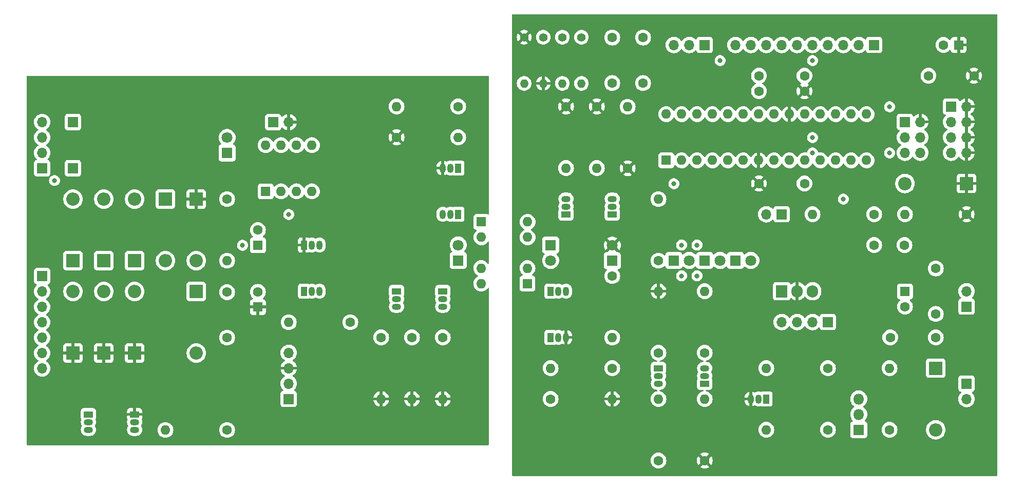
<source format=gbr>
%TF.GenerationSoftware,KiCad,Pcbnew,(7.0.0)*%
%TF.CreationDate,2023-05-24T11:09:11+02:00*%
%TF.ProjectId,Precision-Lapping-Machine,50726563-6973-4696-9f6e-2d4c61707069,rev?*%
%TF.SameCoordinates,Original*%
%TF.FileFunction,Copper,L2,Inr*%
%TF.FilePolarity,Positive*%
%FSLAX46Y46*%
G04 Gerber Fmt 4.6, Leading zero omitted, Abs format (unit mm)*
G04 Created by KiCad (PCBNEW (7.0.0)) date 2023-05-24 11:09:11*
%MOMM*%
%LPD*%
G01*
G04 APERTURE LIST*
%TA.AperFunction,ComponentPad*%
%ADD10C,1.600000*%
%TD*%
%TA.AperFunction,ComponentPad*%
%ADD11O,1.600000X1.600000*%
%TD*%
%TA.AperFunction,ComponentPad*%
%ADD12R,1.600000X1.600000*%
%TD*%
%TA.AperFunction,ComponentPad*%
%ADD13R,1.500000X1.050000*%
%TD*%
%TA.AperFunction,ComponentPad*%
%ADD14O,1.500000X1.050000*%
%TD*%
%TA.AperFunction,ComponentPad*%
%ADD15R,1.700000X1.700000*%
%TD*%
%TA.AperFunction,ComponentPad*%
%ADD16O,1.700000X1.700000*%
%TD*%
%TA.AperFunction,ComponentPad*%
%ADD17R,1.800000X1.800000*%
%TD*%
%TA.AperFunction,ComponentPad*%
%ADD18C,1.800000*%
%TD*%
%TA.AperFunction,ComponentPad*%
%ADD19R,2.200000X2.200000*%
%TD*%
%TA.AperFunction,ComponentPad*%
%ADD20O,2.200000X2.200000*%
%TD*%
%TA.AperFunction,ComponentPad*%
%ADD21C,1.400000*%
%TD*%
%TA.AperFunction,ComponentPad*%
%ADD22O,1.400000X1.400000*%
%TD*%
%TA.AperFunction,ComponentPad*%
%ADD23R,1.050000X1.500000*%
%TD*%
%TA.AperFunction,ComponentPad*%
%ADD24O,1.050000X1.500000*%
%TD*%
%TA.AperFunction,ComponentPad*%
%ADD25O,1.800000X1.800000*%
%TD*%
%TA.AperFunction,ComponentPad*%
%ADD26R,1.905000X2.000000*%
%TD*%
%TA.AperFunction,ComponentPad*%
%ADD27O,1.905000X2.000000*%
%TD*%
%TA.AperFunction,ViaPad*%
%ADD28C,0.800000*%
%TD*%
G04 APERTURE END LIST*
D10*
%TO.N,Net-(D13-K)*%
%TO.C,R18*%
X157480000Y-91480000D03*
D11*
%TO.N,GND*%
X157479999Y-81319999D03*
%TD*%
D10*
%TO.N,/AVR/PWMA*%
%TO.C,R21*%
X185420000Y-109220000D03*
D11*
%TO.N,Net-(Q15-B)*%
X175259999Y-109219999D03*
%TD*%
D10*
%TO.N,Net-(D16-K)*%
%TO.C,R24*%
X149860000Y-94020000D03*
D11*
%TO.N,GND*%
X149859999Y-104179999D03*
%TD*%
D12*
%TO.N,Net-(Q11-C)*%
%TO.C,U2*%
X135879999Y-95254999D03*
D11*
%TO.N,Net-(D12-A)*%
X135879999Y-92714999D03*
%TO.N,/OptoIsolation/Serial_Gnd*%
X128259999Y-92714999D03*
%TO.N,Net-(Q8-B)*%
X128259999Y-95254999D03*
%TD*%
D13*
%TO.N,Net-(Q7-B)*%
%TO.C,Q8*%
X121919999Y-96519999D03*
D14*
%TO.N,Net-(Q8-B)*%
X121919999Y-97789999D03*
%TO.N,/OptoIsolation/Serial_Gnd*%
X121919999Y-99059999D03*
%TD*%
D15*
%TO.N,Net-(J10-Pin_1)*%
%TO.C,J10*%
X193039999Y-55879999D03*
D16*
%TO.N,Net-(J10-Pin_2)*%
X190499999Y-55879999D03*
%TO.N,Net-(J10-Pin_3)*%
X187959999Y-55879999D03*
%TO.N,Net-(J10-Pin_4)*%
X185419999Y-55879999D03*
%TO.N,Net-(J10-Pin_5)*%
X182879999Y-55879999D03*
%TO.N,Net-(J10-Pin_6)*%
X180339999Y-55879999D03*
%TO.N,Net-(J10-Pin_7)*%
X177799999Y-55879999D03*
%TO.N,Net-(J10-Pin_8)*%
X175259999Y-55879999D03*
%TO.N,Net-(J10-Pin_9)*%
X172719999Y-55879999D03*
%TO.N,Net-(J10-Pin_10)*%
X170179999Y-55879999D03*
%TD*%
D15*
%TO.N,/Serial/DTR*%
%TO.C,J4*%
X60959999Y-68599999D03*
%TD*%
D10*
%TO.N,GND*%
%TO.C,C5*%
X201990000Y-60960000D03*
%TO.N,+5V*%
X209490000Y-60960000D03*
%TD*%
%TO.N,/OptoIsolation/VoutL*%
%TO.C,R2*%
X106680000Y-101640000D03*
D11*
%TO.N,Net-(Q1-B)*%
X96519999Y-101639999D03*
%TD*%
D12*
%TO.N,/OptoIsolation/Vcc*%
%TO.C,C3*%
X91439999Y-99124887D03*
D10*
%TO.N,/OptoIsolation/Serial_Gnd*%
X91440000Y-96624888D03*
%TD*%
D17*
%TO.N,Net-(D13-K)*%
%TO.C,D14*%
X165099999Y-91439999D03*
D18*
%TO.N,Net-(D14-A)*%
X167640000Y-91440000D03*
%TD*%
D12*
%TO.N,unconnected-(J1-Pin_1-Pad1)*%
%TO.C,J1*%
X92719999Y-80039999D03*
D11*
%TO.N,Net-(J1-Pin_2)*%
X95259999Y-80039999D03*
%TO.N,/OptoIsolation/Serial_Gnd*%
X97799999Y-80039999D03*
%TO.N,unconnected-(J1-Pin_4-Pad4)*%
X100339999Y-80039999D03*
%TO.N,/OptoIsolation/Serial_Gnd*%
X100339999Y-72419999D03*
%TO.N,unconnected-(J1-Pin_6-Pad6)*%
X97799999Y-72419999D03*
%TO.N,unconnected-(J1-Pin_7-Pad7)*%
X95259999Y-72419999D03*
%TO.N,/Serial/SGND*%
X92719999Y-72419999D03*
%TD*%
D10*
%TO.N,Net-(J11-Pin_1)*%
%TO.C,C14*%
X149860000Y-62170000D03*
%TO.N,GND*%
X149860000Y-54670000D03*
%TD*%
D19*
%TO.N,/OptoIsolation/Vcc*%
%TO.C,D6*%
X81279999Y-81319999D03*
D20*
%TO.N,Net-(D5-K)*%
X81279999Y-91479999D03*
%TD*%
D12*
%TO.N,Net-(Q6-C)*%
%TO.C,U1*%
X128279999Y-85084999D03*
D11*
%TO.N,Net-(D11-A)*%
X128279999Y-87624999D03*
%TO.N,GND*%
X135899999Y-87624999D03*
%TO.N,Net-(Q9-B)*%
X135899999Y-85084999D03*
%TD*%
D15*
%TO.N,Net-(D7-A)*%
%TO.C,J5*%
X93979999Y-68619999D03*
D16*
%TO.N,/OptoIsolation/Vcc*%
X96519999Y-68619999D03*
%TD*%
D15*
%TO.N,+12V*%
%TO.C,J15*%
X208279999Y-111759999D03*
D16*
%TO.N,/Amplifier/Motor-*%
X208279999Y-114299999D03*
%TD*%
D15*
%TO.N,/Serial/CD*%
%TO.C,J2*%
X60959999Y-76219999D03*
%TD*%
D21*
%TO.N,Net-(J11-Pin_1)*%
%TO.C,R25*%
X144780000Y-54610000D03*
D22*
%TO.N,/AVR/IntB*%
X144779999Y-62229999D03*
%TD*%
D19*
%TO.N,/Serial/DTR*%
%TO.C,D2*%
X66039999Y-91479999D03*
D20*
%TO.N,/OptoIsolation/Serial_Gnd*%
X66039999Y-81319999D03*
%TD*%
D15*
%TO.N,GND*%
%TO.C,J12*%
X208279999Y-99059999D03*
D16*
%TO.N,+12V*%
X208279999Y-96519999D03*
%TD*%
D10*
%TO.N,+5V*%
%TO.C,R10*%
X147320000Y-66040000D03*
D11*
%TO.N,/Inverter/VinL*%
X147319999Y-76199999D03*
%TD*%
D15*
%TO.N,Net-(J11-Pin_1)*%
%TO.C,J11*%
X165099999Y-55879999D03*
D16*
%TO.N,GND*%
X162559999Y-55879999D03*
%TO.N,Net-(J11-Pin_3)*%
X160019999Y-55879999D03*
%TD*%
D10*
%TO.N,Net-(D17-A)*%
%TO.C,R20*%
X193040000Y-83820000D03*
D11*
%TO.N,Net-(J8-Pin_1)*%
X182879999Y-83819999D03*
%TD*%
D10*
%TO.N,Net-(D7-K)*%
%TO.C,R1*%
X86360000Y-81320000D03*
D11*
%TO.N,/Serial/SGND*%
X86359999Y-91479999D03*
%TD*%
D17*
%TO.N,/OptoIsolation/Serial_Gnd*%
%TO.C,D11*%
X124459999Y-91439999D03*
D18*
%TO.N,Net-(D11-A)*%
X124460000Y-88900000D03*
%TD*%
D21*
%TO.N,Net-(J11-Pin_3)*%
%TO.C,R26*%
X141630000Y-54610000D03*
D22*
%TO.N,/AVR/IntA*%
X141629999Y-62229999D03*
%TD*%
D15*
%TO.N,Net-(J3-Pin_1)*%
%TO.C,J3*%
X55879999Y-76219999D03*
D16*
%TO.N,/Serial/RXD*%
X55879999Y-73679999D03*
%TO.N,/Serial/TXD*%
X55879999Y-71139999D03*
%TO.N,/OptoIsolation/VinL*%
X55879999Y-68599999D03*
%TD*%
D23*
%TO.N,Net-(Q5-C)*%
%TO.C,Q5*%
X124459999Y-76199999D03*
D24*
%TO.N,Net-(Q5-B)*%
X123189999Y-76199999D03*
%TO.N,/OptoIsolation/Vcc*%
X121919999Y-76199999D03*
%TD*%
D10*
%TO.N,+5V*%
%TO.C,R15*%
X165100000Y-124460000D03*
D11*
%TO.N,/Inverter/VoutL*%
X165099999Y-114299999D03*
%TD*%
D10*
%TO.N,Net-(J6-Pin_2)*%
%TO.C,R3*%
X86360000Y-119420000D03*
D11*
%TO.N,Net-(Q3-B)*%
X76199999Y-119419999D03*
%TD*%
D23*
%TO.N,/OptoIsolation/Serial_Gnd*%
%TO.C,Q2*%
X99059999Y-96519999D03*
D24*
%TO.N,Net-(Q1-B)*%
X100329999Y-96519999D03*
%TO.N,Net-(J3-Pin_1)*%
X101599999Y-96519999D03*
%TD*%
D17*
%TO.N,Net-(D7-K)*%
%TO.C,D7*%
X86359999Y-73699999D03*
D18*
%TO.N,Net-(D7-A)*%
X86360000Y-71160000D03*
%TD*%
D10*
%TO.N,GND*%
%TO.C,C8*%
X174050000Y-60960000D03*
%TO.N,Net-(U3-AREF)*%
X181550000Y-60960000D03*
%TD*%
D19*
%TO.N,/Serial/RTS*%
%TO.C,D3*%
X71119999Y-91479999D03*
D20*
%TO.N,/OptoIsolation/Serial_Gnd*%
X71119999Y-81319999D03*
%TD*%
D15*
%TO.N,GND*%
%TO.C,J16*%
X205739999Y-66039999D03*
D16*
X205739999Y-68579999D03*
X205739999Y-71119999D03*
X205739999Y-73659999D03*
%TO.N,+5V*%
X208279999Y-66039999D03*
X208279999Y-68579999D03*
X208279999Y-71119999D03*
X208279999Y-73659999D03*
%TD*%
D10*
%TO.N,+5V*%
%TO.C,R9*%
X142240000Y-66040000D03*
D11*
%TO.N,Net-(Q9-B)*%
X142239999Y-76199999D03*
%TD*%
D10*
%TO.N,+5V*%
%TO.C,R19*%
X208280000Y-83820000D03*
D11*
%TO.N,Net-(D17-A)*%
X198119999Y-83819999D03*
%TD*%
D13*
%TO.N,/Inverter/VinL*%
%TO.C,Q10*%
X149859999Y-83819999D03*
D14*
%TO.N,Net-(Q10-B)*%
X149859999Y-82549999D03*
%TO.N,GND*%
X149859999Y-81279999D03*
%TD*%
D10*
%TO.N,Net-(Q7-B)*%
%TO.C,R7*%
X116840000Y-104140000D03*
D11*
%TO.N,/OptoIsolation/Vcc*%
X116839999Y-114299999D03*
%TD*%
D13*
%TO.N,/AVR/Rx*%
%TO.C,Q13*%
X157479999Y-109219999D03*
D14*
%TO.N,Net-(Q13-B)*%
X157479999Y-110489999D03*
%TO.N,GND*%
X157479999Y-111759999D03*
%TD*%
D19*
%TO.N,/OptoIsolation/Vcc*%
%TO.C,D8*%
X60959999Y-106719999D03*
D20*
%TO.N,/Serial/TXD*%
X60959999Y-96559999D03*
%TD*%
D10*
%TO.N,Net-(Q11-E)*%
%TO.C,R12*%
X139700000Y-114300000D03*
D11*
%TO.N,+5V*%
X149859999Y-114299999D03*
%TD*%
D10*
%TO.N,GND*%
%TO.C,C13*%
X154940000Y-62170000D03*
%TO.N,Net-(J11-Pin_3)*%
X154940000Y-54670000D03*
%TD*%
D19*
%TO.N,+12V*%
%TO.C,D18*%
X203199999Y-109219999D03*
D20*
%TO.N,/Amplifier/Motor-*%
X203199999Y-119379999D03*
%TD*%
D10*
%TO.N,GND*%
%TO.C,C12*%
X198040000Y-88900000D03*
%TO.N,Net-(D17-A)*%
X193040000Y-88900000D03*
%TD*%
D13*
%TO.N,/OptoIsolation/Serial_Gnd*%
%TO.C,Q4*%
X63499999Y-116839999D03*
D14*
%TO.N,Net-(Q3-B)*%
X63499999Y-118109999D03*
%TO.N,/Serial/CTS*%
X63499999Y-119379999D03*
%TD*%
D17*
%TO.N,GND*%
%TO.C,D12*%
X139699999Y-88899999D03*
D18*
%TO.N,Net-(D12-A)*%
X139700000Y-91440000D03*
%TD*%
D15*
%TO.N,/Serial/RTS*%
%TO.C,J6*%
X96519999Y-114299999D03*
D16*
%TO.N,Net-(J6-Pin_2)*%
X96519999Y-111759999D03*
%TO.N,/OptoIsolation/Vcc*%
X96519999Y-109219999D03*
%TO.N,/OptoIsolation/Serial_Gnd*%
X96519999Y-106679999D03*
%TD*%
D17*
%TO.N,Net-(D13-K)*%
%TO.C,D15*%
X170179999Y-91439999D03*
D18*
%TO.N,Net-(D15-A)*%
X172720000Y-91440000D03*
%TD*%
D21*
%TO.N,+5V*%
%TO.C,R28*%
X135330000Y-54610000D03*
D22*
%TO.N,/AVR/IntB*%
X135329999Y-62229999D03*
%TD*%
D21*
%TO.N,/AVR/IntA*%
%TO.C,R27*%
X138480000Y-54610000D03*
D22*
%TO.N,+5V*%
X138479999Y-62229999D03*
%TD*%
D10*
%TO.N,/Amplifier/Motor-*%
%TO.C,R23*%
X195580000Y-119380000D03*
D11*
%TO.N,Net-(C10-Pad2)*%
X195579999Y-109219999D03*
%TD*%
D12*
%TO.N,Net-(D17-A)*%
%TO.C,U3*%
X158759999Y-74919999D03*
D11*
%TO.N,/AVR/Rx*%
X161299999Y-74919999D03*
%TO.N,/AVR/Tx*%
X163839999Y-74919999D03*
%TO.N,Net-(D13-A)*%
X166379999Y-74919999D03*
%TO.N,Net-(D14-A)*%
X168919999Y-74919999D03*
%TO.N,Net-(D15-A)*%
X171459999Y-74919999D03*
%TO.N,+5V*%
X173999999Y-74919999D03*
%TO.N,GND*%
X176539999Y-74919999D03*
%TO.N,Net-(J10-Pin_4)*%
X179079999Y-74919999D03*
%TO.N,Net-(J10-Pin_5)*%
X181619999Y-74919999D03*
%TO.N,/AVR/PWMB*%
X184159999Y-74919999D03*
%TO.N,/AVR/PWMA*%
X186699999Y-74919999D03*
%TO.N,Net-(J10-Pin_10)*%
X189239999Y-74919999D03*
%TO.N,Net-(J10-Pin_1)*%
X191779999Y-74919999D03*
%TO.N,Net-(J10-Pin_2)*%
X191779999Y-67299999D03*
%TO.N,Net-(J10-Pin_3)*%
X189239999Y-67299999D03*
%TO.N,Net-(J7-MOSI)*%
X186699999Y-67299999D03*
%TO.N,Net-(J7-MISO)*%
X184159999Y-67299999D03*
%TO.N,Net-(J7-SCK)*%
X181619999Y-67299999D03*
%TO.N,+5V*%
X179079999Y-67299999D03*
%TO.N,Net-(U3-AREF)*%
X176539999Y-67299999D03*
%TO.N,GND*%
X173999999Y-67299999D03*
%TO.N,Net-(J10-Pin_6)*%
X171459999Y-67299999D03*
%TO.N,Net-(J10-Pin_7)*%
X168919999Y-67299999D03*
%TO.N,Net-(J10-Pin_8)*%
X166379999Y-67299999D03*
%TO.N,Net-(J10-Pin_9)*%
X163839999Y-67299999D03*
%TO.N,/AVR/IntA*%
X161299999Y-67299999D03*
%TO.N,/AVR/IntB*%
X158759999Y-67299999D03*
%TD*%
D10*
%TO.N,Net-(Q5-C)*%
%TO.C,R4*%
X124460000Y-66040000D03*
D11*
%TO.N,/OptoIsolation/VinL*%
X114299999Y-66039999D03*
%TD*%
D23*
%TO.N,Net-(Q15-C)*%
%TO.C,Q15*%
X175259999Y-114299999D03*
D24*
%TO.N,Net-(Q15-B)*%
X173989999Y-114299999D03*
%TO.N,+5V*%
X172719999Y-114299999D03*
%TD*%
D19*
%TO.N,/OptoIsolation/Vcc*%
%TO.C,D9*%
X66039999Y-106719999D03*
D20*
%TO.N,/Serial/DTR*%
X66039999Y-96559999D03*
%TD*%
D23*
%TO.N,/OptoIsolation/Vcc*%
%TO.C,Q1*%
X99059999Y-88899999D03*
D24*
%TO.N,Net-(Q1-B)*%
X100329999Y-88899999D03*
%TO.N,Net-(J3-Pin_1)*%
X101599999Y-88899999D03*
%TD*%
D10*
%TO.N,Net-(Q16-B)*%
%TO.C,R22*%
X185420000Y-119380000D03*
D11*
%TO.N,Net-(Q15-C)*%
X175259999Y-119379999D03*
%TD*%
D17*
%TO.N,GND*%
%TO.C,Q16*%
X190499999Y-119379999D03*
D25*
%TO.N,/Amplifier/Motor-*%
X190499999Y-116839999D03*
%TO.N,Net-(Q16-B)*%
X190499999Y-114299999D03*
%TD*%
D10*
%TO.N,/OptoIsolation/VoutL*%
%TO.C,R6*%
X111760000Y-104140000D03*
D11*
%TO.N,/OptoIsolation/Vcc*%
X111759999Y-114299999D03*
%TD*%
D10*
%TO.N,+5V*%
%TO.C,R11*%
X152400000Y-76240000D03*
D11*
%TO.N,Net-(Q10-B)*%
X152399999Y-66079999D03*
%TD*%
D13*
%TO.N,/Inverter/VoutL*%
%TO.C,Q14*%
X165099999Y-111759999D03*
D14*
%TO.N,Net-(Q14-B)*%
X165099999Y-110489999D03*
%TO.N,GND*%
X165099999Y-109219999D03*
%TD*%
D10*
%TO.N,/Serial/SGND*%
%TO.C,C2*%
X86360000Y-96680000D03*
%TO.N,/OptoIsolation/Serial_Gnd*%
X86360000Y-104180000D03*
%TD*%
%TO.N,/Inverter/VoutL*%
%TO.C,R13*%
X149860000Y-109220000D03*
D11*
%TO.N,Net-(Q11-B)*%
X139699999Y-109219999D03*
%TD*%
D13*
%TO.N,/OptoIsolation/VoutL*%
%TO.C,Q7*%
X114299999Y-96519999D03*
D14*
%TO.N,Net-(Q7-B)*%
X114299999Y-97789999D03*
%TO.N,/OptoIsolation/Serial_Gnd*%
X114299999Y-99059999D03*
%TD*%
D23*
%TO.N,Net-(Q11-C)*%
%TO.C,Q11*%
X139699999Y-96519999D03*
D24*
%TO.N,Net-(Q11-B)*%
X140969999Y-96519999D03*
%TO.N,Net-(Q11-E)*%
X142239999Y-96519999D03*
%TD*%
D10*
%TO.N,GND*%
%TO.C,C6*%
X174050000Y-63500000D03*
%TO.N,+5V*%
X181550000Y-63500000D03*
%TD*%
D15*
%TO.N,Net-(J7-MISO)*%
%TO.C,J7*%
X198119999Y-68579999D03*
D16*
%TO.N,+5V*%
X200659999Y-68579999D03*
%TO.N,Net-(J7-SCK)*%
X198119999Y-71119999D03*
%TO.N,Net-(J7-MOSI)*%
X200659999Y-71119999D03*
%TO.N,Net-(D17-A)*%
X198119999Y-73659999D03*
%TO.N,GND*%
X200659999Y-73659999D03*
%TD*%
D23*
%TO.N,Net-(Q11-B)*%
%TO.C,Q12*%
X139699999Y-104139999D03*
D24*
%TO.N,Net-(Q11-E)*%
X140969999Y-104139999D03*
%TO.N,+5V*%
X142239999Y-104139999D03*
%TD*%
D10*
%TO.N,/AVR/Rx*%
%TO.C,R16*%
X157480000Y-106680000D03*
D11*
%TO.N,+5V*%
X157479999Y-96519999D03*
%TD*%
D15*
%TO.N,/AVR/PWMA*%
%TO.C,J9*%
X185419999Y-101599999D03*
D16*
%TO.N,/AVR/PWMB*%
X182879999Y-101599999D03*
%TO.N,+12V*%
X180339999Y-101599999D03*
%TO.N,GND*%
X177799999Y-101599999D03*
%TD*%
D13*
%TO.N,Net-(Q10-B)*%
%TO.C,Q9*%
X142239999Y-83819999D03*
D14*
%TO.N,Net-(Q9-B)*%
X142239999Y-82549999D03*
%TO.N,GND*%
X142239999Y-81279999D03*
%TD*%
D10*
%TO.N,+12V*%
%TO.C,C10*%
X203200000Y-104140000D03*
%TO.N,Net-(C10-Pad2)*%
X195700000Y-104140000D03*
%TD*%
D19*
%TO.N,Net-(D5-K)*%
%TO.C,D5*%
X81279999Y-96559999D03*
D20*
%TO.N,/Serial/SGND*%
X81279999Y-106719999D03*
%TD*%
D15*
%TO.N,/Serial/CD*%
%TO.C,J14*%
X55879999Y-94019999D03*
D16*
%TO.N,/Serial/RXD*%
X55879999Y-96559999D03*
%TO.N,/Serial/TXD*%
X55879999Y-99099999D03*
%TO.N,/Serial/DTR*%
X55879999Y-101639999D03*
%TO.N,/Serial/SGND*%
X55879999Y-104179999D03*
%TO.N,/Serial/RTS*%
X55879999Y-106719999D03*
%TO.N,/Serial/CTS*%
X55879999Y-109259999D03*
%TD*%
D12*
%TO.N,Net-(D5-K)*%
%TO.C,C1*%
X91439999Y-88939999D03*
D10*
%TO.N,Net-(J1-Pin_2)*%
X91440000Y-86440000D03*
%TD*%
%TO.N,/OptoIsolation/Vcc*%
%TO.C,R5*%
X114300000Y-71120000D03*
D11*
%TO.N,Net-(Q5-B)*%
X124459999Y-71119999D03*
%TD*%
D12*
%TO.N,+12V*%
%TO.C,C9*%
X198119999Y-96559999D03*
D10*
%TO.N,GND*%
X198120000Y-99060000D03*
%TD*%
%TO.N,Net-(Q8-B)*%
%TO.C,R8*%
X121920000Y-104140000D03*
D11*
%TO.N,/OptoIsolation/Vcc*%
X121919999Y-114299999D03*
%TD*%
D19*
%TO.N,/Serial/SGND*%
%TO.C,D4*%
X76199999Y-81319999D03*
D20*
%TO.N,/OptoIsolation/Serial_Gnd*%
X76199999Y-91479999D03*
%TD*%
D19*
%TO.N,/Serial/TXD*%
%TO.C,D1*%
X60959999Y-91479999D03*
D20*
%TO.N,/OptoIsolation/Serial_Gnd*%
X60959999Y-81319999D03*
%TD*%
D17*
%TO.N,Net-(D16-K)*%
%TO.C,D16*%
X149859999Y-91479999D03*
D18*
%TO.N,+5V*%
X149860000Y-88940000D03*
%TD*%
D17*
%TO.N,Net-(D13-K)*%
%TO.C,D13*%
X160019999Y-91439999D03*
D18*
%TO.N,Net-(D13-A)*%
X162560000Y-91440000D03*
%TD*%
D15*
%TO.N,Net-(J8-Pin_1)*%
%TO.C,J8*%
X177799999Y-83819999D03*
D16*
%TO.N,GND*%
X175259999Y-83819999D03*
%TD*%
D19*
%TO.N,/OptoIsolation/Vcc*%
%TO.C,D10*%
X71119999Y-106719999D03*
D20*
%TO.N,/Serial/RTS*%
X71119999Y-96559999D03*
%TD*%
D12*
%TO.N,+5V*%
%TO.C,C4*%
X206969999Y-55879999D03*
D10*
%TO.N,GND*%
X204470000Y-55880000D03*
%TD*%
D13*
%TO.N,/OptoIsolation/Vcc*%
%TO.C,Q3*%
X71119999Y-116839999D03*
D14*
%TO.N,Net-(Q3-B)*%
X71119999Y-118109999D03*
%TO.N,/Serial/CTS*%
X71119999Y-119379999D03*
%TD*%
D10*
%TO.N,GND*%
%TO.C,C7*%
X181550000Y-78740000D03*
%TO.N,+5V*%
X174050000Y-78740000D03*
%TD*%
D19*
%TO.N,+5V*%
%TO.C,D17*%
X208279999Y-78739999D03*
D20*
%TO.N,Net-(D17-A)*%
X198119999Y-78739999D03*
%TD*%
D10*
%TO.N,/Inverter/VinL*%
%TO.C,R14*%
X157480000Y-124460000D03*
D11*
%TO.N,Net-(Q13-B)*%
X157479999Y-114299999D03*
%TD*%
D10*
%TO.N,Net-(Q14-B)*%
%TO.C,R17*%
X165100000Y-106680000D03*
D11*
%TO.N,/AVR/Tx*%
X165099999Y-96519999D03*
%TD*%
D10*
%TO.N,GND*%
%TO.C,C11*%
X203200000Y-100270000D03*
%TO.N,+12V*%
X203200000Y-92770000D03*
%TD*%
D23*
%TO.N,Net-(Q6-C)*%
%TO.C,Q6*%
X124459999Y-83819999D03*
D24*
%TO.N,Net-(Q5-C)*%
X123189999Y-83819999D03*
%TO.N,Net-(Q5-B)*%
X121919999Y-83819999D03*
%TD*%
D26*
%TO.N,GND*%
%TO.C,U4*%
X177799999Y-96519999D03*
D27*
%TO.N,+5V*%
X180339999Y-96519999D03*
%TO.N,+12V*%
X182879999Y-96519999D03*
%TD*%
D28*
%TO.N,Net-(D17-A)*%
X187960000Y-81320000D03*
X160020000Y-78780000D03*
%TO.N,Net-(D5-K)*%
X88900000Y-88940000D03*
%TO.N,/AVR/Rx*%
X161290000Y-93980000D03*
X161290000Y-88900000D03*
%TO.N,/AVR/Tx*%
X163830000Y-93980000D03*
X163830000Y-88900000D03*
%TO.N,Net-(J3-Pin_1)*%
X57897700Y-78257700D03*
X96520000Y-83860000D03*
%TO.N,Net-(J10-Pin_1)*%
X195580000Y-73700000D03*
X195580000Y-66080000D03*
%TO.N,Net-(J10-Pin_5)*%
X182880000Y-58460000D03*
X182880000Y-71160000D03*
%TO.N,Net-(J10-Pin_10)*%
X182880000Y-73700000D03*
X167640000Y-58460000D03*
%TD*%
%TA.AperFunction,Conductor*%
%TO.N,+5V*%
G36*
X213297500Y-50817113D02*
G01*
X213342887Y-50862500D01*
X213359500Y-50924500D01*
X213359500Y-126875500D01*
X213342887Y-126937500D01*
X213297500Y-126982887D01*
X213235500Y-126999500D01*
X133474000Y-126999500D01*
X133412000Y-126982887D01*
X133366613Y-126937500D01*
X133350000Y-126875500D01*
X133350000Y-124460000D01*
X156174532Y-124460000D01*
X156194365Y-124686692D01*
X156195762Y-124691907D01*
X156195764Y-124691916D01*
X156251858Y-124901263D01*
X156251861Y-124901271D01*
X156253261Y-124906496D01*
X156349432Y-125112734D01*
X156479953Y-125299139D01*
X156640861Y-125460047D01*
X156827266Y-125590568D01*
X157033504Y-125686739D01*
X157253308Y-125745635D01*
X157480000Y-125765468D01*
X157706692Y-125745635D01*
X157926496Y-125686739D01*
X158132734Y-125590568D01*
X158206806Y-125538703D01*
X164378217Y-125538703D01*
X164385650Y-125546814D01*
X164443077Y-125587025D01*
X164452427Y-125592423D01*
X164648768Y-125683979D01*
X164658902Y-125687667D01*
X164868162Y-125743739D01*
X164878793Y-125745613D01*
X165094605Y-125764494D01*
X165105395Y-125764494D01*
X165321206Y-125745613D01*
X165331837Y-125743739D01*
X165541097Y-125687667D01*
X165551231Y-125683979D01*
X165747575Y-125592422D01*
X165756920Y-125587026D01*
X165814348Y-125546814D01*
X165821780Y-125538703D01*
X165815867Y-125529421D01*
X165111542Y-124825095D01*
X165100000Y-124818431D01*
X165088457Y-124825095D01*
X164384128Y-125529424D01*
X164378217Y-125538703D01*
X158206806Y-125538703D01*
X158319139Y-125460047D01*
X158480047Y-125299139D01*
X158610568Y-125112734D01*
X158706739Y-124906496D01*
X158765635Y-124686692D01*
X158784996Y-124465395D01*
X163795506Y-124465395D01*
X163814386Y-124681206D01*
X163816260Y-124691837D01*
X163872332Y-124901097D01*
X163876020Y-124911231D01*
X163967576Y-125107572D01*
X163972974Y-125116922D01*
X164013184Y-125174348D01*
X164021295Y-125181781D01*
X164030574Y-125175870D01*
X164734903Y-124471542D01*
X164741567Y-124460000D01*
X165458431Y-124460000D01*
X165465095Y-124471542D01*
X166169421Y-125175867D01*
X166178703Y-125181780D01*
X166186814Y-125174348D01*
X166227026Y-125116920D01*
X166232422Y-125107575D01*
X166323979Y-124911231D01*
X166327667Y-124901097D01*
X166383739Y-124691837D01*
X166385613Y-124681206D01*
X166404494Y-124465395D01*
X166404494Y-124454605D01*
X166385613Y-124238793D01*
X166383739Y-124228162D01*
X166327667Y-124018902D01*
X166323979Y-124008768D01*
X166232423Y-123812427D01*
X166227025Y-123803077D01*
X166186814Y-123745650D01*
X166178703Y-123738217D01*
X166169424Y-123744128D01*
X165465095Y-124448457D01*
X165458431Y-124460000D01*
X164741567Y-124460000D01*
X164734903Y-124448457D01*
X164030574Y-123744128D01*
X164021296Y-123738217D01*
X164013183Y-123745651D01*
X163972971Y-123803081D01*
X163967577Y-123812425D01*
X163876020Y-124008768D01*
X163872332Y-124018902D01*
X163816260Y-124228162D01*
X163814386Y-124238793D01*
X163795506Y-124454605D01*
X163795506Y-124465395D01*
X158784996Y-124465395D01*
X158785468Y-124460000D01*
X158765635Y-124233308D01*
X158706739Y-124013504D01*
X158610568Y-123807266D01*
X158480047Y-123620861D01*
X158319139Y-123459953D01*
X158206804Y-123381296D01*
X164378217Y-123381296D01*
X164384128Y-123390574D01*
X165088457Y-124094903D01*
X165100000Y-124101567D01*
X165111542Y-124094903D01*
X165815870Y-123390574D01*
X165821781Y-123381295D01*
X165814348Y-123373184D01*
X165756922Y-123332974D01*
X165747572Y-123327576D01*
X165551231Y-123236020D01*
X165541097Y-123232332D01*
X165331837Y-123176260D01*
X165321206Y-123174386D01*
X165105395Y-123155506D01*
X165094605Y-123155506D01*
X164878793Y-123174386D01*
X164868162Y-123176260D01*
X164658902Y-123232332D01*
X164648768Y-123236020D01*
X164452425Y-123327577D01*
X164443081Y-123332971D01*
X164385651Y-123373183D01*
X164378217Y-123381296D01*
X158206804Y-123381296D01*
X158195219Y-123373184D01*
X158137173Y-123332540D01*
X158137171Y-123332539D01*
X158132734Y-123329432D01*
X157926496Y-123233261D01*
X157921271Y-123231861D01*
X157921263Y-123231858D01*
X157711916Y-123175764D01*
X157711907Y-123175762D01*
X157706692Y-123174365D01*
X157701304Y-123173893D01*
X157701301Y-123173893D01*
X157485395Y-123155004D01*
X157480000Y-123154532D01*
X157474605Y-123155004D01*
X157258698Y-123173893D01*
X157258693Y-123173893D01*
X157253308Y-123174365D01*
X157248094Y-123175762D01*
X157248083Y-123175764D01*
X157038736Y-123231858D01*
X157038724Y-123231862D01*
X157033504Y-123233261D01*
X157028599Y-123235547D01*
X157028594Y-123235550D01*
X156832176Y-123327142D01*
X156832172Y-123327144D01*
X156827266Y-123329432D01*
X156822833Y-123332535D01*
X156822826Y-123332540D01*
X156645296Y-123456847D01*
X156645291Y-123456850D01*
X156640861Y-123459953D01*
X156637037Y-123463776D01*
X156637031Y-123463782D01*
X156483782Y-123617031D01*
X156483776Y-123617037D01*
X156479953Y-123620861D01*
X156476850Y-123625291D01*
X156476847Y-123625296D01*
X156352540Y-123802826D01*
X156352535Y-123802833D01*
X156349432Y-123807266D01*
X156347144Y-123812172D01*
X156347142Y-123812176D01*
X156255550Y-124008594D01*
X156255547Y-124008599D01*
X156253261Y-124013504D01*
X156251862Y-124018724D01*
X156251858Y-124018736D01*
X156195764Y-124228083D01*
X156195762Y-124228094D01*
X156194365Y-124233308D01*
X156174532Y-124460000D01*
X133350000Y-124460000D01*
X133350000Y-119380000D01*
X173954532Y-119380000D01*
X173974365Y-119606692D01*
X173975762Y-119611907D01*
X173975764Y-119611916D01*
X174031858Y-119821263D01*
X174031861Y-119821271D01*
X174033261Y-119826496D01*
X174129432Y-120032734D01*
X174259953Y-120219139D01*
X174420861Y-120380047D01*
X174607266Y-120510568D01*
X174813504Y-120606739D01*
X174818734Y-120608140D01*
X174818736Y-120608141D01*
X175028083Y-120664235D01*
X175033308Y-120665635D01*
X175260000Y-120685468D01*
X175486692Y-120665635D01*
X175706496Y-120606739D01*
X175912734Y-120510568D01*
X176099139Y-120380047D01*
X176260047Y-120219139D01*
X176390568Y-120032734D01*
X176486739Y-119826496D01*
X176545635Y-119606692D01*
X176565468Y-119380000D01*
X184114532Y-119380000D01*
X184134365Y-119606692D01*
X184135762Y-119611907D01*
X184135764Y-119611916D01*
X184191858Y-119821263D01*
X184191861Y-119821271D01*
X184193261Y-119826496D01*
X184289432Y-120032734D01*
X184419953Y-120219139D01*
X184580861Y-120380047D01*
X184767266Y-120510568D01*
X184973504Y-120606739D01*
X184978734Y-120608140D01*
X184978736Y-120608141D01*
X185188083Y-120664235D01*
X185193308Y-120665635D01*
X185420000Y-120685468D01*
X185646692Y-120665635D01*
X185866496Y-120606739D01*
X186072734Y-120510568D01*
X186259139Y-120380047D01*
X186420047Y-120219139D01*
X186550568Y-120032734D01*
X186646739Y-119826496D01*
X186705635Y-119606692D01*
X186725468Y-119380000D01*
X186705635Y-119153308D01*
X186646739Y-118933504D01*
X186550568Y-118727266D01*
X186420047Y-118540861D01*
X186259139Y-118379953D01*
X186072734Y-118249432D01*
X185866496Y-118153261D01*
X185861271Y-118151861D01*
X185861263Y-118151858D01*
X185651916Y-118095764D01*
X185651907Y-118095762D01*
X185646692Y-118094365D01*
X185641304Y-118093893D01*
X185641301Y-118093893D01*
X185425395Y-118075004D01*
X185420000Y-118074532D01*
X185414605Y-118075004D01*
X185198698Y-118093893D01*
X185198693Y-118093893D01*
X185193308Y-118094365D01*
X185188094Y-118095762D01*
X185188083Y-118095764D01*
X184978736Y-118151858D01*
X184978724Y-118151862D01*
X184973504Y-118153261D01*
X184968599Y-118155547D01*
X184968594Y-118155550D01*
X184772176Y-118247142D01*
X184772172Y-118247144D01*
X184767266Y-118249432D01*
X184762833Y-118252535D01*
X184762826Y-118252540D01*
X184585296Y-118376847D01*
X184585291Y-118376850D01*
X184580861Y-118379953D01*
X184577037Y-118383776D01*
X184577031Y-118383782D01*
X184423782Y-118537031D01*
X184423776Y-118537037D01*
X184419953Y-118540861D01*
X184416850Y-118545291D01*
X184416847Y-118545296D01*
X184292540Y-118722826D01*
X184292535Y-118722833D01*
X184289432Y-118727266D01*
X184287144Y-118732172D01*
X184287142Y-118732176D01*
X184195550Y-118928594D01*
X184195547Y-118928599D01*
X184193261Y-118933504D01*
X184191862Y-118938724D01*
X184191858Y-118938736D01*
X184135764Y-119148083D01*
X184135762Y-119148094D01*
X184134365Y-119153308D01*
X184114532Y-119380000D01*
X176565468Y-119380000D01*
X176545635Y-119153308D01*
X176486739Y-118933504D01*
X176390568Y-118727266D01*
X176260047Y-118540861D01*
X176099139Y-118379953D01*
X175912734Y-118249432D01*
X175706496Y-118153261D01*
X175701271Y-118151861D01*
X175701263Y-118151858D01*
X175491916Y-118095764D01*
X175491907Y-118095762D01*
X175486692Y-118094365D01*
X175481304Y-118093893D01*
X175481301Y-118093893D01*
X175265395Y-118075004D01*
X175260000Y-118074532D01*
X175254605Y-118075004D01*
X175038698Y-118093893D01*
X175038693Y-118093893D01*
X175033308Y-118094365D01*
X175028094Y-118095762D01*
X175028083Y-118095764D01*
X174818736Y-118151858D01*
X174818724Y-118151862D01*
X174813504Y-118153261D01*
X174808599Y-118155547D01*
X174808594Y-118155550D01*
X174612176Y-118247142D01*
X174612172Y-118247144D01*
X174607266Y-118249432D01*
X174602833Y-118252535D01*
X174602826Y-118252540D01*
X174425296Y-118376847D01*
X174425291Y-118376850D01*
X174420861Y-118379953D01*
X174417037Y-118383776D01*
X174417031Y-118383782D01*
X174263782Y-118537031D01*
X174263776Y-118537037D01*
X174259953Y-118540861D01*
X174256850Y-118545291D01*
X174256847Y-118545296D01*
X174132540Y-118722826D01*
X174132535Y-118722833D01*
X174129432Y-118727266D01*
X174127144Y-118732172D01*
X174127142Y-118732176D01*
X174035550Y-118928594D01*
X174035547Y-118928599D01*
X174033261Y-118933504D01*
X174031862Y-118938724D01*
X174031858Y-118938736D01*
X173975764Y-119148083D01*
X173975762Y-119148094D01*
X173974365Y-119153308D01*
X173954532Y-119380000D01*
X133350000Y-119380000D01*
X133350000Y-116840000D01*
X189094700Y-116840000D01*
X189095124Y-116845117D01*
X189113441Y-117066186D01*
X189113442Y-117066195D01*
X189113866Y-117071305D01*
X189115123Y-117076272D01*
X189115125Y-117076279D01*
X189169584Y-117291329D01*
X189170843Y-117296300D01*
X189172903Y-117300996D01*
X189262016Y-117504154D01*
X189262019Y-117504159D01*
X189264076Y-117508849D01*
X189327548Y-117606000D01*
X189388219Y-117698865D01*
X189388222Y-117698869D01*
X189391021Y-117703153D01*
X189394491Y-117706922D01*
X189485801Y-117806112D01*
X189514574Y-117858865D01*
X189515167Y-117918951D01*
X189487440Y-117972261D01*
X189437906Y-118006276D01*
X189365982Y-118033102D01*
X189365973Y-118033106D01*
X189357669Y-118036204D01*
X189350572Y-118041516D01*
X189350568Y-118041519D01*
X189249550Y-118117141D01*
X189249546Y-118117144D01*
X189242454Y-118122454D01*
X189237144Y-118129546D01*
X189237141Y-118129550D01*
X189161519Y-118230568D01*
X189161516Y-118230572D01*
X189156204Y-118237669D01*
X189153104Y-118245978D01*
X189153104Y-118245980D01*
X189108620Y-118365247D01*
X189108619Y-118365250D01*
X189105909Y-118372517D01*
X189105079Y-118380227D01*
X189105079Y-118380232D01*
X189099855Y-118428819D01*
X189099854Y-118428831D01*
X189099500Y-118432127D01*
X189099500Y-118435448D01*
X189099500Y-118435449D01*
X189099500Y-120324560D01*
X189099500Y-120324578D01*
X189099501Y-120327872D01*
X189099853Y-120331150D01*
X189099854Y-120331161D01*
X189105079Y-120379768D01*
X189105080Y-120379773D01*
X189105909Y-120387483D01*
X189108619Y-120394749D01*
X189108620Y-120394753D01*
X189142217Y-120484831D01*
X189156204Y-120522331D01*
X189161518Y-120529430D01*
X189161519Y-120529431D01*
X189217677Y-120604449D01*
X189242454Y-120637546D01*
X189357669Y-120723796D01*
X189492517Y-120774091D01*
X189552127Y-120780500D01*
X191447872Y-120780499D01*
X191507483Y-120774091D01*
X191642331Y-120723796D01*
X191757546Y-120637546D01*
X191843796Y-120522331D01*
X191894091Y-120387483D01*
X191900500Y-120327873D01*
X191900499Y-119380000D01*
X194274532Y-119380000D01*
X194294365Y-119606692D01*
X194295762Y-119611907D01*
X194295764Y-119611916D01*
X194351858Y-119821263D01*
X194351861Y-119821271D01*
X194353261Y-119826496D01*
X194449432Y-120032734D01*
X194579953Y-120219139D01*
X194740861Y-120380047D01*
X194927266Y-120510568D01*
X195133504Y-120606739D01*
X195138734Y-120608140D01*
X195138736Y-120608141D01*
X195348083Y-120664235D01*
X195353308Y-120665635D01*
X195580000Y-120685468D01*
X195806692Y-120665635D01*
X196026496Y-120606739D01*
X196232734Y-120510568D01*
X196419139Y-120380047D01*
X196580047Y-120219139D01*
X196710568Y-120032734D01*
X196806739Y-119826496D01*
X196865635Y-119606692D01*
X196885468Y-119380000D01*
X201594551Y-119380000D01*
X201614317Y-119631148D01*
X201615452Y-119635877D01*
X201615453Y-119635881D01*
X201671989Y-119871374D01*
X201671991Y-119871382D01*
X201673127Y-119876111D01*
X201769534Y-120108859D01*
X201772081Y-120113016D01*
X201772082Y-120113017D01*
X201898617Y-120319504D01*
X201898622Y-120319511D01*
X201901164Y-120323659D01*
X201904324Y-120327358D01*
X201904327Y-120327363D01*
X201961883Y-120394752D01*
X202064776Y-120515224D01*
X202068476Y-120518384D01*
X202240884Y-120665635D01*
X202256341Y-120678836D01*
X202260491Y-120681379D01*
X202260495Y-120681382D01*
X202266393Y-120684996D01*
X202471141Y-120810466D01*
X202703889Y-120906873D01*
X202948852Y-120965683D01*
X203200000Y-120985449D01*
X203451148Y-120965683D01*
X203696111Y-120906873D01*
X203928859Y-120810466D01*
X204143659Y-120678836D01*
X204335224Y-120515224D01*
X204498836Y-120323659D01*
X204630466Y-120108859D01*
X204726873Y-119876111D01*
X204785683Y-119631148D01*
X204805449Y-119380000D01*
X204785683Y-119128852D01*
X204726873Y-118883889D01*
X204630466Y-118651141D01*
X204498836Y-118436341D01*
X204453946Y-118383782D01*
X204338384Y-118248476D01*
X204335224Y-118244776D01*
X204200312Y-118129550D01*
X204147363Y-118084327D01*
X204147358Y-118084324D01*
X204143659Y-118081164D01*
X204139511Y-118078622D01*
X204139504Y-118078617D01*
X203933017Y-117952082D01*
X203933016Y-117952081D01*
X203928859Y-117949534D01*
X203696111Y-117853127D01*
X203691382Y-117851991D01*
X203691374Y-117851989D01*
X203455881Y-117795453D01*
X203455877Y-117795452D01*
X203451148Y-117794317D01*
X203446295Y-117793935D01*
X203204854Y-117774933D01*
X203200000Y-117774551D01*
X203195146Y-117774933D01*
X202953704Y-117793935D01*
X202953702Y-117793935D01*
X202948852Y-117794317D01*
X202944124Y-117795451D01*
X202944118Y-117795453D01*
X202708625Y-117851989D01*
X202708613Y-117851992D01*
X202703889Y-117853127D01*
X202699392Y-117854989D01*
X202699388Y-117854991D01*
X202475645Y-117947668D01*
X202475640Y-117947670D01*
X202471141Y-117949534D01*
X202466988Y-117952078D01*
X202466982Y-117952082D01*
X202260495Y-118078617D01*
X202260482Y-118078626D01*
X202256341Y-118081164D01*
X202252646Y-118084319D01*
X202252636Y-118084327D01*
X202068476Y-118241615D01*
X202068469Y-118241621D01*
X202064776Y-118244776D01*
X202061621Y-118248469D01*
X202061615Y-118248476D01*
X201904327Y-118432636D01*
X201904319Y-118432646D01*
X201901164Y-118436341D01*
X201898626Y-118440482D01*
X201898617Y-118440495D01*
X201772082Y-118646982D01*
X201772078Y-118646988D01*
X201769534Y-118651141D01*
X201673127Y-118883889D01*
X201671992Y-118888613D01*
X201671989Y-118888625D01*
X201615453Y-119124118D01*
X201615451Y-119124124D01*
X201614317Y-119128852D01*
X201594551Y-119380000D01*
X196885468Y-119380000D01*
X196865635Y-119153308D01*
X196806739Y-118933504D01*
X196710568Y-118727266D01*
X196580047Y-118540861D01*
X196419139Y-118379953D01*
X196232734Y-118249432D01*
X196026496Y-118153261D01*
X196021271Y-118151861D01*
X196021263Y-118151858D01*
X195811916Y-118095764D01*
X195811907Y-118095762D01*
X195806692Y-118094365D01*
X195801304Y-118093893D01*
X195801301Y-118093893D01*
X195585395Y-118075004D01*
X195580000Y-118074532D01*
X195574605Y-118075004D01*
X195358698Y-118093893D01*
X195358693Y-118093893D01*
X195353308Y-118094365D01*
X195348094Y-118095762D01*
X195348083Y-118095764D01*
X195138736Y-118151858D01*
X195138724Y-118151862D01*
X195133504Y-118153261D01*
X195128599Y-118155547D01*
X195128594Y-118155550D01*
X194932176Y-118247142D01*
X194932172Y-118247144D01*
X194927266Y-118249432D01*
X194922833Y-118252535D01*
X194922826Y-118252540D01*
X194745296Y-118376847D01*
X194745291Y-118376850D01*
X194740861Y-118379953D01*
X194737037Y-118383776D01*
X194737031Y-118383782D01*
X194583782Y-118537031D01*
X194583776Y-118537037D01*
X194579953Y-118540861D01*
X194576850Y-118545291D01*
X194576847Y-118545296D01*
X194452540Y-118722826D01*
X194452535Y-118722833D01*
X194449432Y-118727266D01*
X194447144Y-118732172D01*
X194447142Y-118732176D01*
X194355550Y-118928594D01*
X194355547Y-118928599D01*
X194353261Y-118933504D01*
X194351862Y-118938724D01*
X194351858Y-118938736D01*
X194295764Y-119148083D01*
X194295762Y-119148094D01*
X194294365Y-119153308D01*
X194274532Y-119380000D01*
X191900499Y-119380000D01*
X191900499Y-118432128D01*
X191894091Y-118372517D01*
X191843796Y-118237669D01*
X191757546Y-118122454D01*
X191719393Y-118093893D01*
X191649431Y-118041519D01*
X191649430Y-118041518D01*
X191642331Y-118036204D01*
X191603083Y-118021565D01*
X191562094Y-118006277D01*
X191512559Y-117972261D01*
X191484832Y-117918951D01*
X191485425Y-117858865D01*
X191514196Y-117806114D01*
X191608979Y-117703153D01*
X191735924Y-117508849D01*
X191829157Y-117296300D01*
X191886134Y-117071305D01*
X191905300Y-116840000D01*
X191886134Y-116608695D01*
X191829157Y-116383700D01*
X191735924Y-116171151D01*
X191608979Y-115976847D01*
X191451784Y-115806087D01*
X191274180Y-115667852D01*
X191238943Y-115624461D01*
X191226343Y-115570000D01*
X191238943Y-115515539D01*
X191274181Y-115472146D01*
X191451784Y-115333913D01*
X191608979Y-115163153D01*
X191735924Y-114968849D01*
X191829157Y-114756300D01*
X191886134Y-114531305D01*
X191905300Y-114300000D01*
X206924341Y-114300000D01*
X206924813Y-114305395D01*
X206943702Y-114521301D01*
X206944937Y-114535408D01*
X206946336Y-114540630D01*
X206946337Y-114540634D01*
X207004694Y-114758430D01*
X207004697Y-114758438D01*
X207006097Y-114763663D01*
X207008385Y-114768570D01*
X207008386Y-114768572D01*
X207103678Y-114972927D01*
X207103681Y-114972933D01*
X207105965Y-114977830D01*
X207109064Y-114982257D01*
X207109066Y-114982259D01*
X207238399Y-115166966D01*
X207238402Y-115166970D01*
X207241505Y-115171401D01*
X207408599Y-115338495D01*
X207413031Y-115341598D01*
X207413033Y-115341600D01*
X207469845Y-115381380D01*
X207602170Y-115474035D01*
X207607070Y-115476320D01*
X207607072Y-115476321D01*
X207611374Y-115478327D01*
X207816337Y-115573903D01*
X207821567Y-115575304D01*
X207821569Y-115575305D01*
X207854897Y-115584235D01*
X208044592Y-115635063D01*
X208280000Y-115655659D01*
X208515408Y-115635063D01*
X208743663Y-115573903D01*
X208957830Y-115474035D01*
X209151401Y-115338495D01*
X209318495Y-115171401D01*
X209454035Y-114977830D01*
X209553903Y-114763663D01*
X209615063Y-114535408D01*
X209635659Y-114300000D01*
X209615063Y-114064592D01*
X209553903Y-113836337D01*
X209454035Y-113622171D01*
X209318495Y-113428599D01*
X209196569Y-113306673D01*
X209165273Y-113253927D01*
X209163084Y-113192634D01*
X209190537Y-113137789D01*
X209240916Y-113102810D01*
X209372331Y-113053796D01*
X209487546Y-112967546D01*
X209573796Y-112852331D01*
X209624091Y-112717483D01*
X209630500Y-112657873D01*
X209630499Y-110862128D01*
X209624091Y-110802517D01*
X209573796Y-110667669D01*
X209487546Y-110552454D01*
X209451497Y-110525468D01*
X209379431Y-110471519D01*
X209379430Y-110471518D01*
X209372331Y-110466204D01*
X209301965Y-110439959D01*
X209244752Y-110418620D01*
X209244750Y-110418619D01*
X209237483Y-110415909D01*
X209229770Y-110415079D01*
X209229767Y-110415079D01*
X209181180Y-110409855D01*
X209181169Y-110409854D01*
X209177873Y-110409500D01*
X209174550Y-110409500D01*
X207385439Y-110409500D01*
X207385420Y-110409500D01*
X207382128Y-110409501D01*
X207378850Y-110409853D01*
X207378838Y-110409854D01*
X207330231Y-110415079D01*
X207330225Y-110415080D01*
X207322517Y-110415909D01*
X207315252Y-110418618D01*
X207315246Y-110418620D01*
X207195980Y-110463104D01*
X207195978Y-110463104D01*
X207187669Y-110466204D01*
X207180572Y-110471516D01*
X207180568Y-110471519D01*
X207079550Y-110547141D01*
X207079546Y-110547144D01*
X207072454Y-110552454D01*
X207067144Y-110559546D01*
X207067141Y-110559550D01*
X206991519Y-110660568D01*
X206991516Y-110660572D01*
X206986204Y-110667669D01*
X206983104Y-110675978D01*
X206983104Y-110675980D01*
X206938620Y-110795247D01*
X206938619Y-110795250D01*
X206935909Y-110802517D01*
X206935079Y-110810227D01*
X206935079Y-110810232D01*
X206929855Y-110858819D01*
X206929854Y-110858831D01*
X206929500Y-110862127D01*
X206929500Y-110865448D01*
X206929500Y-110865449D01*
X206929500Y-112654560D01*
X206929500Y-112654578D01*
X206929501Y-112657872D01*
X206929853Y-112661150D01*
X206929854Y-112661161D01*
X206935079Y-112709768D01*
X206935080Y-112709773D01*
X206935909Y-112717483D01*
X206938619Y-112724749D01*
X206938620Y-112724753D01*
X206955743Y-112770662D01*
X206986204Y-112852331D01*
X206991518Y-112859430D01*
X206991519Y-112859431D01*
X207022146Y-112900344D01*
X207072454Y-112967546D01*
X207187669Y-113053796D01*
X207266602Y-113083236D01*
X207319082Y-113102810D01*
X207369462Y-113137789D01*
X207396915Y-113192633D01*
X207394726Y-113253926D01*
X207363430Y-113306673D01*
X207241505Y-113428599D01*
X207238402Y-113433029D01*
X207238399Y-113433034D01*
X207109073Y-113617731D01*
X207109068Y-113617738D01*
X207105965Y-113622171D01*
X207103677Y-113627077D01*
X207103675Y-113627081D01*
X207008386Y-113831427D01*
X207008383Y-113831432D01*
X207006097Y-113836337D01*
X207004698Y-113841557D01*
X207004694Y-113841569D01*
X206946337Y-114059365D01*
X206946335Y-114059371D01*
X206944937Y-114064592D01*
X206944465Y-114069977D01*
X206944465Y-114069982D01*
X206924813Y-114294605D01*
X206924341Y-114300000D01*
X191905300Y-114300000D01*
X191886134Y-114068695D01*
X191829157Y-113843700D01*
X191735924Y-113631151D01*
X191617723Y-113450231D01*
X191611780Y-113441134D01*
X191611778Y-113441132D01*
X191608979Y-113436847D01*
X191451784Y-113266087D01*
X191436159Y-113253926D01*
X191272672Y-113126679D01*
X191272671Y-113126678D01*
X191268626Y-113123530D01*
X191174017Y-113072330D01*
X191069007Y-113015501D01*
X191069002Y-113015499D01*
X191064503Y-113013064D01*
X191059657Y-113011400D01*
X191059654Y-113011399D01*
X190849834Y-112939368D01*
X190849833Y-112939367D01*
X190844981Y-112937702D01*
X190839931Y-112936859D01*
X190839922Y-112936857D01*
X190621111Y-112900344D01*
X190621102Y-112900343D01*
X190616049Y-112899500D01*
X190383951Y-112899500D01*
X190378898Y-112900343D01*
X190378888Y-112900344D01*
X190160077Y-112936857D01*
X190160065Y-112936859D01*
X190155019Y-112937702D01*
X190150169Y-112939366D01*
X190150165Y-112939368D01*
X189940345Y-113011399D01*
X189940337Y-113011402D01*
X189935497Y-113013064D01*
X189931001Y-113015496D01*
X189930992Y-113015501D01*
X189735882Y-113121090D01*
X189735878Y-113121092D01*
X189731374Y-113123530D01*
X189727334Y-113126674D01*
X189727327Y-113126679D01*
X189552263Y-113262936D01*
X189552255Y-113262943D01*
X189548216Y-113266087D01*
X189544746Y-113269855D01*
X189544742Y-113269860D01*
X189394491Y-113433077D01*
X189394488Y-113433080D01*
X189391021Y-113436847D01*
X189388226Y-113441124D01*
X189388219Y-113441134D01*
X189272844Y-113617731D01*
X189264076Y-113631151D01*
X189262021Y-113635835D01*
X189262016Y-113635845D01*
X189172903Y-113839003D01*
X189170843Y-113843700D01*
X189169585Y-113848665D01*
X189169584Y-113848670D01*
X189115125Y-114063720D01*
X189115123Y-114063729D01*
X189113866Y-114068695D01*
X189113442Y-114073802D01*
X189113441Y-114073813D01*
X189095200Y-114293955D01*
X189094700Y-114300000D01*
X189095124Y-114305117D01*
X189113441Y-114526186D01*
X189113442Y-114526195D01*
X189113866Y-114531305D01*
X189115123Y-114536272D01*
X189115125Y-114536279D01*
X189163178Y-114726033D01*
X189170843Y-114756300D01*
X189172903Y-114760996D01*
X189262016Y-114964154D01*
X189262019Y-114964159D01*
X189264076Y-114968849D01*
X189327548Y-115066001D01*
X189388219Y-115158865D01*
X189388222Y-115158869D01*
X189391021Y-115163153D01*
X189548216Y-115333913D01*
X189552263Y-115337063D01*
X189552270Y-115337069D01*
X189725818Y-115472147D01*
X189761056Y-115515540D01*
X189773656Y-115570000D01*
X189761056Y-115624460D01*
X189725818Y-115667853D01*
X189552270Y-115802930D01*
X189552258Y-115802940D01*
X189548216Y-115806087D01*
X189544746Y-115809855D01*
X189544742Y-115809860D01*
X189394491Y-115973077D01*
X189394488Y-115973080D01*
X189391021Y-115976847D01*
X189388226Y-115981124D01*
X189388219Y-115981134D01*
X189266878Y-116166862D01*
X189264076Y-116171151D01*
X189262021Y-116175835D01*
X189262016Y-116175845D01*
X189172903Y-116379003D01*
X189170843Y-116383700D01*
X189169585Y-116388665D01*
X189169584Y-116388670D01*
X189115125Y-116603720D01*
X189115123Y-116603729D01*
X189113866Y-116608695D01*
X189113442Y-116613802D01*
X189113441Y-116613813D01*
X189095200Y-116833955D01*
X189094700Y-116840000D01*
X133350000Y-116840000D01*
X133350000Y-114300000D01*
X138394532Y-114300000D01*
X138414365Y-114526692D01*
X138415762Y-114531907D01*
X138415764Y-114531916D01*
X138471858Y-114741263D01*
X138471861Y-114741271D01*
X138473261Y-114746496D01*
X138475549Y-114751403D01*
X138475550Y-114751405D01*
X138481266Y-114763663D01*
X138569432Y-114952734D01*
X138699953Y-115139139D01*
X138860861Y-115300047D01*
X139047266Y-115430568D01*
X139253504Y-115526739D01*
X139258734Y-115528140D01*
X139258736Y-115528141D01*
X139414957Y-115570000D01*
X139473308Y-115585635D01*
X139700000Y-115605468D01*
X139926692Y-115585635D01*
X140146496Y-115526739D01*
X140352734Y-115430568D01*
X140539139Y-115300047D01*
X140700047Y-115139139D01*
X140830568Y-114952734D01*
X140926739Y-114746496D01*
X140978706Y-114552551D01*
X148584452Y-114552551D01*
X148584820Y-114563780D01*
X148632330Y-114741092D01*
X148636022Y-114751234D01*
X148727579Y-114947580D01*
X148732967Y-114956912D01*
X148857232Y-115134381D01*
X148864169Y-115142647D01*
X149017352Y-115295830D01*
X149025618Y-115302767D01*
X149203087Y-115427032D01*
X149212419Y-115432420D01*
X149408765Y-115523977D01*
X149418907Y-115527669D01*
X149596219Y-115575179D01*
X149607448Y-115575547D01*
X149610000Y-115564605D01*
X150110000Y-115564605D01*
X150112551Y-115575547D01*
X150123780Y-115575179D01*
X150301092Y-115527669D01*
X150311234Y-115523977D01*
X150507580Y-115432420D01*
X150516912Y-115427032D01*
X150694381Y-115302767D01*
X150702647Y-115295830D01*
X150855830Y-115142647D01*
X150862767Y-115134381D01*
X150987032Y-114956912D01*
X150992420Y-114947580D01*
X151083977Y-114751234D01*
X151087669Y-114741092D01*
X151135179Y-114563780D01*
X151135547Y-114552551D01*
X151124605Y-114550000D01*
X150126326Y-114550000D01*
X150113450Y-114553450D01*
X150110000Y-114566326D01*
X150110000Y-115564605D01*
X149610000Y-115564605D01*
X149610000Y-114566326D01*
X149606549Y-114553450D01*
X149593674Y-114550000D01*
X148595395Y-114550000D01*
X148584452Y-114552551D01*
X140978706Y-114552551D01*
X140985635Y-114526692D01*
X141005468Y-114300000D01*
X156174532Y-114300000D01*
X156194365Y-114526692D01*
X156195762Y-114531907D01*
X156195764Y-114531916D01*
X156251858Y-114741263D01*
X156251861Y-114741271D01*
X156253261Y-114746496D01*
X156255549Y-114751403D01*
X156255550Y-114751405D01*
X156261266Y-114763663D01*
X156349432Y-114952734D01*
X156479953Y-115139139D01*
X156640861Y-115300047D01*
X156827266Y-115430568D01*
X157033504Y-115526739D01*
X157038734Y-115528140D01*
X157038736Y-115528141D01*
X157194957Y-115570000D01*
X157253308Y-115585635D01*
X157480000Y-115605468D01*
X157706692Y-115585635D01*
X157926496Y-115526739D01*
X158132734Y-115430568D01*
X158319139Y-115300047D01*
X158480047Y-115139139D01*
X158610568Y-114952734D01*
X158706739Y-114746496D01*
X158765635Y-114526692D01*
X158785468Y-114300000D01*
X163794532Y-114300000D01*
X163814365Y-114526692D01*
X163815762Y-114531907D01*
X163815764Y-114531916D01*
X163871858Y-114741263D01*
X163871861Y-114741271D01*
X163873261Y-114746496D01*
X163875549Y-114751403D01*
X163875550Y-114751405D01*
X163881266Y-114763663D01*
X163969432Y-114952734D01*
X164099953Y-115139139D01*
X164260861Y-115300047D01*
X164447266Y-115430568D01*
X164653504Y-115526739D01*
X164658734Y-115528140D01*
X164658736Y-115528141D01*
X164814957Y-115570000D01*
X164873308Y-115585635D01*
X165100000Y-115605468D01*
X165326692Y-115585635D01*
X165546496Y-115526739D01*
X165752734Y-115430568D01*
X165939139Y-115300047D01*
X166100047Y-115139139D01*
X166230568Y-114952734D01*
X166326739Y-114746496D01*
X166373411Y-114572311D01*
X171695000Y-114572311D01*
X171695298Y-114578395D01*
X171709232Y-114719870D01*
X171711598Y-114731765D01*
X171766672Y-114913317D01*
X171771313Y-114924523D01*
X171860749Y-115091844D01*
X171867483Y-115101922D01*
X171987845Y-115248585D01*
X171996414Y-115257154D01*
X172143077Y-115377516D01*
X172153155Y-115384250D01*
X172320476Y-115473686D01*
X172331682Y-115478327D01*
X172456102Y-115516070D01*
X172467387Y-115516763D01*
X172470000Y-115505762D01*
X172470000Y-114575380D01*
X172964500Y-114575380D01*
X172964797Y-114578395D01*
X172964798Y-114578414D01*
X172969403Y-114625161D01*
X172970000Y-114637315D01*
X172970000Y-115505762D01*
X172972612Y-115516763D01*
X172983897Y-115516070D01*
X173108317Y-115478327D01*
X173119523Y-115473686D01*
X173292215Y-115381380D01*
X173292629Y-115382155D01*
X173330354Y-115366529D01*
X173378736Y-115366528D01*
X173417161Y-115382443D01*
X173417506Y-115381798D01*
X173595659Y-115477023D01*
X173788967Y-115535662D01*
X173990000Y-115555462D01*
X174191033Y-115535662D01*
X174384341Y-115477023D01*
X174384848Y-115478695D01*
X174428541Y-115471194D01*
X174481372Y-115486188D01*
X174485564Y-115488477D01*
X174492669Y-115493796D01*
X174500978Y-115496895D01*
X174500980Y-115496896D01*
X174536761Y-115510241D01*
X174627517Y-115544091D01*
X174687127Y-115550500D01*
X175832872Y-115550499D01*
X175892483Y-115544091D01*
X176027331Y-115493796D01*
X176142546Y-115407546D01*
X176228796Y-115292331D01*
X176279091Y-115157483D01*
X176285500Y-115097873D01*
X176285499Y-113502128D01*
X176279091Y-113442517D01*
X176228796Y-113307669D01*
X176142546Y-113192454D01*
X176115944Y-113172540D01*
X176034431Y-113111519D01*
X176034430Y-113111518D01*
X176027331Y-113106204D01*
X175919823Y-113066106D01*
X175899752Y-113058620D01*
X175899750Y-113058619D01*
X175892483Y-113055909D01*
X175884770Y-113055079D01*
X175884767Y-113055079D01*
X175836180Y-113049855D01*
X175836169Y-113049854D01*
X175832873Y-113049500D01*
X175829550Y-113049500D01*
X174690439Y-113049500D01*
X174690420Y-113049500D01*
X174687128Y-113049501D01*
X174683850Y-113049853D01*
X174683838Y-113049854D01*
X174635231Y-113055079D01*
X174635225Y-113055080D01*
X174627517Y-113055909D01*
X174620252Y-113058618D01*
X174620246Y-113058620D01*
X174500978Y-113103104D01*
X174500972Y-113103106D01*
X174492669Y-113106204D01*
X174485572Y-113111516D01*
X174481365Y-113113814D01*
X174428603Y-113128801D01*
X174384842Y-113121322D01*
X174384341Y-113122977D01*
X174196863Y-113066106D01*
X174196858Y-113066105D01*
X174191033Y-113064338D01*
X174184974Y-113063741D01*
X174184968Y-113063740D01*
X173996061Y-113045135D01*
X173990000Y-113044538D01*
X173983939Y-113045135D01*
X173795031Y-113063740D01*
X173795023Y-113063741D01*
X173788967Y-113064338D01*
X173783143Y-113066104D01*
X173783136Y-113066106D01*
X173601486Y-113121209D01*
X173601482Y-113121210D01*
X173595659Y-113122977D01*
X173590293Y-113125844D01*
X173590286Y-113125848D01*
X173417506Y-113218202D01*
X173417161Y-113217556D01*
X173378736Y-113233472D01*
X173330354Y-113233471D01*
X173292629Y-113217844D01*
X173292215Y-113218620D01*
X173119523Y-113126313D01*
X173108317Y-113121672D01*
X172983897Y-113083929D01*
X172972612Y-113083236D01*
X172970000Y-113094238D01*
X172970000Y-113962685D01*
X172969403Y-113974839D01*
X172964798Y-114021585D01*
X172964797Y-114021603D01*
X172964500Y-114024620D01*
X172964500Y-114575380D01*
X172470000Y-114575380D01*
X172470000Y-114566326D01*
X172466549Y-114553450D01*
X172453674Y-114550000D01*
X171711326Y-114550000D01*
X171698450Y-114553450D01*
X171695000Y-114566326D01*
X171695000Y-114572311D01*
X166373411Y-114572311D01*
X166385635Y-114526692D01*
X166405468Y-114300000D01*
X166385635Y-114073308D01*
X166375015Y-114033674D01*
X171695000Y-114033674D01*
X171698450Y-114046549D01*
X171711326Y-114050000D01*
X172453674Y-114050000D01*
X172466549Y-114046549D01*
X172470000Y-114033674D01*
X172470000Y-113094238D01*
X172467387Y-113083236D01*
X172456102Y-113083929D01*
X172331682Y-113121672D01*
X172320476Y-113126313D01*
X172153155Y-113215749D01*
X172143077Y-113222483D01*
X171996414Y-113342845D01*
X171987845Y-113351414D01*
X171867483Y-113498077D01*
X171860749Y-113508155D01*
X171771313Y-113675476D01*
X171766672Y-113686682D01*
X171711598Y-113868234D01*
X171709232Y-113880129D01*
X171695298Y-114021604D01*
X171695000Y-114027689D01*
X171695000Y-114033674D01*
X166375015Y-114033674D01*
X166328141Y-113858736D01*
X166328140Y-113858734D01*
X166326739Y-113853504D01*
X166230568Y-113647266D01*
X166100047Y-113460861D01*
X165939139Y-113299953D01*
X165873405Y-113253926D01*
X165757173Y-113172540D01*
X165757171Y-113172539D01*
X165752734Y-113169432D01*
X165659268Y-113125848D01*
X165551405Y-113075550D01*
X165551403Y-113075549D01*
X165546496Y-113073261D01*
X165541272Y-113071861D01*
X165541266Y-113071859D01*
X165382333Y-113029274D01*
X165330654Y-113000921D01*
X165297905Y-112951910D01*
X165291488Y-112893314D01*
X165312852Y-112838376D01*
X165357170Y-112799510D01*
X165414425Y-112785499D01*
X165897872Y-112785499D01*
X165957483Y-112779091D01*
X166092331Y-112728796D01*
X166207546Y-112642546D01*
X166293796Y-112527331D01*
X166344091Y-112392483D01*
X166350500Y-112332873D01*
X166350499Y-111187128D01*
X166344091Y-111127517D01*
X166293796Y-110992669D01*
X166288477Y-110985564D01*
X166286188Y-110981372D01*
X166271194Y-110928541D01*
X166278695Y-110884848D01*
X166277023Y-110884341D01*
X166283761Y-110862128D01*
X166335662Y-110691033D01*
X166355462Y-110490000D01*
X166335662Y-110288967D01*
X166277023Y-110095659D01*
X166181798Y-109917506D01*
X166182539Y-109917109D01*
X166166831Y-109879197D01*
X166166831Y-109830803D01*
X166182539Y-109792890D01*
X166181798Y-109792494D01*
X166183372Y-109789550D01*
X166277023Y-109614341D01*
X166335662Y-109421033D01*
X166355462Y-109220000D01*
X173954532Y-109220000D01*
X173955004Y-109225395D01*
X173971589Y-109414968D01*
X173974365Y-109446692D01*
X173975762Y-109451907D01*
X173975764Y-109451916D01*
X174031858Y-109661263D01*
X174031861Y-109661271D01*
X174033261Y-109666496D01*
X174129432Y-109872734D01*
X174259953Y-110059139D01*
X174420861Y-110220047D01*
X174607266Y-110350568D01*
X174813504Y-110446739D01*
X174818734Y-110448140D01*
X174818736Y-110448141D01*
X174952337Y-110483939D01*
X175033308Y-110505635D01*
X175260000Y-110525468D01*
X175486692Y-110505635D01*
X175706496Y-110446739D01*
X175912734Y-110350568D01*
X176099139Y-110220047D01*
X176260047Y-110059139D01*
X176390568Y-109872734D01*
X176486739Y-109666496D01*
X176545635Y-109446692D01*
X176565468Y-109220000D01*
X184114532Y-109220000D01*
X184115004Y-109225395D01*
X184131589Y-109414968D01*
X184134365Y-109446692D01*
X184135762Y-109451907D01*
X184135764Y-109451916D01*
X184191858Y-109661263D01*
X184191861Y-109661271D01*
X184193261Y-109666496D01*
X184289432Y-109872734D01*
X184419953Y-110059139D01*
X184580861Y-110220047D01*
X184767266Y-110350568D01*
X184973504Y-110446739D01*
X184978734Y-110448140D01*
X184978736Y-110448141D01*
X185112337Y-110483939D01*
X185193308Y-110505635D01*
X185420000Y-110525468D01*
X185646692Y-110505635D01*
X185866496Y-110446739D01*
X186072734Y-110350568D01*
X186259139Y-110220047D01*
X186420047Y-110059139D01*
X186550568Y-109872734D01*
X186646739Y-109666496D01*
X186705635Y-109446692D01*
X186725468Y-109220000D01*
X194274532Y-109220000D01*
X194275004Y-109225395D01*
X194291589Y-109414968D01*
X194294365Y-109446692D01*
X194295762Y-109451907D01*
X194295764Y-109451916D01*
X194351858Y-109661263D01*
X194351861Y-109661271D01*
X194353261Y-109666496D01*
X194449432Y-109872734D01*
X194579953Y-110059139D01*
X194740861Y-110220047D01*
X194927266Y-110350568D01*
X195133504Y-110446739D01*
X195138734Y-110448140D01*
X195138736Y-110448141D01*
X195272337Y-110483939D01*
X195353308Y-110505635D01*
X195580000Y-110525468D01*
X195806692Y-110505635D01*
X196026496Y-110446739D01*
X196202690Y-110364578D01*
X201599500Y-110364578D01*
X201599501Y-110367872D01*
X201599853Y-110371150D01*
X201599854Y-110371161D01*
X201605079Y-110419768D01*
X201605080Y-110419773D01*
X201605909Y-110427483D01*
X201608619Y-110434749D01*
X201608620Y-110434753D01*
X201635058Y-110505635D01*
X201656204Y-110562331D01*
X201742454Y-110677546D01*
X201857669Y-110763796D01*
X201992517Y-110814091D01*
X202052127Y-110820500D01*
X204347872Y-110820499D01*
X204407483Y-110814091D01*
X204542331Y-110763796D01*
X204657546Y-110677546D01*
X204743796Y-110562331D01*
X204794091Y-110427483D01*
X204800500Y-110367873D01*
X204800499Y-108072128D01*
X204794091Y-108012517D01*
X204743796Y-107877669D01*
X204657546Y-107762454D01*
X204542331Y-107676204D01*
X204407483Y-107625909D01*
X204399770Y-107625079D01*
X204399767Y-107625079D01*
X204351180Y-107619855D01*
X204351169Y-107619854D01*
X204347873Y-107619500D01*
X204344550Y-107619500D01*
X202055439Y-107619500D01*
X202055420Y-107619500D01*
X202052128Y-107619501D01*
X202048850Y-107619853D01*
X202048838Y-107619854D01*
X202000231Y-107625079D01*
X202000225Y-107625080D01*
X201992517Y-107625909D01*
X201985252Y-107628618D01*
X201985246Y-107628620D01*
X201865980Y-107673104D01*
X201865978Y-107673104D01*
X201857669Y-107676204D01*
X201850572Y-107681516D01*
X201850568Y-107681519D01*
X201749550Y-107757141D01*
X201749546Y-107757144D01*
X201742454Y-107762454D01*
X201737144Y-107769546D01*
X201737141Y-107769550D01*
X201661519Y-107870568D01*
X201661516Y-107870572D01*
X201656204Y-107877669D01*
X201653104Y-107885978D01*
X201653104Y-107885980D01*
X201608620Y-108005247D01*
X201608619Y-108005250D01*
X201605909Y-108012517D01*
X201605079Y-108020227D01*
X201605079Y-108020232D01*
X201599855Y-108068819D01*
X201599854Y-108068831D01*
X201599500Y-108072127D01*
X201599500Y-108075448D01*
X201599500Y-108075449D01*
X201599500Y-110364560D01*
X201599500Y-110364578D01*
X196202690Y-110364578D01*
X196232734Y-110350568D01*
X196419139Y-110220047D01*
X196580047Y-110059139D01*
X196710568Y-109872734D01*
X196806739Y-109666496D01*
X196865635Y-109446692D01*
X196885468Y-109220000D01*
X196865635Y-108993308D01*
X196806739Y-108773504D01*
X196710568Y-108567266D01*
X196580047Y-108380861D01*
X196419139Y-108219953D01*
X196232734Y-108089432D01*
X196145344Y-108048681D01*
X196031405Y-107995550D01*
X196031403Y-107995549D01*
X196026496Y-107993261D01*
X196021271Y-107991861D01*
X196021263Y-107991858D01*
X195811916Y-107935764D01*
X195811907Y-107935762D01*
X195806692Y-107934365D01*
X195801304Y-107933893D01*
X195801301Y-107933893D01*
X195585395Y-107915004D01*
X195580000Y-107914532D01*
X195574605Y-107915004D01*
X195358698Y-107933893D01*
X195358693Y-107933893D01*
X195353308Y-107934365D01*
X195348094Y-107935762D01*
X195348083Y-107935764D01*
X195138736Y-107991858D01*
X195138724Y-107991862D01*
X195133504Y-107993261D01*
X195128599Y-107995547D01*
X195128594Y-107995550D01*
X194932176Y-108087142D01*
X194932172Y-108087144D01*
X194927266Y-108089432D01*
X194922833Y-108092535D01*
X194922826Y-108092540D01*
X194745296Y-108216847D01*
X194745291Y-108216850D01*
X194740861Y-108219953D01*
X194737037Y-108223776D01*
X194737031Y-108223782D01*
X194583782Y-108377031D01*
X194583776Y-108377037D01*
X194579953Y-108380861D01*
X194576850Y-108385291D01*
X194576847Y-108385296D01*
X194452540Y-108562826D01*
X194452535Y-108562833D01*
X194449432Y-108567266D01*
X194447144Y-108572172D01*
X194447142Y-108572176D01*
X194355550Y-108768594D01*
X194355547Y-108768599D01*
X194353261Y-108773504D01*
X194351862Y-108778724D01*
X194351858Y-108778736D01*
X194295764Y-108988083D01*
X194295762Y-108988094D01*
X194294365Y-108993308D01*
X194293893Y-108998693D01*
X194293893Y-108998698D01*
X194275062Y-109213939D01*
X194274532Y-109220000D01*
X186725468Y-109220000D01*
X186705635Y-108993308D01*
X186646739Y-108773504D01*
X186550568Y-108567266D01*
X186420047Y-108380861D01*
X186259139Y-108219953D01*
X186072734Y-108089432D01*
X185985344Y-108048681D01*
X185871405Y-107995550D01*
X185871403Y-107995549D01*
X185866496Y-107993261D01*
X185861271Y-107991861D01*
X185861263Y-107991858D01*
X185651916Y-107935764D01*
X185651907Y-107935762D01*
X185646692Y-107934365D01*
X185641304Y-107933893D01*
X185641301Y-107933893D01*
X185425395Y-107915004D01*
X185420000Y-107914532D01*
X185414605Y-107915004D01*
X185198698Y-107933893D01*
X185198693Y-107933893D01*
X185193308Y-107934365D01*
X185188094Y-107935762D01*
X185188083Y-107935764D01*
X184978736Y-107991858D01*
X184978724Y-107991862D01*
X184973504Y-107993261D01*
X184968599Y-107995547D01*
X184968594Y-107995550D01*
X184772176Y-108087142D01*
X184772172Y-108087144D01*
X184767266Y-108089432D01*
X184762833Y-108092535D01*
X184762826Y-108092540D01*
X184585296Y-108216847D01*
X184585291Y-108216850D01*
X184580861Y-108219953D01*
X184577037Y-108223776D01*
X184577031Y-108223782D01*
X184423782Y-108377031D01*
X184423776Y-108377037D01*
X184419953Y-108380861D01*
X184416850Y-108385291D01*
X184416847Y-108385296D01*
X184292540Y-108562826D01*
X184292535Y-108562833D01*
X184289432Y-108567266D01*
X184287144Y-108572172D01*
X184287142Y-108572176D01*
X184195550Y-108768594D01*
X184195547Y-108768599D01*
X184193261Y-108773504D01*
X184191862Y-108778724D01*
X184191858Y-108778736D01*
X184135764Y-108988083D01*
X184135762Y-108988094D01*
X184134365Y-108993308D01*
X184133893Y-108998693D01*
X184133893Y-108998698D01*
X184115062Y-109213939D01*
X184114532Y-109220000D01*
X176565468Y-109220000D01*
X176545635Y-108993308D01*
X176486739Y-108773504D01*
X176390568Y-108567266D01*
X176260047Y-108380861D01*
X176099139Y-108219953D01*
X175912734Y-108089432D01*
X175825344Y-108048681D01*
X175711405Y-107995550D01*
X175711403Y-107995549D01*
X175706496Y-107993261D01*
X175701271Y-107991861D01*
X175701263Y-107991858D01*
X175491916Y-107935764D01*
X175491907Y-107935762D01*
X175486692Y-107934365D01*
X175481304Y-107933893D01*
X175481301Y-107933893D01*
X175265395Y-107915004D01*
X175260000Y-107914532D01*
X175254605Y-107915004D01*
X175038698Y-107933893D01*
X175038693Y-107933893D01*
X175033308Y-107934365D01*
X175028094Y-107935762D01*
X175028083Y-107935764D01*
X174818736Y-107991858D01*
X174818724Y-107991862D01*
X174813504Y-107993261D01*
X174808599Y-107995547D01*
X174808594Y-107995550D01*
X174612176Y-108087142D01*
X174612172Y-108087144D01*
X174607266Y-108089432D01*
X174602833Y-108092535D01*
X174602826Y-108092540D01*
X174425296Y-108216847D01*
X174425291Y-108216850D01*
X174420861Y-108219953D01*
X174417037Y-108223776D01*
X174417031Y-108223782D01*
X174263782Y-108377031D01*
X174263776Y-108377037D01*
X174259953Y-108380861D01*
X174256850Y-108385291D01*
X174256847Y-108385296D01*
X174132540Y-108562826D01*
X174132535Y-108562833D01*
X174129432Y-108567266D01*
X174127144Y-108572172D01*
X174127142Y-108572176D01*
X174035550Y-108768594D01*
X174035547Y-108768599D01*
X174033261Y-108773504D01*
X174031862Y-108778724D01*
X174031858Y-108778736D01*
X173975764Y-108988083D01*
X173975762Y-108988094D01*
X173974365Y-108993308D01*
X173973893Y-108998693D01*
X173973893Y-108998698D01*
X173955062Y-109213939D01*
X173954532Y-109220000D01*
X166355462Y-109220000D01*
X166335662Y-109018967D01*
X166277023Y-108825659D01*
X166181798Y-108647506D01*
X166053647Y-108491353D01*
X165897494Y-108363202D01*
X165892118Y-108360328D01*
X165892116Y-108360327D01*
X165724713Y-108270848D01*
X165724709Y-108270846D01*
X165719341Y-108267977D01*
X165664048Y-108251204D01*
X165531863Y-108211106D01*
X165531858Y-108211105D01*
X165526033Y-108209338D01*
X165519974Y-108208741D01*
X165519968Y-108208740D01*
X165393416Y-108196276D01*
X165330084Y-108171249D01*
X165289518Y-108116552D01*
X165283954Y-108048681D01*
X165315068Y-107988107D01*
X165373475Y-107953099D01*
X165546496Y-107906739D01*
X165752734Y-107810568D01*
X165939139Y-107680047D01*
X166100047Y-107519139D01*
X166230568Y-107332734D01*
X166326739Y-107126496D01*
X166385635Y-106906692D01*
X166405468Y-106680000D01*
X166385635Y-106453308D01*
X166326739Y-106233504D01*
X166230568Y-106027266D01*
X166100047Y-105840861D01*
X165939139Y-105679953D01*
X165752734Y-105549432D01*
X165615564Y-105485468D01*
X165551405Y-105455550D01*
X165551403Y-105455549D01*
X165546496Y-105453261D01*
X165541271Y-105451861D01*
X165541263Y-105451858D01*
X165331916Y-105395764D01*
X165331907Y-105395762D01*
X165326692Y-105394365D01*
X165321304Y-105393893D01*
X165321301Y-105393893D01*
X165105395Y-105375004D01*
X165100000Y-105374532D01*
X165094605Y-105375004D01*
X164878698Y-105393893D01*
X164878693Y-105393893D01*
X164873308Y-105394365D01*
X164868094Y-105395762D01*
X164868083Y-105395764D01*
X164658736Y-105451858D01*
X164658724Y-105451862D01*
X164653504Y-105453261D01*
X164648599Y-105455547D01*
X164648594Y-105455550D01*
X164452176Y-105547142D01*
X164452172Y-105547144D01*
X164447266Y-105549432D01*
X164442833Y-105552535D01*
X164442826Y-105552540D01*
X164265296Y-105676847D01*
X164265291Y-105676850D01*
X164260861Y-105679953D01*
X164257037Y-105683776D01*
X164257031Y-105683782D01*
X164103782Y-105837031D01*
X164103776Y-105837037D01*
X164099953Y-105840861D01*
X164096850Y-105845291D01*
X164096847Y-105845296D01*
X163972540Y-106022826D01*
X163972535Y-106022833D01*
X163969432Y-106027266D01*
X163967144Y-106032172D01*
X163967142Y-106032176D01*
X163875550Y-106228594D01*
X163875547Y-106228599D01*
X163873261Y-106233504D01*
X163871862Y-106238724D01*
X163871858Y-106238736D01*
X163815764Y-106448083D01*
X163815762Y-106448094D01*
X163814365Y-106453308D01*
X163794532Y-106680000D01*
X163814365Y-106906692D01*
X163815762Y-106911907D01*
X163815764Y-106911916D01*
X163871858Y-107121263D01*
X163871861Y-107121271D01*
X163873261Y-107126496D01*
X163969432Y-107332734D01*
X164099953Y-107519139D01*
X164260861Y-107680047D01*
X164447266Y-107810568D01*
X164653504Y-107906739D01*
X164826522Y-107953098D01*
X164884931Y-107988107D01*
X164916045Y-108048681D01*
X164910481Y-108116552D01*
X164869915Y-108171248D01*
X164806583Y-108196276D01*
X164680031Y-108208740D01*
X164680023Y-108208741D01*
X164673967Y-108209338D01*
X164668143Y-108211104D01*
X164668136Y-108211106D01*
X164486486Y-108266209D01*
X164486482Y-108266210D01*
X164480659Y-108267977D01*
X164475293Y-108270844D01*
X164475286Y-108270848D01*
X164307883Y-108360327D01*
X164307876Y-108360331D01*
X164302506Y-108363202D01*
X164297798Y-108367065D01*
X164297793Y-108367069D01*
X164151059Y-108487490D01*
X164151053Y-108487495D01*
X164146353Y-108491353D01*
X164142495Y-108496053D01*
X164142490Y-108496059D01*
X164022069Y-108642793D01*
X164022065Y-108642798D01*
X164018202Y-108647506D01*
X164015331Y-108652876D01*
X164015327Y-108652883D01*
X163925848Y-108820286D01*
X163925844Y-108820293D01*
X163922977Y-108825659D01*
X163921210Y-108831482D01*
X163921209Y-108831486D01*
X163866106Y-109013136D01*
X163866104Y-109013143D01*
X163864338Y-109018967D01*
X163863741Y-109025023D01*
X163863740Y-109025031D01*
X163846173Y-109203392D01*
X163844538Y-109220000D01*
X163845135Y-109226061D01*
X163863740Y-109414968D01*
X163863741Y-109414974D01*
X163864338Y-109421033D01*
X163866105Y-109426858D01*
X163866106Y-109426863D01*
X163873706Y-109451916D01*
X163922977Y-109614341D01*
X163925846Y-109619709D01*
X163925848Y-109619713D01*
X164018202Y-109792494D01*
X164017461Y-109792889D01*
X164033167Y-109830795D01*
X164033172Y-109879175D01*
X164017464Y-109917111D01*
X164018202Y-109917506D01*
X163925848Y-110090286D01*
X163925844Y-110090293D01*
X163922977Y-110095659D01*
X163921210Y-110101482D01*
X163921209Y-110101486D01*
X163866106Y-110283136D01*
X163866104Y-110283143D01*
X163864338Y-110288967D01*
X163863741Y-110295023D01*
X163863740Y-110295031D01*
X163851917Y-110415079D01*
X163844538Y-110490000D01*
X163845135Y-110496061D01*
X163863740Y-110684968D01*
X163863741Y-110684974D01*
X163864338Y-110691033D01*
X163866105Y-110696858D01*
X163866106Y-110696863D01*
X163922977Y-110884341D01*
X163921322Y-110884842D01*
X163928801Y-110928603D01*
X163913814Y-110981365D01*
X163911516Y-110985572D01*
X163906204Y-110992669D01*
X163903106Y-111000972D01*
X163903104Y-111000978D01*
X163858620Y-111120247D01*
X163858619Y-111120250D01*
X163855909Y-111127517D01*
X163855079Y-111135227D01*
X163855079Y-111135232D01*
X163849855Y-111183819D01*
X163849854Y-111183831D01*
X163849500Y-111187127D01*
X163849500Y-111190448D01*
X163849500Y-111190449D01*
X163849500Y-112329560D01*
X163849500Y-112329578D01*
X163849501Y-112332872D01*
X163849853Y-112336150D01*
X163849854Y-112336161D01*
X163855079Y-112384768D01*
X163855080Y-112384773D01*
X163855909Y-112392483D01*
X163858619Y-112399749D01*
X163858620Y-112399753D01*
X163890020Y-112483940D01*
X163906204Y-112527331D01*
X163911518Y-112534430D01*
X163911519Y-112534431D01*
X163975330Y-112619672D01*
X163992454Y-112642546D01*
X164107669Y-112728796D01*
X164242517Y-112779091D01*
X164302127Y-112785500D01*
X164785572Y-112785499D01*
X164842827Y-112799510D01*
X164887145Y-112838375D01*
X164908509Y-112893313D01*
X164902092Y-112951909D01*
X164869344Y-113000921D01*
X164817664Y-113029274D01*
X164658734Y-113071859D01*
X164658727Y-113071861D01*
X164653504Y-113073261D01*
X164648599Y-113075547D01*
X164648594Y-113075550D01*
X164452176Y-113167142D01*
X164452172Y-113167144D01*
X164447266Y-113169432D01*
X164442833Y-113172535D01*
X164442826Y-113172540D01*
X164265296Y-113296847D01*
X164265291Y-113296850D01*
X164260861Y-113299953D01*
X164257037Y-113303776D01*
X164257031Y-113303782D01*
X164103782Y-113457031D01*
X164103776Y-113457037D01*
X164099953Y-113460861D01*
X164096850Y-113465291D01*
X164096847Y-113465296D01*
X163972540Y-113642826D01*
X163972535Y-113642833D01*
X163969432Y-113647266D01*
X163967144Y-113652172D01*
X163967142Y-113652176D01*
X163875550Y-113848594D01*
X163875547Y-113848599D01*
X163873261Y-113853504D01*
X163871862Y-113858724D01*
X163871858Y-113858736D01*
X163815764Y-114068083D01*
X163815762Y-114068094D01*
X163814365Y-114073308D01*
X163794532Y-114300000D01*
X158785468Y-114300000D01*
X158765635Y-114073308D01*
X158755015Y-114033674D01*
X158708141Y-113858736D01*
X158708140Y-113858734D01*
X158706739Y-113853504D01*
X158610568Y-113647266D01*
X158480047Y-113460861D01*
X158319139Y-113299953D01*
X158253405Y-113253926D01*
X158137173Y-113172540D01*
X158137171Y-113172539D01*
X158132734Y-113169432D01*
X158039268Y-113125848D01*
X157931405Y-113075550D01*
X157931403Y-113075549D01*
X157926496Y-113073261D01*
X157921272Y-113071861D01*
X157921266Y-113071859D01*
X157753477Y-113026901D01*
X157695068Y-112991891D01*
X157663954Y-112931317D01*
X157669519Y-112863447D01*
X157710085Y-112808750D01*
X157773415Y-112783723D01*
X157906033Y-112770662D01*
X158099341Y-112712023D01*
X158277494Y-112616798D01*
X158433647Y-112488647D01*
X158561798Y-112332494D01*
X158657023Y-112154341D01*
X158715662Y-111961033D01*
X158735462Y-111760000D01*
X158715662Y-111558967D01*
X158657023Y-111365659D01*
X158561798Y-111187506D01*
X158561798Y-111187505D01*
X158562537Y-111187110D01*
X158546828Y-111149182D01*
X158546834Y-111100788D01*
X158562540Y-111062890D01*
X158561798Y-111062494D01*
X158599120Y-110992669D01*
X158657023Y-110884341D01*
X158715662Y-110691033D01*
X158735462Y-110490000D01*
X158715662Y-110288967D01*
X158657023Y-110095659D01*
X158658682Y-110095155D01*
X158651197Y-110051412D01*
X158666188Y-109998629D01*
X158668478Y-109994434D01*
X158673796Y-109987331D01*
X158724091Y-109852483D01*
X158730500Y-109792873D01*
X158730499Y-108647128D01*
X158724091Y-108587517D01*
X158673796Y-108452669D01*
X158587546Y-108337454D01*
X158472331Y-108251204D01*
X158364823Y-108211106D01*
X158344752Y-108203620D01*
X158344750Y-108203619D01*
X158337483Y-108200909D01*
X158329770Y-108200079D01*
X158329767Y-108200079D01*
X158281180Y-108194855D01*
X158281169Y-108194854D01*
X158277873Y-108194500D01*
X158274551Y-108194500D01*
X157794429Y-108194500D01*
X157737172Y-108180489D01*
X157692854Y-108141623D01*
X157671490Y-108086685D01*
X157677907Y-108028089D01*
X157710656Y-107979077D01*
X157762334Y-107950725D01*
X157926496Y-107906739D01*
X158132734Y-107810568D01*
X158319139Y-107680047D01*
X158480047Y-107519139D01*
X158610568Y-107332734D01*
X158706739Y-107126496D01*
X158765635Y-106906692D01*
X158785468Y-106680000D01*
X158765635Y-106453308D01*
X158706739Y-106233504D01*
X158610568Y-106027266D01*
X158480047Y-105840861D01*
X158319139Y-105679953D01*
X158132734Y-105549432D01*
X157995564Y-105485468D01*
X157931405Y-105455550D01*
X157931403Y-105455549D01*
X157926496Y-105453261D01*
X157921271Y-105451861D01*
X157921263Y-105451858D01*
X157711916Y-105395764D01*
X157711907Y-105395762D01*
X157706692Y-105394365D01*
X157701304Y-105393893D01*
X157701301Y-105393893D01*
X157485395Y-105375004D01*
X157480000Y-105374532D01*
X157474605Y-105375004D01*
X157258698Y-105393893D01*
X157258693Y-105393893D01*
X157253308Y-105394365D01*
X157248094Y-105395762D01*
X157248083Y-105395764D01*
X157038736Y-105451858D01*
X157038724Y-105451862D01*
X157033504Y-105453261D01*
X157028599Y-105455547D01*
X157028594Y-105455550D01*
X156832176Y-105547142D01*
X156832172Y-105547144D01*
X156827266Y-105549432D01*
X156822833Y-105552535D01*
X156822826Y-105552540D01*
X156645296Y-105676847D01*
X156645291Y-105676850D01*
X156640861Y-105679953D01*
X156637037Y-105683776D01*
X156637031Y-105683782D01*
X156483782Y-105837031D01*
X156483776Y-105837037D01*
X156479953Y-105840861D01*
X156476850Y-105845291D01*
X156476847Y-105845296D01*
X156352540Y-106022826D01*
X156352535Y-106022833D01*
X156349432Y-106027266D01*
X156347144Y-106032172D01*
X156347142Y-106032176D01*
X156255550Y-106228594D01*
X156255547Y-106228599D01*
X156253261Y-106233504D01*
X156251862Y-106238724D01*
X156251858Y-106238736D01*
X156195764Y-106448083D01*
X156195762Y-106448094D01*
X156194365Y-106453308D01*
X156174532Y-106680000D01*
X156194365Y-106906692D01*
X156195762Y-106911907D01*
X156195764Y-106911916D01*
X156251858Y-107121263D01*
X156251861Y-107121271D01*
X156253261Y-107126496D01*
X156349432Y-107332734D01*
X156479953Y-107519139D01*
X156640861Y-107680047D01*
X156827266Y-107810568D01*
X157033504Y-107906739D01*
X157197667Y-107950726D01*
X157249345Y-107979077D01*
X157282094Y-108028089D01*
X157288511Y-108086685D01*
X157267147Y-108141623D01*
X157222829Y-108180489D01*
X157165572Y-108194500D01*
X156685439Y-108194500D01*
X156685420Y-108194500D01*
X156682128Y-108194501D01*
X156678850Y-108194853D01*
X156678838Y-108194854D01*
X156630231Y-108200079D01*
X156630225Y-108200080D01*
X156622517Y-108200909D01*
X156615252Y-108203618D01*
X156615246Y-108203620D01*
X156495980Y-108248104D01*
X156495978Y-108248104D01*
X156487669Y-108251204D01*
X156480572Y-108256516D01*
X156480568Y-108256519D01*
X156379550Y-108332141D01*
X156379546Y-108332144D01*
X156372454Y-108337454D01*
X156367144Y-108344546D01*
X156367141Y-108344550D01*
X156291519Y-108445568D01*
X156291516Y-108445572D01*
X156286204Y-108452669D01*
X156283104Y-108460978D01*
X156283104Y-108460980D01*
X156238620Y-108580247D01*
X156238619Y-108580250D01*
X156235909Y-108587517D01*
X156235079Y-108595227D01*
X156235079Y-108595232D01*
X156229855Y-108643819D01*
X156229854Y-108643831D01*
X156229500Y-108647127D01*
X156229500Y-108650448D01*
X156229500Y-108650449D01*
X156229500Y-109789560D01*
X156229500Y-109789578D01*
X156229501Y-109792872D01*
X156229853Y-109796150D01*
X156229854Y-109796161D01*
X156235079Y-109844768D01*
X156235080Y-109844773D01*
X156235909Y-109852483D01*
X156238619Y-109859749D01*
X156238620Y-109859753D01*
X156283104Y-109979021D01*
X156283105Y-109979024D01*
X156286204Y-109987331D01*
X156291516Y-109994428D01*
X156293814Y-109998635D01*
X156308801Y-110051397D01*
X156301322Y-110095157D01*
X156302977Y-110095659D01*
X156246106Y-110283136D01*
X156246104Y-110283143D01*
X156244338Y-110288967D01*
X156243741Y-110295023D01*
X156243740Y-110295031D01*
X156231917Y-110415079D01*
X156224538Y-110490000D01*
X156225135Y-110496061D01*
X156243740Y-110684968D01*
X156243741Y-110684974D01*
X156244338Y-110691033D01*
X156246105Y-110696858D01*
X156246106Y-110696863D01*
X156266410Y-110763796D01*
X156302977Y-110884341D01*
X156305846Y-110889709D01*
X156305848Y-110889713D01*
X156398202Y-111062494D01*
X156397461Y-111062889D01*
X156413167Y-111100795D01*
X156413172Y-111149175D01*
X156397464Y-111187111D01*
X156398202Y-111187506D01*
X156305848Y-111360286D01*
X156305844Y-111360293D01*
X156302977Y-111365659D01*
X156301210Y-111371482D01*
X156301209Y-111371486D01*
X156246106Y-111553136D01*
X156246104Y-111553143D01*
X156244338Y-111558967D01*
X156243741Y-111565023D01*
X156243740Y-111565031D01*
X156226173Y-111743392D01*
X156224538Y-111760000D01*
X156225135Y-111766061D01*
X156243740Y-111954968D01*
X156243741Y-111954974D01*
X156244338Y-111961033D01*
X156246105Y-111966858D01*
X156246106Y-111966863D01*
X156301209Y-112148513D01*
X156302977Y-112154341D01*
X156398202Y-112332494D01*
X156402068Y-112337205D01*
X156402069Y-112337206D01*
X156447433Y-112392483D01*
X156526353Y-112488647D01*
X156682506Y-112616798D01*
X156860659Y-112712023D01*
X157053967Y-112770662D01*
X157186583Y-112783723D01*
X157249914Y-112808750D01*
X157290480Y-112863447D01*
X157296045Y-112931317D01*
X157264931Y-112991891D01*
X157206522Y-113026901D01*
X157038734Y-113071859D01*
X157038727Y-113071861D01*
X157033504Y-113073261D01*
X157028599Y-113075547D01*
X157028594Y-113075550D01*
X156832176Y-113167142D01*
X156832172Y-113167144D01*
X156827266Y-113169432D01*
X156822833Y-113172535D01*
X156822826Y-113172540D01*
X156645296Y-113296847D01*
X156645291Y-113296850D01*
X156640861Y-113299953D01*
X156637037Y-113303776D01*
X156637031Y-113303782D01*
X156483782Y-113457031D01*
X156483776Y-113457037D01*
X156479953Y-113460861D01*
X156476850Y-113465291D01*
X156476847Y-113465296D01*
X156352540Y-113642826D01*
X156352535Y-113642833D01*
X156349432Y-113647266D01*
X156347144Y-113652172D01*
X156347142Y-113652176D01*
X156255550Y-113848594D01*
X156255547Y-113848599D01*
X156253261Y-113853504D01*
X156251862Y-113858724D01*
X156251858Y-113858736D01*
X156195764Y-114068083D01*
X156195762Y-114068094D01*
X156194365Y-114073308D01*
X156174532Y-114300000D01*
X141005468Y-114300000D01*
X140985635Y-114073308D01*
X140978706Y-114047448D01*
X148584452Y-114047448D01*
X148595395Y-114050000D01*
X149593674Y-114050000D01*
X149606549Y-114046549D01*
X149610000Y-114033674D01*
X150110000Y-114033674D01*
X150113450Y-114046549D01*
X150126326Y-114050000D01*
X151124605Y-114050000D01*
X151135547Y-114047448D01*
X151135179Y-114036219D01*
X151087669Y-113858907D01*
X151083977Y-113848765D01*
X150992420Y-113652419D01*
X150987032Y-113643087D01*
X150862767Y-113465618D01*
X150855830Y-113457352D01*
X150702647Y-113304169D01*
X150694381Y-113297232D01*
X150516912Y-113172967D01*
X150507580Y-113167579D01*
X150311234Y-113076022D01*
X150301092Y-113072330D01*
X150123780Y-113024820D01*
X150112551Y-113024452D01*
X150110000Y-113035395D01*
X150110000Y-114033674D01*
X149610000Y-114033674D01*
X149610000Y-113035395D01*
X149607448Y-113024452D01*
X149596219Y-113024820D01*
X149418907Y-113072330D01*
X149408765Y-113076022D01*
X149212419Y-113167579D01*
X149203087Y-113172967D01*
X149025618Y-113297232D01*
X149017352Y-113304169D01*
X148864169Y-113457352D01*
X148857232Y-113465618D01*
X148732967Y-113643087D01*
X148727579Y-113652419D01*
X148636022Y-113848765D01*
X148632330Y-113858907D01*
X148584820Y-114036219D01*
X148584452Y-114047448D01*
X140978706Y-114047448D01*
X140975015Y-114033674D01*
X140928141Y-113858736D01*
X140928140Y-113858734D01*
X140926739Y-113853504D01*
X140830568Y-113647266D01*
X140700047Y-113460861D01*
X140539139Y-113299953D01*
X140473405Y-113253926D01*
X140357173Y-113172540D01*
X140357171Y-113172539D01*
X140352734Y-113169432D01*
X140259268Y-113125848D01*
X140151405Y-113075550D01*
X140151403Y-113075549D01*
X140146496Y-113073261D01*
X140141271Y-113071861D01*
X140141263Y-113071858D01*
X139931916Y-113015764D01*
X139931907Y-113015762D01*
X139926692Y-113014365D01*
X139921304Y-113013893D01*
X139921301Y-113013893D01*
X139705395Y-112995004D01*
X139700000Y-112994532D01*
X139694605Y-112995004D01*
X139478698Y-113013893D01*
X139478693Y-113013893D01*
X139473308Y-113014365D01*
X139468094Y-113015762D01*
X139468083Y-113015764D01*
X139258736Y-113071858D01*
X139258724Y-113071862D01*
X139253504Y-113073261D01*
X139248599Y-113075547D01*
X139248594Y-113075550D01*
X139052176Y-113167142D01*
X139052172Y-113167144D01*
X139047266Y-113169432D01*
X139042833Y-113172535D01*
X139042826Y-113172540D01*
X138865296Y-113296847D01*
X138865291Y-113296850D01*
X138860861Y-113299953D01*
X138857037Y-113303776D01*
X138857031Y-113303782D01*
X138703782Y-113457031D01*
X138703776Y-113457037D01*
X138699953Y-113460861D01*
X138696850Y-113465291D01*
X138696847Y-113465296D01*
X138572540Y-113642826D01*
X138572535Y-113642833D01*
X138569432Y-113647266D01*
X138567144Y-113652172D01*
X138567142Y-113652176D01*
X138475550Y-113848594D01*
X138475547Y-113848599D01*
X138473261Y-113853504D01*
X138471862Y-113858724D01*
X138471858Y-113858736D01*
X138415764Y-114068083D01*
X138415762Y-114068094D01*
X138414365Y-114073308D01*
X138394532Y-114300000D01*
X133350000Y-114300000D01*
X133350000Y-109220000D01*
X138394532Y-109220000D01*
X138395004Y-109225395D01*
X138411589Y-109414968D01*
X138414365Y-109446692D01*
X138415762Y-109451907D01*
X138415764Y-109451916D01*
X138471858Y-109661263D01*
X138471861Y-109661271D01*
X138473261Y-109666496D01*
X138569432Y-109872734D01*
X138699953Y-110059139D01*
X138860861Y-110220047D01*
X139047266Y-110350568D01*
X139253504Y-110446739D01*
X139258734Y-110448140D01*
X139258736Y-110448141D01*
X139392337Y-110483939D01*
X139473308Y-110505635D01*
X139700000Y-110525468D01*
X139926692Y-110505635D01*
X140146496Y-110446739D01*
X140352734Y-110350568D01*
X140539139Y-110220047D01*
X140700047Y-110059139D01*
X140830568Y-109872734D01*
X140926739Y-109666496D01*
X140985635Y-109446692D01*
X141005468Y-109220000D01*
X148554532Y-109220000D01*
X148555004Y-109225395D01*
X148571589Y-109414968D01*
X148574365Y-109446692D01*
X148575762Y-109451907D01*
X148575764Y-109451916D01*
X148631858Y-109661263D01*
X148631861Y-109661271D01*
X148633261Y-109666496D01*
X148729432Y-109872734D01*
X148859953Y-110059139D01*
X149020861Y-110220047D01*
X149207266Y-110350568D01*
X149413504Y-110446739D01*
X149418734Y-110448140D01*
X149418736Y-110448141D01*
X149552337Y-110483939D01*
X149633308Y-110505635D01*
X149860000Y-110525468D01*
X150086692Y-110505635D01*
X150306496Y-110446739D01*
X150512734Y-110350568D01*
X150699139Y-110220047D01*
X150860047Y-110059139D01*
X150990568Y-109872734D01*
X151086739Y-109666496D01*
X151145635Y-109446692D01*
X151165468Y-109220000D01*
X151145635Y-108993308D01*
X151086739Y-108773504D01*
X150990568Y-108567266D01*
X150860047Y-108380861D01*
X150699139Y-108219953D01*
X150512734Y-108089432D01*
X150425344Y-108048681D01*
X150311405Y-107995550D01*
X150311403Y-107995549D01*
X150306496Y-107993261D01*
X150301271Y-107991861D01*
X150301263Y-107991858D01*
X150091916Y-107935764D01*
X150091907Y-107935762D01*
X150086692Y-107934365D01*
X150081304Y-107933893D01*
X150081301Y-107933893D01*
X149865395Y-107915004D01*
X149860000Y-107914532D01*
X149854605Y-107915004D01*
X149638698Y-107933893D01*
X149638693Y-107933893D01*
X149633308Y-107934365D01*
X149628094Y-107935762D01*
X149628083Y-107935764D01*
X149418736Y-107991858D01*
X149418724Y-107991862D01*
X149413504Y-107993261D01*
X149408599Y-107995547D01*
X149408594Y-107995550D01*
X149212176Y-108087142D01*
X149212172Y-108087144D01*
X149207266Y-108089432D01*
X149202833Y-108092535D01*
X149202826Y-108092540D01*
X149025296Y-108216847D01*
X149025291Y-108216850D01*
X149020861Y-108219953D01*
X149017037Y-108223776D01*
X149017031Y-108223782D01*
X148863782Y-108377031D01*
X148863776Y-108377037D01*
X148859953Y-108380861D01*
X148856850Y-108385291D01*
X148856847Y-108385296D01*
X148732540Y-108562826D01*
X148732535Y-108562833D01*
X148729432Y-108567266D01*
X148727144Y-108572172D01*
X148727142Y-108572176D01*
X148635550Y-108768594D01*
X148635547Y-108768599D01*
X148633261Y-108773504D01*
X148631862Y-108778724D01*
X148631858Y-108778736D01*
X148575764Y-108988083D01*
X148575762Y-108988094D01*
X148574365Y-108993308D01*
X148573893Y-108998693D01*
X148573893Y-108998698D01*
X148555062Y-109213939D01*
X148554532Y-109220000D01*
X141005468Y-109220000D01*
X140985635Y-108993308D01*
X140926739Y-108773504D01*
X140830568Y-108567266D01*
X140700047Y-108380861D01*
X140539139Y-108219953D01*
X140352734Y-108089432D01*
X140265344Y-108048681D01*
X140151405Y-107995550D01*
X140151403Y-107995549D01*
X140146496Y-107993261D01*
X140141271Y-107991861D01*
X140141263Y-107991858D01*
X139931916Y-107935764D01*
X139931907Y-107935762D01*
X139926692Y-107934365D01*
X139921304Y-107933893D01*
X139921301Y-107933893D01*
X139705395Y-107915004D01*
X139700000Y-107914532D01*
X139694605Y-107915004D01*
X139478698Y-107933893D01*
X139478693Y-107933893D01*
X139473308Y-107934365D01*
X139468094Y-107935762D01*
X139468083Y-107935764D01*
X139258736Y-107991858D01*
X139258724Y-107991862D01*
X139253504Y-107993261D01*
X139248599Y-107995547D01*
X139248594Y-107995550D01*
X139052176Y-108087142D01*
X139052172Y-108087144D01*
X139047266Y-108089432D01*
X139042833Y-108092535D01*
X139042826Y-108092540D01*
X138865296Y-108216847D01*
X138865291Y-108216850D01*
X138860861Y-108219953D01*
X138857037Y-108223776D01*
X138857031Y-108223782D01*
X138703782Y-108377031D01*
X138703776Y-108377037D01*
X138699953Y-108380861D01*
X138696850Y-108385291D01*
X138696847Y-108385296D01*
X138572540Y-108562826D01*
X138572535Y-108562833D01*
X138569432Y-108567266D01*
X138567144Y-108572172D01*
X138567142Y-108572176D01*
X138475550Y-108768594D01*
X138475547Y-108768599D01*
X138473261Y-108773504D01*
X138471862Y-108778724D01*
X138471858Y-108778736D01*
X138415764Y-108988083D01*
X138415762Y-108988094D01*
X138414365Y-108993308D01*
X138413893Y-108998693D01*
X138413893Y-108998698D01*
X138395062Y-109213939D01*
X138394532Y-109220000D01*
X133350000Y-109220000D01*
X133350000Y-104934578D01*
X138674500Y-104934578D01*
X138674501Y-104937872D01*
X138674853Y-104941150D01*
X138674854Y-104941161D01*
X138680079Y-104989768D01*
X138680080Y-104989773D01*
X138680909Y-104997483D01*
X138683619Y-105004749D01*
X138683620Y-105004753D01*
X138688986Y-105019139D01*
X138731204Y-105132331D01*
X138736518Y-105139430D01*
X138736519Y-105139431D01*
X138800014Y-105224250D01*
X138817454Y-105247546D01*
X138932669Y-105333796D01*
X139067517Y-105384091D01*
X139127127Y-105390500D01*
X140272872Y-105390499D01*
X140332483Y-105384091D01*
X140467331Y-105333796D01*
X140474434Y-105328478D01*
X140478629Y-105326188D01*
X140531412Y-105311197D01*
X140575155Y-105318682D01*
X140575659Y-105317023D01*
X140768967Y-105375662D01*
X140970000Y-105395462D01*
X141171033Y-105375662D01*
X141364341Y-105317023D01*
X141542494Y-105221798D01*
X141542840Y-105222446D01*
X141581244Y-105206531D01*
X141629639Y-105206527D01*
X141667369Y-105222156D01*
X141667785Y-105221380D01*
X141840476Y-105313686D01*
X141851682Y-105318327D01*
X141976102Y-105356070D01*
X141987387Y-105356763D01*
X141990000Y-105345762D01*
X142490000Y-105345762D01*
X142492612Y-105356763D01*
X142503897Y-105356070D01*
X142628317Y-105318327D01*
X142639523Y-105313686D01*
X142806844Y-105224250D01*
X142816922Y-105217516D01*
X142963585Y-105097154D01*
X142972154Y-105088585D01*
X143092516Y-104941922D01*
X143099250Y-104931844D01*
X143188686Y-104764523D01*
X143193327Y-104753317D01*
X143248401Y-104571765D01*
X143250767Y-104559870D01*
X143264701Y-104418395D01*
X143265000Y-104412311D01*
X143265000Y-104406326D01*
X143261549Y-104393450D01*
X143248674Y-104390000D01*
X142506326Y-104390000D01*
X142493450Y-104393450D01*
X142490000Y-104406326D01*
X142490000Y-105345762D01*
X141990000Y-105345762D01*
X141990000Y-104477315D01*
X141990597Y-104465161D01*
X141995201Y-104418414D01*
X141995500Y-104415380D01*
X141995500Y-104180000D01*
X148554532Y-104180000D01*
X148555004Y-104185395D01*
X148572904Y-104390000D01*
X148574365Y-104406692D01*
X148575762Y-104411907D01*
X148575764Y-104411916D01*
X148631858Y-104621263D01*
X148631861Y-104621271D01*
X148633261Y-104626496D01*
X148729432Y-104832734D01*
X148859953Y-105019139D01*
X149020861Y-105180047D01*
X149207266Y-105310568D01*
X149413504Y-105406739D01*
X149633308Y-105465635D01*
X149860000Y-105485468D01*
X150086692Y-105465635D01*
X150306496Y-105406739D01*
X150512734Y-105310568D01*
X150699139Y-105180047D01*
X150860047Y-105019139D01*
X150990568Y-104832734D01*
X151086739Y-104626496D01*
X151145635Y-104406692D01*
X151165468Y-104180000D01*
X151161968Y-104140000D01*
X194394532Y-104140000D01*
X194395004Y-104145395D01*
X194398503Y-104185395D01*
X194414365Y-104366692D01*
X194415762Y-104371907D01*
X194415764Y-104371916D01*
X194471858Y-104581263D01*
X194471861Y-104581271D01*
X194473261Y-104586496D01*
X194475549Y-104591403D01*
X194475550Y-104591405D01*
X194539313Y-104728145D01*
X194569432Y-104792734D01*
X194699953Y-104979139D01*
X194860861Y-105140047D01*
X195047266Y-105270568D01*
X195253504Y-105366739D01*
X195258734Y-105368140D01*
X195258736Y-105368141D01*
X195356606Y-105394365D01*
X195473308Y-105425635D01*
X195700000Y-105445468D01*
X195926692Y-105425635D01*
X196146496Y-105366739D01*
X196352734Y-105270568D01*
X196539139Y-105140047D01*
X196700047Y-104979139D01*
X196830568Y-104792734D01*
X196926739Y-104586496D01*
X196985635Y-104366692D01*
X197005468Y-104140000D01*
X201894532Y-104140000D01*
X201895004Y-104145395D01*
X201898503Y-104185395D01*
X201914365Y-104366692D01*
X201915762Y-104371907D01*
X201915764Y-104371916D01*
X201971858Y-104581263D01*
X201971861Y-104581271D01*
X201973261Y-104586496D01*
X201975549Y-104591403D01*
X201975550Y-104591405D01*
X202039313Y-104728145D01*
X202069432Y-104792734D01*
X202199953Y-104979139D01*
X202360861Y-105140047D01*
X202547266Y-105270568D01*
X202753504Y-105366739D01*
X202758734Y-105368140D01*
X202758736Y-105368141D01*
X202856606Y-105394365D01*
X202973308Y-105425635D01*
X203200000Y-105445468D01*
X203426692Y-105425635D01*
X203646496Y-105366739D01*
X203852734Y-105270568D01*
X204039139Y-105140047D01*
X204200047Y-104979139D01*
X204330568Y-104792734D01*
X204426739Y-104586496D01*
X204485635Y-104366692D01*
X204505468Y-104140000D01*
X204485635Y-103913308D01*
X204475015Y-103873674D01*
X204428141Y-103698736D01*
X204428140Y-103698734D01*
X204426739Y-103693504D01*
X204330568Y-103487266D01*
X204200047Y-103300861D01*
X204039139Y-103139953D01*
X203928499Y-103062483D01*
X203857173Y-103012540D01*
X203857171Y-103012539D01*
X203852734Y-103009432D01*
X203750313Y-102961672D01*
X203651405Y-102915550D01*
X203651403Y-102915549D01*
X203646496Y-102913261D01*
X203641271Y-102911861D01*
X203641263Y-102911858D01*
X203431916Y-102855764D01*
X203431907Y-102855762D01*
X203426692Y-102854365D01*
X203421304Y-102853893D01*
X203421301Y-102853893D01*
X203205395Y-102835004D01*
X203200000Y-102834532D01*
X203194605Y-102835004D01*
X202978698Y-102853893D01*
X202978693Y-102853893D01*
X202973308Y-102854365D01*
X202968094Y-102855762D01*
X202968083Y-102855764D01*
X202758736Y-102911858D01*
X202758724Y-102911862D01*
X202753504Y-102913261D01*
X202748599Y-102915547D01*
X202748594Y-102915550D01*
X202552176Y-103007142D01*
X202552172Y-103007144D01*
X202547266Y-103009432D01*
X202542833Y-103012535D01*
X202542826Y-103012540D01*
X202365296Y-103136847D01*
X202365291Y-103136850D01*
X202360861Y-103139953D01*
X202357037Y-103143776D01*
X202357031Y-103143782D01*
X202203782Y-103297031D01*
X202203776Y-103297037D01*
X202199953Y-103300861D01*
X202196850Y-103305291D01*
X202196847Y-103305296D01*
X202072540Y-103482826D01*
X202072535Y-103482833D01*
X202069432Y-103487266D01*
X202067144Y-103492172D01*
X202067142Y-103492176D01*
X201975550Y-103688594D01*
X201975547Y-103688599D01*
X201973261Y-103693504D01*
X201971862Y-103698724D01*
X201971858Y-103698736D01*
X201915764Y-103908083D01*
X201915762Y-103908094D01*
X201914365Y-103913308D01*
X201913893Y-103918693D01*
X201913893Y-103918698D01*
X201910865Y-103953308D01*
X201894532Y-104140000D01*
X197005468Y-104140000D01*
X196985635Y-103913308D01*
X196975015Y-103873674D01*
X196928141Y-103698736D01*
X196928140Y-103698734D01*
X196926739Y-103693504D01*
X196830568Y-103487266D01*
X196700047Y-103300861D01*
X196539139Y-103139953D01*
X196428499Y-103062483D01*
X196357173Y-103012540D01*
X196357171Y-103012539D01*
X196352734Y-103009432D01*
X196250313Y-102961672D01*
X196151405Y-102915550D01*
X196151403Y-102915549D01*
X196146496Y-102913261D01*
X196141271Y-102911861D01*
X196141263Y-102911858D01*
X195931916Y-102855764D01*
X195931907Y-102855762D01*
X195926692Y-102854365D01*
X195921304Y-102853893D01*
X195921301Y-102853893D01*
X195705395Y-102835004D01*
X195700000Y-102834532D01*
X195694605Y-102835004D01*
X195478698Y-102853893D01*
X195478693Y-102853893D01*
X195473308Y-102854365D01*
X195468094Y-102855762D01*
X195468083Y-102855764D01*
X195258736Y-102911858D01*
X195258724Y-102911862D01*
X195253504Y-102913261D01*
X195248599Y-102915547D01*
X195248594Y-102915550D01*
X195052176Y-103007142D01*
X195052172Y-103007144D01*
X195047266Y-103009432D01*
X195042833Y-103012535D01*
X195042826Y-103012540D01*
X194865296Y-103136847D01*
X194865291Y-103136850D01*
X194860861Y-103139953D01*
X194857037Y-103143776D01*
X194857031Y-103143782D01*
X194703782Y-103297031D01*
X194703776Y-103297037D01*
X194699953Y-103300861D01*
X194696850Y-103305291D01*
X194696847Y-103305296D01*
X194572540Y-103482826D01*
X194572535Y-103482833D01*
X194569432Y-103487266D01*
X194567144Y-103492172D01*
X194567142Y-103492176D01*
X194475550Y-103688594D01*
X194475547Y-103688599D01*
X194473261Y-103693504D01*
X194471862Y-103698724D01*
X194471858Y-103698736D01*
X194415764Y-103908083D01*
X194415762Y-103908094D01*
X194414365Y-103913308D01*
X194413893Y-103918693D01*
X194413893Y-103918698D01*
X194410865Y-103953308D01*
X194394532Y-104140000D01*
X151161968Y-104140000D01*
X151145635Y-103953308D01*
X151122694Y-103867689D01*
X151088141Y-103738736D01*
X151088140Y-103738734D01*
X151086739Y-103733504D01*
X150990568Y-103527266D01*
X150860047Y-103340861D01*
X150699139Y-103179953D01*
X150512734Y-103049432D01*
X150422043Y-103007142D01*
X150311405Y-102955550D01*
X150311403Y-102955549D01*
X150306496Y-102953261D01*
X150301271Y-102951861D01*
X150301263Y-102951858D01*
X150091916Y-102895764D01*
X150091907Y-102895762D01*
X150086692Y-102894365D01*
X150081304Y-102893893D01*
X150081301Y-102893893D01*
X149865395Y-102875004D01*
X149860000Y-102874532D01*
X149854605Y-102875004D01*
X149638698Y-102893893D01*
X149638693Y-102893893D01*
X149633308Y-102894365D01*
X149628094Y-102895762D01*
X149628083Y-102895764D01*
X149418736Y-102951858D01*
X149418724Y-102951862D01*
X149413504Y-102953261D01*
X149408599Y-102955547D01*
X149408594Y-102955550D01*
X149212176Y-103047142D01*
X149212172Y-103047144D01*
X149207266Y-103049432D01*
X149202833Y-103052535D01*
X149202826Y-103052540D01*
X149025296Y-103176847D01*
X149025291Y-103176850D01*
X149020861Y-103179953D01*
X149017037Y-103183776D01*
X149017031Y-103183782D01*
X148863782Y-103337031D01*
X148863776Y-103337037D01*
X148859953Y-103340861D01*
X148856850Y-103345291D01*
X148856847Y-103345296D01*
X148732540Y-103522826D01*
X148732535Y-103522833D01*
X148729432Y-103527266D01*
X148727144Y-103532172D01*
X148727142Y-103532176D01*
X148635550Y-103728594D01*
X148635547Y-103728599D01*
X148633261Y-103733504D01*
X148631862Y-103738724D01*
X148631858Y-103738736D01*
X148575764Y-103948083D01*
X148575762Y-103948094D01*
X148574365Y-103953308D01*
X148573893Y-103958693D01*
X148573893Y-103958698D01*
X148555004Y-104174605D01*
X148554532Y-104180000D01*
X141995500Y-104180000D01*
X141995500Y-103873674D01*
X142490000Y-103873674D01*
X142493450Y-103886549D01*
X142506326Y-103890000D01*
X143248674Y-103890000D01*
X143261549Y-103886549D01*
X143265000Y-103873674D01*
X143265000Y-103867689D01*
X143264701Y-103861604D01*
X143250767Y-103720129D01*
X143248401Y-103708234D01*
X143193327Y-103526682D01*
X143188686Y-103515476D01*
X143099250Y-103348155D01*
X143092516Y-103338077D01*
X142972154Y-103191414D01*
X142963585Y-103182845D01*
X142816922Y-103062483D01*
X142806844Y-103055749D01*
X142639523Y-102966313D01*
X142628317Y-102961672D01*
X142503897Y-102923929D01*
X142492612Y-102923236D01*
X142490000Y-102934238D01*
X142490000Y-103873674D01*
X141995500Y-103873674D01*
X141995500Y-103864620D01*
X141990596Y-103814838D01*
X141990000Y-103802685D01*
X141990000Y-102934238D01*
X141987387Y-102923236D01*
X141976102Y-102923929D01*
X141851682Y-102961672D01*
X141840476Y-102966313D01*
X141667785Y-103058620D01*
X141667372Y-103057847D01*
X141629623Y-103073474D01*
X141581255Y-103073469D01*
X141542838Y-103057557D01*
X141542494Y-103058202D01*
X141369713Y-102965848D01*
X141369709Y-102965846D01*
X141364341Y-102962977D01*
X141340217Y-102955659D01*
X141176863Y-102906106D01*
X141176858Y-102906105D01*
X141171033Y-102904338D01*
X141164974Y-102903741D01*
X141164968Y-102903740D01*
X140976061Y-102885135D01*
X140970000Y-102884538D01*
X140963939Y-102885135D01*
X140775031Y-102903740D01*
X140775023Y-102903741D01*
X140768967Y-102904338D01*
X140763143Y-102906104D01*
X140763136Y-102906106D01*
X140575659Y-102962977D01*
X140575157Y-102961322D01*
X140531397Y-102968801D01*
X140478635Y-102953814D01*
X140474428Y-102951516D01*
X140467331Y-102946204D01*
X140459024Y-102943105D01*
X140459021Y-102943104D01*
X140339752Y-102898620D01*
X140339750Y-102898619D01*
X140332483Y-102895909D01*
X140324770Y-102895079D01*
X140324767Y-102895079D01*
X140276180Y-102889855D01*
X140276169Y-102889854D01*
X140272873Y-102889500D01*
X140269550Y-102889500D01*
X139130439Y-102889500D01*
X139130420Y-102889500D01*
X139127128Y-102889501D01*
X139123850Y-102889853D01*
X139123838Y-102889854D01*
X139075231Y-102895079D01*
X139075225Y-102895080D01*
X139067517Y-102895909D01*
X139060252Y-102898618D01*
X139060246Y-102898620D01*
X138940980Y-102943104D01*
X138940978Y-102943104D01*
X138932669Y-102946204D01*
X138925572Y-102951516D01*
X138925568Y-102951519D01*
X138824550Y-103027141D01*
X138824546Y-103027144D01*
X138817454Y-103032454D01*
X138812144Y-103039546D01*
X138812141Y-103039550D01*
X138736519Y-103140568D01*
X138736516Y-103140572D01*
X138731204Y-103147669D01*
X138728104Y-103155978D01*
X138728104Y-103155980D01*
X138683620Y-103275247D01*
X138683619Y-103275250D01*
X138680909Y-103282517D01*
X138680079Y-103290227D01*
X138680079Y-103290232D01*
X138674855Y-103338819D01*
X138674854Y-103338831D01*
X138674500Y-103342127D01*
X138674500Y-103345448D01*
X138674500Y-103345449D01*
X138674500Y-104934560D01*
X138674500Y-104934578D01*
X133350000Y-104934578D01*
X133350000Y-101600000D01*
X176444341Y-101600000D01*
X176464937Y-101835408D01*
X176466336Y-101840630D01*
X176466337Y-101840634D01*
X176524694Y-102058430D01*
X176524697Y-102058438D01*
X176526097Y-102063663D01*
X176528385Y-102068570D01*
X176528386Y-102068572D01*
X176623678Y-102272927D01*
X176623681Y-102272933D01*
X176625965Y-102277830D01*
X176629064Y-102282257D01*
X176629066Y-102282259D01*
X176758399Y-102466966D01*
X176758402Y-102466970D01*
X176761505Y-102471401D01*
X176928599Y-102638495D01*
X176933031Y-102641598D01*
X176933033Y-102641600D01*
X177077260Y-102742589D01*
X177122170Y-102774035D01*
X177336337Y-102873903D01*
X177564592Y-102935063D01*
X177800000Y-102955659D01*
X178035408Y-102935063D01*
X178263663Y-102873903D01*
X178477830Y-102774035D01*
X178671401Y-102638495D01*
X178838495Y-102471401D01*
X178968424Y-102285842D01*
X179012743Y-102246976D01*
X179070000Y-102232965D01*
X179127257Y-102246976D01*
X179171575Y-102285842D01*
X179298395Y-102466961D01*
X179298401Y-102466968D01*
X179301505Y-102471401D01*
X179468599Y-102638495D01*
X179473031Y-102641598D01*
X179473033Y-102641600D01*
X179617260Y-102742589D01*
X179662170Y-102774035D01*
X179876337Y-102873903D01*
X180104592Y-102935063D01*
X180340000Y-102955659D01*
X180575408Y-102935063D01*
X180803663Y-102873903D01*
X181017830Y-102774035D01*
X181211401Y-102638495D01*
X181378495Y-102471401D01*
X181508424Y-102285842D01*
X181552743Y-102246976D01*
X181610000Y-102232965D01*
X181667257Y-102246976D01*
X181711575Y-102285842D01*
X181838395Y-102466961D01*
X181838401Y-102466968D01*
X181841505Y-102471401D01*
X182008599Y-102638495D01*
X182013031Y-102641598D01*
X182013033Y-102641600D01*
X182157260Y-102742589D01*
X182202170Y-102774035D01*
X182416337Y-102873903D01*
X182644592Y-102935063D01*
X182880000Y-102955659D01*
X183115408Y-102935063D01*
X183343663Y-102873903D01*
X183557830Y-102774035D01*
X183751401Y-102638495D01*
X183873329Y-102516566D01*
X183926072Y-102485273D01*
X183987365Y-102483084D01*
X184042210Y-102510537D01*
X184077189Y-102560916D01*
X184126204Y-102692331D01*
X184131518Y-102699430D01*
X184131519Y-102699431D01*
X184187367Y-102774035D01*
X184212454Y-102807546D01*
X184327669Y-102893796D01*
X184462517Y-102944091D01*
X184522127Y-102950500D01*
X186317872Y-102950499D01*
X186377483Y-102944091D01*
X186512331Y-102893796D01*
X186627546Y-102807546D01*
X186713796Y-102692331D01*
X186764091Y-102557483D01*
X186770500Y-102497873D01*
X186770499Y-100702128D01*
X186764091Y-100642517D01*
X186713796Y-100507669D01*
X186627546Y-100392454D01*
X186591497Y-100365468D01*
X186519431Y-100311519D01*
X186519430Y-100311518D01*
X186512331Y-100306204D01*
X186415263Y-100270000D01*
X186384752Y-100258620D01*
X186384750Y-100258619D01*
X186377483Y-100255909D01*
X186369770Y-100255079D01*
X186369767Y-100255079D01*
X186321180Y-100249855D01*
X186321169Y-100249854D01*
X186317873Y-100249500D01*
X186314550Y-100249500D01*
X184525439Y-100249500D01*
X184525420Y-100249500D01*
X184522128Y-100249501D01*
X184518850Y-100249853D01*
X184518838Y-100249854D01*
X184470231Y-100255079D01*
X184470225Y-100255080D01*
X184462517Y-100255909D01*
X184455252Y-100258618D01*
X184455246Y-100258620D01*
X184335980Y-100303104D01*
X184335978Y-100303104D01*
X184327669Y-100306204D01*
X184320572Y-100311516D01*
X184320568Y-100311519D01*
X184219550Y-100387141D01*
X184219546Y-100387144D01*
X184212454Y-100392454D01*
X184207144Y-100399546D01*
X184207141Y-100399550D01*
X184131519Y-100500568D01*
X184131516Y-100500572D01*
X184126204Y-100507669D01*
X184123104Y-100515978D01*
X184123105Y-100515978D01*
X184077189Y-100639083D01*
X184042210Y-100689462D01*
X183987365Y-100716915D01*
X183926072Y-100714726D01*
X183873326Y-100683430D01*
X183755232Y-100565336D01*
X183755230Y-100565334D01*
X183751401Y-100561505D01*
X183746970Y-100558402D01*
X183746966Y-100558399D01*
X183562259Y-100429066D01*
X183562257Y-100429064D01*
X183557830Y-100425965D01*
X183552933Y-100423681D01*
X183552927Y-100423678D01*
X183348572Y-100328386D01*
X183348570Y-100328385D01*
X183343663Y-100326097D01*
X183338438Y-100324697D01*
X183338430Y-100324694D01*
X183120634Y-100266337D01*
X183120630Y-100266336D01*
X183115408Y-100264937D01*
X183110020Y-100264465D01*
X183110017Y-100264465D01*
X182885395Y-100244813D01*
X182880000Y-100244341D01*
X182874605Y-100244813D01*
X182649982Y-100264465D01*
X182649977Y-100264465D01*
X182644592Y-100264937D01*
X182639371Y-100266335D01*
X182639365Y-100266337D01*
X182421569Y-100324694D01*
X182421557Y-100324698D01*
X182416337Y-100326097D01*
X182411432Y-100328383D01*
X182411427Y-100328386D01*
X182207081Y-100423675D01*
X182207077Y-100423677D01*
X182202171Y-100425965D01*
X182197738Y-100429068D01*
X182197731Y-100429073D01*
X182013034Y-100558399D01*
X182013029Y-100558402D01*
X182008599Y-100561505D01*
X182004775Y-100565328D01*
X182004769Y-100565334D01*
X181845334Y-100724769D01*
X181845328Y-100724775D01*
X181841505Y-100728599D01*
X181838402Y-100733029D01*
X181838399Y-100733034D01*
X181711575Y-100914159D01*
X181667257Y-100953025D01*
X181610000Y-100967036D01*
X181552743Y-100953025D01*
X181508425Y-100914159D01*
X181381600Y-100733034D01*
X181378495Y-100728599D01*
X181211401Y-100561505D01*
X181206970Y-100558402D01*
X181206966Y-100558399D01*
X181022259Y-100429066D01*
X181022257Y-100429064D01*
X181017830Y-100425965D01*
X181012933Y-100423681D01*
X181012927Y-100423678D01*
X180808572Y-100328386D01*
X180808570Y-100328385D01*
X180803663Y-100326097D01*
X180798438Y-100324697D01*
X180798430Y-100324694D01*
X180580634Y-100266337D01*
X180580630Y-100266336D01*
X180575408Y-100264937D01*
X180570020Y-100264465D01*
X180570017Y-100264465D01*
X180345395Y-100244813D01*
X180340000Y-100244341D01*
X180334605Y-100244813D01*
X180109982Y-100264465D01*
X180109977Y-100264465D01*
X180104592Y-100264937D01*
X180099371Y-100266335D01*
X180099365Y-100266337D01*
X179881569Y-100324694D01*
X179881557Y-100324698D01*
X179876337Y-100326097D01*
X179871432Y-100328383D01*
X179871427Y-100328386D01*
X179667081Y-100423675D01*
X179667077Y-100423677D01*
X179662171Y-100425965D01*
X179657738Y-100429068D01*
X179657731Y-100429073D01*
X179473034Y-100558399D01*
X179473029Y-100558402D01*
X179468599Y-100561505D01*
X179464775Y-100565328D01*
X179464769Y-100565334D01*
X179305334Y-100724769D01*
X179305328Y-100724775D01*
X179301505Y-100728599D01*
X179298402Y-100733029D01*
X179298399Y-100733034D01*
X179171575Y-100914159D01*
X179127257Y-100953025D01*
X179070000Y-100967036D01*
X179012743Y-100953025D01*
X178968425Y-100914159D01*
X178841600Y-100733034D01*
X178838495Y-100728599D01*
X178671401Y-100561505D01*
X178666970Y-100558402D01*
X178666966Y-100558399D01*
X178482259Y-100429066D01*
X178482257Y-100429064D01*
X178477830Y-100425965D01*
X178472933Y-100423681D01*
X178472927Y-100423678D01*
X178268572Y-100328386D01*
X178268570Y-100328385D01*
X178263663Y-100326097D01*
X178258438Y-100324697D01*
X178258430Y-100324694D01*
X178040634Y-100266337D01*
X178040630Y-100266336D01*
X178035408Y-100264937D01*
X178030020Y-100264465D01*
X178030017Y-100264465D01*
X177805395Y-100244813D01*
X177800000Y-100244341D01*
X177794605Y-100244813D01*
X177569982Y-100264465D01*
X177569977Y-100264465D01*
X177564592Y-100264937D01*
X177559371Y-100266335D01*
X177559365Y-100266337D01*
X177341569Y-100324694D01*
X177341557Y-100324698D01*
X177336337Y-100326097D01*
X177331432Y-100328383D01*
X177331427Y-100328386D01*
X177127081Y-100423675D01*
X177127077Y-100423677D01*
X177122171Y-100425965D01*
X177117738Y-100429068D01*
X177117731Y-100429073D01*
X176933034Y-100558399D01*
X176933029Y-100558402D01*
X176928599Y-100561505D01*
X176924775Y-100565328D01*
X176924769Y-100565334D01*
X176765334Y-100724769D01*
X176765328Y-100724775D01*
X176761505Y-100728599D01*
X176758402Y-100733029D01*
X176758399Y-100733034D01*
X176629073Y-100917731D01*
X176629068Y-100917738D01*
X176625965Y-100922171D01*
X176623677Y-100927077D01*
X176623675Y-100927081D01*
X176528386Y-101131427D01*
X176528383Y-101131432D01*
X176526097Y-101136337D01*
X176524698Y-101141557D01*
X176524694Y-101141569D01*
X176466337Y-101359365D01*
X176466335Y-101359371D01*
X176464937Y-101364592D01*
X176464465Y-101369977D01*
X176464465Y-101369982D01*
X176448181Y-101556106D01*
X176444341Y-101600000D01*
X133350000Y-101600000D01*
X133350000Y-99060000D01*
X196814532Y-99060000D01*
X196815004Y-99065395D01*
X196833235Y-99273782D01*
X196834365Y-99286692D01*
X196835762Y-99291907D01*
X196835764Y-99291916D01*
X196891858Y-99501263D01*
X196891861Y-99501271D01*
X196893261Y-99506496D01*
X196989432Y-99712734D01*
X197119953Y-99899139D01*
X197280861Y-100060047D01*
X197467266Y-100190568D01*
X197673504Y-100286739D01*
X197678734Y-100288140D01*
X197678736Y-100288141D01*
X197888083Y-100344235D01*
X197893308Y-100345635D01*
X198120000Y-100365468D01*
X198346692Y-100345635D01*
X198566496Y-100286739D01*
X198602393Y-100270000D01*
X201894532Y-100270000D01*
X201895004Y-100275395D01*
X201904780Y-100387141D01*
X201914365Y-100496692D01*
X201915762Y-100501907D01*
X201915764Y-100501916D01*
X201971858Y-100711263D01*
X201971861Y-100711271D01*
X201973261Y-100716496D01*
X202069432Y-100922734D01*
X202199953Y-101109139D01*
X202360861Y-101270047D01*
X202547266Y-101400568D01*
X202753504Y-101496739D01*
X202973308Y-101555635D01*
X203200000Y-101575468D01*
X203426692Y-101555635D01*
X203646496Y-101496739D01*
X203852734Y-101400568D01*
X204039139Y-101270047D01*
X204200047Y-101109139D01*
X204330568Y-100922734D01*
X204426739Y-100716496D01*
X204485635Y-100496692D01*
X204505468Y-100270000D01*
X204485635Y-100043308D01*
X204461855Y-99954560D01*
X204428141Y-99828736D01*
X204428140Y-99828734D01*
X204426739Y-99823504D01*
X204330568Y-99617266D01*
X204200047Y-99430861D01*
X204039139Y-99269953D01*
X203852734Y-99139432D01*
X203646496Y-99043261D01*
X203641271Y-99041861D01*
X203641263Y-99041858D01*
X203431916Y-98985764D01*
X203431907Y-98985762D01*
X203426692Y-98984365D01*
X203421304Y-98983893D01*
X203421301Y-98983893D01*
X203205395Y-98965004D01*
X203200000Y-98964532D01*
X203194605Y-98965004D01*
X202978698Y-98983893D01*
X202978693Y-98983893D01*
X202973308Y-98984365D01*
X202968094Y-98985762D01*
X202968083Y-98985764D01*
X202758736Y-99041858D01*
X202758724Y-99041862D01*
X202753504Y-99043261D01*
X202748599Y-99045547D01*
X202748594Y-99045550D01*
X202552176Y-99137142D01*
X202552172Y-99137144D01*
X202547266Y-99139432D01*
X202542833Y-99142535D01*
X202542826Y-99142540D01*
X202365296Y-99266847D01*
X202365291Y-99266850D01*
X202360861Y-99269953D01*
X202357037Y-99273776D01*
X202357031Y-99273782D01*
X202203782Y-99427031D01*
X202203776Y-99427037D01*
X202199953Y-99430861D01*
X202196850Y-99435291D01*
X202196847Y-99435296D01*
X202072540Y-99612826D01*
X202072535Y-99612833D01*
X202069432Y-99617266D01*
X202067144Y-99622172D01*
X202067142Y-99622176D01*
X201975550Y-99818594D01*
X201975547Y-99818599D01*
X201973261Y-99823504D01*
X201971862Y-99828724D01*
X201971858Y-99828736D01*
X201915764Y-100038083D01*
X201915762Y-100038094D01*
X201914365Y-100043308D01*
X201913893Y-100048693D01*
X201913893Y-100048698D01*
X201896325Y-100249501D01*
X201894532Y-100270000D01*
X198602393Y-100270000D01*
X198772734Y-100190568D01*
X198959139Y-100060047D01*
X199120047Y-99899139D01*
X199250568Y-99712734D01*
X199346739Y-99506496D01*
X199405635Y-99286692D01*
X199425468Y-99060000D01*
X199405635Y-98833308D01*
X199346739Y-98613504D01*
X199250568Y-98407266D01*
X199120047Y-98220861D01*
X198962108Y-98062922D01*
X198929779Y-98006442D01*
X198930505Y-97941367D01*
X198964088Y-97885623D01*
X199020831Y-97854806D01*
X199027483Y-97854091D01*
X199162331Y-97803796D01*
X199277546Y-97717546D01*
X199363796Y-97602331D01*
X199414091Y-97467483D01*
X199420500Y-97407873D01*
X199420499Y-96520000D01*
X206924341Y-96520000D01*
X206924813Y-96525395D01*
X206943702Y-96741301D01*
X206944937Y-96755408D01*
X206946336Y-96760630D01*
X206946337Y-96760634D01*
X207004694Y-96978430D01*
X207004697Y-96978438D01*
X207006097Y-96983663D01*
X207008385Y-96988570D01*
X207008386Y-96988572D01*
X207103678Y-97192927D01*
X207103681Y-97192933D01*
X207105965Y-97197830D01*
X207109064Y-97202257D01*
X207109066Y-97202259D01*
X207238399Y-97386966D01*
X207238402Y-97386970D01*
X207241505Y-97391401D01*
X207245335Y-97395231D01*
X207245336Y-97395232D01*
X207363430Y-97513326D01*
X207394726Y-97566072D01*
X207396915Y-97627365D01*
X207369462Y-97682210D01*
X207319083Y-97717189D01*
X207214333Y-97756259D01*
X207187669Y-97766204D01*
X207180572Y-97771516D01*
X207180568Y-97771519D01*
X207079550Y-97847141D01*
X207079546Y-97847144D01*
X207072454Y-97852454D01*
X207067144Y-97859546D01*
X207067141Y-97859550D01*
X206991519Y-97960568D01*
X206991516Y-97960572D01*
X206986204Y-97967669D01*
X206983104Y-97975978D01*
X206983104Y-97975980D01*
X206938620Y-98095247D01*
X206938619Y-98095250D01*
X206935909Y-98102517D01*
X206935079Y-98110227D01*
X206935079Y-98110232D01*
X206929855Y-98158819D01*
X206929854Y-98158831D01*
X206929500Y-98162127D01*
X206929500Y-98165448D01*
X206929500Y-98165449D01*
X206929500Y-99954560D01*
X206929500Y-99954578D01*
X206929501Y-99957872D01*
X206929853Y-99961150D01*
X206929854Y-99961161D01*
X206935079Y-100009768D01*
X206935080Y-100009773D01*
X206935909Y-100017483D01*
X206938619Y-100024749D01*
X206938620Y-100024753D01*
X206951784Y-100060047D01*
X206986204Y-100152331D01*
X206991518Y-100159430D01*
X206991519Y-100159431D01*
X207063742Y-100255909D01*
X207072454Y-100267546D01*
X207187669Y-100353796D01*
X207322517Y-100404091D01*
X207382127Y-100410500D01*
X209177872Y-100410499D01*
X209237483Y-100404091D01*
X209372331Y-100353796D01*
X209487546Y-100267546D01*
X209573796Y-100152331D01*
X209624091Y-100017483D01*
X209630500Y-99957873D01*
X209630499Y-98162128D01*
X209624091Y-98102517D01*
X209573796Y-97967669D01*
X209487546Y-97852454D01*
X209451497Y-97825468D01*
X209379431Y-97771519D01*
X209379430Y-97771518D01*
X209372331Y-97766204D01*
X209278475Y-97731198D01*
X209240916Y-97717189D01*
X209190537Y-97682210D01*
X209163084Y-97627365D01*
X209165273Y-97566072D01*
X209196566Y-97513329D01*
X209318495Y-97391401D01*
X209454035Y-97197830D01*
X209553903Y-96983663D01*
X209615063Y-96755408D01*
X209635659Y-96520000D01*
X209615063Y-96284592D01*
X209553903Y-96056337D01*
X209454035Y-95842171D01*
X209318495Y-95648599D01*
X209151401Y-95481505D01*
X209146970Y-95478402D01*
X209146966Y-95478399D01*
X208962259Y-95349066D01*
X208962257Y-95349064D01*
X208957830Y-95345965D01*
X208952933Y-95343681D01*
X208952927Y-95343678D01*
X208748572Y-95248386D01*
X208748570Y-95248385D01*
X208743663Y-95246097D01*
X208738438Y-95244697D01*
X208738430Y-95244694D01*
X208520634Y-95186337D01*
X208520630Y-95186336D01*
X208515408Y-95184937D01*
X208510020Y-95184465D01*
X208510017Y-95184465D01*
X208285395Y-95164813D01*
X208280000Y-95164341D01*
X208274605Y-95164813D01*
X208049982Y-95184465D01*
X208049977Y-95184465D01*
X208044592Y-95184937D01*
X208039371Y-95186335D01*
X208039365Y-95186337D01*
X207821569Y-95244694D01*
X207821557Y-95244698D01*
X207816337Y-95246097D01*
X207811432Y-95248383D01*
X207811427Y-95248386D01*
X207607081Y-95343675D01*
X207607077Y-95343677D01*
X207602171Y-95345965D01*
X207597738Y-95349068D01*
X207597731Y-95349073D01*
X207413034Y-95478399D01*
X207413029Y-95478402D01*
X207408599Y-95481505D01*
X207404775Y-95485328D01*
X207404769Y-95485334D01*
X207245334Y-95644769D01*
X207245328Y-95644775D01*
X207241505Y-95648599D01*
X207238402Y-95653029D01*
X207238399Y-95653034D01*
X207109073Y-95837731D01*
X207109068Y-95837738D01*
X207105965Y-95842171D01*
X207103677Y-95847077D01*
X207103675Y-95847081D01*
X207008386Y-96051427D01*
X207008383Y-96051432D01*
X207006097Y-96056337D01*
X207004698Y-96061557D01*
X207004694Y-96061569D01*
X206946337Y-96279365D01*
X206946335Y-96279371D01*
X206944937Y-96284592D01*
X206944465Y-96289977D01*
X206944465Y-96289982D01*
X206933755Y-96412400D01*
X206924341Y-96520000D01*
X199420499Y-96520000D01*
X199420499Y-95712128D01*
X199414091Y-95652517D01*
X199363796Y-95517669D01*
X199277546Y-95402454D01*
X199269830Y-95396678D01*
X199169431Y-95321519D01*
X199169430Y-95321518D01*
X199162331Y-95316204D01*
X199076894Y-95284338D01*
X199034752Y-95268620D01*
X199034750Y-95268619D01*
X199027483Y-95265909D01*
X199019770Y-95265079D01*
X199019767Y-95265079D01*
X198971180Y-95259855D01*
X198971169Y-95259854D01*
X198967873Y-95259500D01*
X198964550Y-95259500D01*
X197275439Y-95259500D01*
X197275420Y-95259500D01*
X197272128Y-95259501D01*
X197268850Y-95259853D01*
X197268838Y-95259854D01*
X197220231Y-95265079D01*
X197220225Y-95265080D01*
X197212517Y-95265909D01*
X197205252Y-95268618D01*
X197205246Y-95268620D01*
X197085980Y-95313104D01*
X197085978Y-95313104D01*
X197077669Y-95316204D01*
X197070572Y-95321516D01*
X197070568Y-95321519D01*
X196969550Y-95397141D01*
X196969546Y-95397144D01*
X196962454Y-95402454D01*
X196957144Y-95409546D01*
X196957141Y-95409550D01*
X196881519Y-95510568D01*
X196881516Y-95510572D01*
X196876204Y-95517669D01*
X196873104Y-95525978D01*
X196873104Y-95525980D01*
X196828620Y-95645247D01*
X196828619Y-95645250D01*
X196825909Y-95652517D01*
X196825079Y-95660227D01*
X196825079Y-95660232D01*
X196819855Y-95708819D01*
X196819854Y-95708831D01*
X196819500Y-95712127D01*
X196819500Y-95715448D01*
X196819500Y-95715449D01*
X196819500Y-97404560D01*
X196819500Y-97404578D01*
X196819501Y-97407872D01*
X196819853Y-97411150D01*
X196819854Y-97411161D01*
X196825079Y-97459768D01*
X196825080Y-97459773D01*
X196825909Y-97467483D01*
X196828619Y-97474749D01*
X196828620Y-97474753D01*
X196846672Y-97523152D01*
X196876204Y-97602331D01*
X196881518Y-97609430D01*
X196881519Y-97609431D01*
X196956431Y-97709501D01*
X196962454Y-97717546D01*
X197077669Y-97803796D01*
X197212517Y-97854091D01*
X197219168Y-97854806D01*
X197275911Y-97885624D01*
X197309494Y-97941368D01*
X197310220Y-98006442D01*
X197277892Y-98062922D01*
X197119953Y-98220861D01*
X197116850Y-98225291D01*
X197116847Y-98225296D01*
X196992540Y-98402826D01*
X196992535Y-98402833D01*
X196989432Y-98407266D01*
X196987144Y-98412172D01*
X196987142Y-98412176D01*
X196895550Y-98608594D01*
X196895547Y-98608599D01*
X196893261Y-98613504D01*
X196891862Y-98618724D01*
X196891858Y-98618736D01*
X196835764Y-98828083D01*
X196835762Y-98828094D01*
X196834365Y-98833308D01*
X196833893Y-98838693D01*
X196833893Y-98838698D01*
X196821149Y-98984365D01*
X196814532Y-99060000D01*
X133350000Y-99060000D01*
X133350000Y-97314578D01*
X138674500Y-97314578D01*
X138674501Y-97317872D01*
X138674853Y-97321150D01*
X138674854Y-97321161D01*
X138680079Y-97369768D01*
X138680080Y-97369773D01*
X138680909Y-97377483D01*
X138683619Y-97384749D01*
X138683620Y-97384753D01*
X138693470Y-97411161D01*
X138731204Y-97512331D01*
X138736518Y-97519430D01*
X138736519Y-97519431D01*
X138800330Y-97604672D01*
X138817454Y-97627546D01*
X138932669Y-97713796D01*
X139067517Y-97764091D01*
X139127127Y-97770500D01*
X140272872Y-97770499D01*
X140332483Y-97764091D01*
X140467331Y-97713796D01*
X140474434Y-97708478D01*
X140478629Y-97706188D01*
X140531412Y-97691197D01*
X140575155Y-97698682D01*
X140575659Y-97697023D01*
X140768967Y-97755662D01*
X140970000Y-97775462D01*
X141171033Y-97755662D01*
X141364341Y-97697023D01*
X141542494Y-97601798D01*
X141542890Y-97602539D01*
X141580803Y-97586831D01*
X141629197Y-97586831D01*
X141667109Y-97602539D01*
X141667506Y-97601798D01*
X141845659Y-97697023D01*
X142038967Y-97755662D01*
X142240000Y-97775462D01*
X142441033Y-97755662D01*
X142634341Y-97697023D01*
X142812494Y-97601798D01*
X142968647Y-97473647D01*
X143096798Y-97317494D01*
X143192023Y-97139341D01*
X143250662Y-96946033D01*
X143265500Y-96795380D01*
X143265500Y-96772551D01*
X156204452Y-96772551D01*
X156204820Y-96783780D01*
X156252330Y-96961092D01*
X156256022Y-96971234D01*
X156347579Y-97167580D01*
X156352967Y-97176912D01*
X156477232Y-97354381D01*
X156484169Y-97362647D01*
X156637352Y-97515830D01*
X156645618Y-97522767D01*
X156823087Y-97647032D01*
X156832419Y-97652420D01*
X157028765Y-97743977D01*
X157038907Y-97747669D01*
X157216219Y-97795179D01*
X157227448Y-97795547D01*
X157230000Y-97784605D01*
X157730000Y-97784605D01*
X157732551Y-97795547D01*
X157743780Y-97795179D01*
X157921092Y-97747669D01*
X157931234Y-97743977D01*
X158127580Y-97652420D01*
X158136912Y-97647032D01*
X158314381Y-97522767D01*
X158322647Y-97515830D01*
X158475830Y-97362647D01*
X158482767Y-97354381D01*
X158607032Y-97176912D01*
X158612420Y-97167580D01*
X158703977Y-96971234D01*
X158707669Y-96961092D01*
X158755179Y-96783780D01*
X158755547Y-96772551D01*
X158744605Y-96770000D01*
X157746326Y-96770000D01*
X157733450Y-96773450D01*
X157730000Y-96786326D01*
X157730000Y-97784605D01*
X157230000Y-97784605D01*
X157230000Y-96786326D01*
X157226549Y-96773450D01*
X157213674Y-96770000D01*
X156215395Y-96770000D01*
X156204452Y-96772551D01*
X143265500Y-96772551D01*
X143265500Y-96520000D01*
X163794532Y-96520000D01*
X163814365Y-96746692D01*
X163815762Y-96751907D01*
X163815764Y-96751916D01*
X163871858Y-96961263D01*
X163871861Y-96961271D01*
X163873261Y-96966496D01*
X163875549Y-96971403D01*
X163875550Y-96971405D01*
X163939313Y-97108145D01*
X163969432Y-97172734D01*
X164099953Y-97359139D01*
X164260861Y-97520047D01*
X164447266Y-97650568D01*
X164653504Y-97746739D01*
X164658734Y-97748140D01*
X164658736Y-97748141D01*
X164815304Y-97790093D01*
X164873308Y-97805635D01*
X165100000Y-97825468D01*
X165326692Y-97805635D01*
X165546496Y-97746739D01*
X165752734Y-97650568D01*
X165875542Y-97564578D01*
X176347000Y-97564578D01*
X176347001Y-97567872D01*
X176347353Y-97571150D01*
X176347354Y-97571161D01*
X176352579Y-97619768D01*
X176352580Y-97619773D01*
X176353409Y-97627483D01*
X176356119Y-97634749D01*
X176356120Y-97634753D01*
X176379346Y-97697023D01*
X176403704Y-97762331D01*
X176409018Y-97769430D01*
X176409019Y-97769431D01*
X176477192Y-97860499D01*
X176489954Y-97877546D01*
X176605169Y-97963796D01*
X176740017Y-98014091D01*
X176799627Y-98020500D01*
X178800372Y-98020499D01*
X178859983Y-98014091D01*
X178994831Y-97963796D01*
X179110046Y-97877546D01*
X179196296Y-97762331D01*
X179207908Y-97731195D01*
X179240019Y-97683379D01*
X179290273Y-97655228D01*
X179347823Y-97652820D01*
X179400253Y-97676675D01*
X179538787Y-97784501D01*
X179547345Y-97790093D01*
X179750031Y-97899780D01*
X179759386Y-97903883D01*
X179977357Y-97978713D01*
X179987268Y-97981224D01*
X180076679Y-97996144D01*
X180087636Y-97995577D01*
X180090000Y-97984860D01*
X180590000Y-97984860D01*
X180592363Y-97995577D01*
X180603320Y-97996144D01*
X180692731Y-97981224D01*
X180702642Y-97978713D01*
X180920613Y-97903883D01*
X180929968Y-97899780D01*
X181132654Y-97790093D01*
X181141212Y-97784501D01*
X181323081Y-97642946D01*
X181330591Y-97636033D01*
X181486679Y-97466477D01*
X181492960Y-97458407D01*
X181505891Y-97438615D01*
X181550683Y-97397381D01*
X181609701Y-97382435D01*
X181668719Y-97397381D01*
X181713510Y-97438614D01*
X181726644Y-97458717D01*
X181729449Y-97463010D01*
X181732914Y-97466774D01*
X181732918Y-97466779D01*
X181809989Y-97550500D01*
X181892537Y-97640171D01*
X181896583Y-97643320D01*
X181896584Y-97643321D01*
X181946549Y-97682210D01*
X182082561Y-97788072D01*
X182294336Y-97902679D01*
X182522087Y-97980866D01*
X182759601Y-98020500D01*
X182995266Y-98020500D01*
X183000399Y-98020500D01*
X183237913Y-97980866D01*
X183465664Y-97902679D01*
X183677439Y-97788072D01*
X183867463Y-97640171D01*
X184030551Y-97463010D01*
X184162255Y-97261422D01*
X184258983Y-97040905D01*
X184318095Y-96807476D01*
X184333000Y-96627600D01*
X184333000Y-96412400D01*
X184318095Y-96232524D01*
X184258983Y-95999095D01*
X184162255Y-95778578D01*
X184046488Y-95601384D01*
X184033352Y-95581277D01*
X184033350Y-95581275D01*
X184030551Y-95576990D01*
X184027083Y-95573223D01*
X184027081Y-95573220D01*
X183874194Y-95407141D01*
X183867463Y-95399829D01*
X183851724Y-95387579D01*
X183681485Y-95255077D01*
X183681484Y-95255076D01*
X183677439Y-95251928D01*
X183621582Y-95221699D01*
X183470168Y-95139758D01*
X183470163Y-95139756D01*
X183465664Y-95137321D01*
X183460818Y-95135657D01*
X183460815Y-95135656D01*
X183242766Y-95060800D01*
X183242765Y-95060799D01*
X183237913Y-95059134D01*
X183232863Y-95058291D01*
X183232854Y-95058289D01*
X183005461Y-95020344D01*
X183005452Y-95020343D01*
X183000399Y-95019500D01*
X182759601Y-95019500D01*
X182754548Y-95020343D01*
X182754538Y-95020344D01*
X182527145Y-95058289D01*
X182527133Y-95058291D01*
X182522087Y-95059134D01*
X182517237Y-95060798D01*
X182517233Y-95060800D01*
X182299184Y-95135656D01*
X182299176Y-95135659D01*
X182294336Y-95137321D01*
X182289840Y-95139753D01*
X182289831Y-95139758D01*
X182087069Y-95249488D01*
X182087065Y-95249490D01*
X182082561Y-95251928D01*
X182078521Y-95255072D01*
X182078514Y-95255077D01*
X181896584Y-95396678D01*
X181896576Y-95396685D01*
X181892537Y-95399829D01*
X181889067Y-95403597D01*
X181889063Y-95403602D01*
X181732919Y-95573219D01*
X181732911Y-95573229D01*
X181729449Y-95576990D01*
X181726651Y-95581271D01*
X181726642Y-95581284D01*
X181713507Y-95601389D01*
X181668715Y-95642621D01*
X181609698Y-95657564D01*
X181550681Y-95642618D01*
X181505891Y-95601384D01*
X181492957Y-95581587D01*
X181486685Y-95573528D01*
X181330591Y-95403966D01*
X181323081Y-95397053D01*
X181141212Y-95255498D01*
X181132654Y-95249906D01*
X180929968Y-95140219D01*
X180920613Y-95136116D01*
X180702642Y-95061286D01*
X180692731Y-95058775D01*
X180603320Y-95043855D01*
X180592363Y-95044422D01*
X180590000Y-95055140D01*
X180590000Y-97984860D01*
X180090000Y-97984860D01*
X180090000Y-95055140D01*
X180087636Y-95044422D01*
X180076679Y-95043855D01*
X179987268Y-95058775D01*
X179977357Y-95061286D01*
X179759386Y-95136116D01*
X179750031Y-95140219D01*
X179547345Y-95249906D01*
X179538781Y-95255502D01*
X179400252Y-95363324D01*
X179347823Y-95387179D01*
X179290273Y-95384771D01*
X179240020Y-95356620D01*
X179207908Y-95308804D01*
X179196296Y-95277669D01*
X179110046Y-95162454D01*
X179094168Y-95150568D01*
X179001931Y-95081519D01*
X179001930Y-95081518D01*
X178994831Y-95076204D01*
X178859983Y-95025909D01*
X178852270Y-95025079D01*
X178852267Y-95025079D01*
X178803680Y-95019855D01*
X178803669Y-95019854D01*
X178800373Y-95019500D01*
X178797050Y-95019500D01*
X176802939Y-95019500D01*
X176802920Y-95019500D01*
X176799628Y-95019501D01*
X176796350Y-95019853D01*
X176796338Y-95019854D01*
X176747731Y-95025079D01*
X176747725Y-95025080D01*
X176740017Y-95025909D01*
X176732752Y-95028618D01*
X176732746Y-95028620D01*
X176613480Y-95073104D01*
X176613478Y-95073104D01*
X176605169Y-95076204D01*
X176598072Y-95081516D01*
X176598068Y-95081519D01*
X176497050Y-95157141D01*
X176497046Y-95157144D01*
X176489954Y-95162454D01*
X176484644Y-95169546D01*
X176484641Y-95169550D01*
X176409019Y-95270568D01*
X176409016Y-95270572D01*
X176403704Y-95277669D01*
X176400604Y-95285978D01*
X176400604Y-95285980D01*
X176356120Y-95405247D01*
X176356119Y-95405250D01*
X176353409Y-95412517D01*
X176352579Y-95420227D01*
X176352579Y-95420232D01*
X176347355Y-95468819D01*
X176347354Y-95468831D01*
X176347000Y-95472127D01*
X176347000Y-95475448D01*
X176347000Y-95475449D01*
X176347000Y-97564560D01*
X176347000Y-97564578D01*
X165875542Y-97564578D01*
X165939139Y-97520047D01*
X166100047Y-97359139D01*
X166230568Y-97172734D01*
X166326739Y-96966496D01*
X166385635Y-96746692D01*
X166405468Y-96520000D01*
X166385635Y-96293308D01*
X166352529Y-96169753D01*
X166328141Y-96078736D01*
X166328140Y-96078734D01*
X166326739Y-96073504D01*
X166230568Y-95867266D01*
X166100047Y-95680861D01*
X165939139Y-95519953D01*
X165827908Y-95442069D01*
X165757173Y-95392540D01*
X165757171Y-95392539D01*
X165752734Y-95389432D01*
X165654615Y-95343678D01*
X165551405Y-95295550D01*
X165551403Y-95295549D01*
X165546496Y-95293261D01*
X165541271Y-95291861D01*
X165541263Y-95291858D01*
X165331916Y-95235764D01*
X165331907Y-95235762D01*
X165326692Y-95234365D01*
X165321304Y-95233893D01*
X165321301Y-95233893D01*
X165105395Y-95215004D01*
X165100000Y-95214532D01*
X165094605Y-95215004D01*
X164878698Y-95233893D01*
X164878693Y-95233893D01*
X164873308Y-95234365D01*
X164868094Y-95235762D01*
X164868083Y-95235764D01*
X164658736Y-95291858D01*
X164658724Y-95291862D01*
X164653504Y-95293261D01*
X164648599Y-95295547D01*
X164648594Y-95295550D01*
X164452176Y-95387142D01*
X164452172Y-95387144D01*
X164447266Y-95389432D01*
X164442833Y-95392535D01*
X164442826Y-95392540D01*
X164265296Y-95516847D01*
X164265291Y-95516850D01*
X164260861Y-95519953D01*
X164257037Y-95523776D01*
X164257031Y-95523782D01*
X164103782Y-95677031D01*
X164103776Y-95677037D01*
X164099953Y-95680861D01*
X164096850Y-95685291D01*
X164096847Y-95685296D01*
X163972540Y-95862826D01*
X163972535Y-95862833D01*
X163969432Y-95867266D01*
X163967144Y-95872172D01*
X163967142Y-95872176D01*
X163875550Y-96068594D01*
X163875547Y-96068599D01*
X163873261Y-96073504D01*
X163871862Y-96078724D01*
X163871858Y-96078736D01*
X163815764Y-96288083D01*
X163815762Y-96288094D01*
X163814365Y-96293308D01*
X163813893Y-96298693D01*
X163813893Y-96298698D01*
X163804554Y-96405449D01*
X163794532Y-96520000D01*
X143265500Y-96520000D01*
X143265500Y-96267448D01*
X156204452Y-96267448D01*
X156215395Y-96270000D01*
X157213674Y-96270000D01*
X157226549Y-96266549D01*
X157230000Y-96253674D01*
X157730000Y-96253674D01*
X157733450Y-96266549D01*
X157746326Y-96270000D01*
X158744605Y-96270000D01*
X158755547Y-96267448D01*
X158755179Y-96256219D01*
X158707669Y-96078907D01*
X158703977Y-96068765D01*
X158612420Y-95872419D01*
X158607032Y-95863087D01*
X158482767Y-95685618D01*
X158475830Y-95677352D01*
X158322647Y-95524169D01*
X158314381Y-95517232D01*
X158136912Y-95392967D01*
X158127580Y-95387579D01*
X157931234Y-95296022D01*
X157921092Y-95292330D01*
X157743780Y-95244820D01*
X157732551Y-95244452D01*
X157730000Y-95255395D01*
X157730000Y-96253674D01*
X157230000Y-96253674D01*
X157230000Y-95255395D01*
X157227448Y-95244452D01*
X157216219Y-95244820D01*
X157038907Y-95292330D01*
X157028765Y-95296022D01*
X156832419Y-95387579D01*
X156823087Y-95392967D01*
X156645618Y-95517232D01*
X156637352Y-95524169D01*
X156484169Y-95677352D01*
X156477232Y-95685618D01*
X156352967Y-95863087D01*
X156347579Y-95872419D01*
X156256022Y-96068765D01*
X156252330Y-96078907D01*
X156204820Y-96256219D01*
X156204452Y-96267448D01*
X143265500Y-96267448D01*
X143265500Y-96244620D01*
X143250662Y-96093967D01*
X143192023Y-95900659D01*
X143096798Y-95722506D01*
X142968647Y-95566353D01*
X142917245Y-95524169D01*
X142817206Y-95442069D01*
X142817205Y-95442068D01*
X142812494Y-95438202D01*
X142807118Y-95435328D01*
X142807116Y-95435327D01*
X142639713Y-95345848D01*
X142639709Y-95345846D01*
X142634341Y-95342977D01*
X142628513Y-95341209D01*
X142446863Y-95286106D01*
X142446858Y-95286105D01*
X142441033Y-95284338D01*
X142434974Y-95283741D01*
X142434968Y-95283740D01*
X142246061Y-95265135D01*
X142240000Y-95264538D01*
X142233939Y-95265135D01*
X142045031Y-95283740D01*
X142045023Y-95283741D01*
X142038967Y-95284338D01*
X142033143Y-95286104D01*
X142033136Y-95286106D01*
X141851486Y-95341209D01*
X141851482Y-95341210D01*
X141845659Y-95342977D01*
X141840293Y-95345844D01*
X141840286Y-95345848D01*
X141667506Y-95438202D01*
X141667111Y-95437464D01*
X141629175Y-95453172D01*
X141580795Y-95453167D01*
X141542889Y-95437461D01*
X141542494Y-95438202D01*
X141369713Y-95345848D01*
X141369709Y-95345846D01*
X141364341Y-95342977D01*
X141358513Y-95341209D01*
X141176863Y-95286106D01*
X141176858Y-95286105D01*
X141171033Y-95284338D01*
X141164974Y-95283741D01*
X141164968Y-95283740D01*
X140976061Y-95265135D01*
X140970000Y-95264538D01*
X140963939Y-95265135D01*
X140775031Y-95283740D01*
X140775023Y-95283741D01*
X140768967Y-95284338D01*
X140763143Y-95286104D01*
X140763136Y-95286106D01*
X140575659Y-95342977D01*
X140575157Y-95341322D01*
X140531397Y-95348801D01*
X140478635Y-95333814D01*
X140474428Y-95331516D01*
X140467331Y-95326204D01*
X140459024Y-95323105D01*
X140459021Y-95323104D01*
X140339752Y-95278620D01*
X140339750Y-95278619D01*
X140332483Y-95275909D01*
X140324770Y-95275079D01*
X140324767Y-95275079D01*
X140276180Y-95269855D01*
X140276169Y-95269854D01*
X140272873Y-95269500D01*
X140269550Y-95269500D01*
X139130439Y-95269500D01*
X139130420Y-95269500D01*
X139127128Y-95269501D01*
X139123850Y-95269853D01*
X139123838Y-95269854D01*
X139075231Y-95275079D01*
X139075225Y-95275080D01*
X139067517Y-95275909D01*
X139060252Y-95278618D01*
X139060246Y-95278620D01*
X138940980Y-95323104D01*
X138940978Y-95323104D01*
X138932669Y-95326204D01*
X138925572Y-95331516D01*
X138925568Y-95331519D01*
X138824550Y-95407141D01*
X138824546Y-95407144D01*
X138817454Y-95412454D01*
X138812144Y-95419546D01*
X138812141Y-95419550D01*
X138736519Y-95520568D01*
X138736516Y-95520572D01*
X138731204Y-95527669D01*
X138728104Y-95535978D01*
X138728104Y-95535980D01*
X138683620Y-95655247D01*
X138683619Y-95655250D01*
X138680909Y-95662517D01*
X138680079Y-95670227D01*
X138680079Y-95670232D01*
X138674855Y-95718819D01*
X138674854Y-95718831D01*
X138674500Y-95722127D01*
X138674500Y-95725448D01*
X138674500Y-95725449D01*
X138674500Y-97314560D01*
X138674500Y-97314578D01*
X133350000Y-97314578D01*
X133350000Y-92715000D01*
X134574532Y-92715000D01*
X134575004Y-92720395D01*
X134588450Y-92874091D01*
X134594365Y-92941692D01*
X134595762Y-92946907D01*
X134595764Y-92946916D01*
X134651858Y-93156263D01*
X134651861Y-93156271D01*
X134653261Y-93161496D01*
X134749432Y-93367734D01*
X134752539Y-93372171D01*
X134752540Y-93372173D01*
X134805483Y-93447784D01*
X134879953Y-93554139D01*
X135040861Y-93715047D01*
X135065463Y-93732273D01*
X135104600Y-93777114D01*
X135118334Y-93835028D01*
X135103501Y-93892669D01*
X135063517Y-93936758D01*
X135007595Y-93957138D01*
X134980230Y-93960079D01*
X134980223Y-93960080D01*
X134972517Y-93960909D01*
X134965252Y-93963618D01*
X134965246Y-93963620D01*
X134845980Y-94008104D01*
X134845978Y-94008104D01*
X134837669Y-94011204D01*
X134830572Y-94016516D01*
X134830568Y-94016519D01*
X134729550Y-94092141D01*
X134729546Y-94092144D01*
X134722454Y-94097454D01*
X134717144Y-94104546D01*
X134717141Y-94104550D01*
X134641519Y-94205568D01*
X134641516Y-94205572D01*
X134636204Y-94212669D01*
X134633104Y-94220978D01*
X134633104Y-94220980D01*
X134588620Y-94340247D01*
X134588619Y-94340250D01*
X134585909Y-94347517D01*
X134585079Y-94355227D01*
X134585079Y-94355232D01*
X134579855Y-94403819D01*
X134579854Y-94403831D01*
X134579500Y-94407127D01*
X134579500Y-94410448D01*
X134579500Y-94410449D01*
X134579500Y-96099560D01*
X134579500Y-96099578D01*
X134579501Y-96102872D01*
X134579853Y-96106150D01*
X134579854Y-96106161D01*
X134585079Y-96154768D01*
X134585080Y-96154773D01*
X134585909Y-96162483D01*
X134588619Y-96169749D01*
X134588620Y-96169753D01*
X134613942Y-96237643D01*
X134636204Y-96297331D01*
X134722454Y-96412546D01*
X134837669Y-96498796D01*
X134972517Y-96549091D01*
X135032127Y-96555500D01*
X136727872Y-96555499D01*
X136787483Y-96549091D01*
X136922331Y-96498796D01*
X137037546Y-96412546D01*
X137123796Y-96297331D01*
X137174091Y-96162483D01*
X137180500Y-96102873D01*
X137180499Y-94407128D01*
X137174091Y-94347517D01*
X137123796Y-94212669D01*
X137037546Y-94097454D01*
X136922331Y-94011204D01*
X136838669Y-93980000D01*
X136794752Y-93963620D01*
X136794750Y-93963619D01*
X136787483Y-93960909D01*
X136779770Y-93960079D01*
X136779767Y-93960079D01*
X136752402Y-93957137D01*
X136696480Y-93936757D01*
X136656497Y-93892667D01*
X136641665Y-93835025D01*
X136655400Y-93777112D01*
X136694536Y-93732273D01*
X136719139Y-93715047D01*
X136880047Y-93554139D01*
X137010568Y-93367734D01*
X137106739Y-93161496D01*
X137165635Y-92941692D01*
X137185468Y-92715000D01*
X137165635Y-92488308D01*
X137164235Y-92483083D01*
X137108141Y-92273736D01*
X137108140Y-92273734D01*
X137106739Y-92268504D01*
X137010568Y-92062266D01*
X136880047Y-91875861D01*
X136719139Y-91714953D01*
X136532734Y-91584432D01*
X136326496Y-91488261D01*
X136321271Y-91486861D01*
X136321263Y-91486858D01*
X136146385Y-91440000D01*
X138294700Y-91440000D01*
X138295124Y-91445117D01*
X138313441Y-91666186D01*
X138313442Y-91666195D01*
X138313866Y-91671305D01*
X138315123Y-91676272D01*
X138315125Y-91676279D01*
X138338847Y-91769953D01*
X138370843Y-91896300D01*
X138372903Y-91900996D01*
X138462016Y-92104154D01*
X138462019Y-92104159D01*
X138464076Y-92108849D01*
X138479681Y-92132734D01*
X138588219Y-92298865D01*
X138588222Y-92298869D01*
X138591021Y-92303153D01*
X138748216Y-92473913D01*
X138752262Y-92477062D01*
X138752263Y-92477063D01*
X138756097Y-92480047D01*
X138931374Y-92616470D01*
X139135497Y-92726936D01*
X139355019Y-92802298D01*
X139583951Y-92840500D01*
X139810916Y-92840500D01*
X139816049Y-92840500D01*
X140044981Y-92802298D01*
X140264503Y-92726936D01*
X140468626Y-92616470D01*
X140651784Y-92473913D01*
X140697200Y-92424578D01*
X148459500Y-92424578D01*
X148459501Y-92427872D01*
X148459853Y-92431150D01*
X148459854Y-92431161D01*
X148465079Y-92479768D01*
X148465080Y-92479773D01*
X148465909Y-92487483D01*
X148468619Y-92494749D01*
X148468620Y-92494753D01*
X148498184Y-92574018D01*
X148516204Y-92622331D01*
X148521518Y-92629430D01*
X148521519Y-92629431D01*
X148577677Y-92704449D01*
X148602454Y-92737546D01*
X148717669Y-92823796D01*
X148852517Y-92874091D01*
X148878530Y-92876887D01*
X148942214Y-92902932D01*
X148982211Y-92958921D01*
X148986201Y-93027613D01*
X148952957Y-93087857D01*
X148859953Y-93180861D01*
X148856850Y-93185291D01*
X148856847Y-93185296D01*
X148732540Y-93362826D01*
X148732535Y-93362833D01*
X148729432Y-93367266D01*
X148727144Y-93372172D01*
X148727142Y-93372176D01*
X148635550Y-93568594D01*
X148635547Y-93568599D01*
X148633261Y-93573504D01*
X148631862Y-93578724D01*
X148631858Y-93578736D01*
X148575764Y-93788083D01*
X148575762Y-93788094D01*
X148574365Y-93793308D01*
X148573893Y-93798693D01*
X148573893Y-93798698D01*
X148557466Y-93986460D01*
X148554532Y-94020000D01*
X148555004Y-94025395D01*
X148560843Y-94092141D01*
X148574365Y-94246692D01*
X148575762Y-94251907D01*
X148575764Y-94251916D01*
X148631858Y-94461263D01*
X148631861Y-94461271D01*
X148633261Y-94466496D01*
X148729432Y-94672734D01*
X148859953Y-94859139D01*
X149020861Y-95020047D01*
X149207266Y-95150568D01*
X149413504Y-95246739D01*
X149418734Y-95248140D01*
X149418736Y-95248141D01*
X149628083Y-95304235D01*
X149633308Y-95305635D01*
X149860000Y-95325468D01*
X150086692Y-95305635D01*
X150306496Y-95246739D01*
X150512734Y-95150568D01*
X150699139Y-95020047D01*
X150860047Y-94859139D01*
X150990568Y-94672734D01*
X151086739Y-94466496D01*
X151145635Y-94246692D01*
X151165468Y-94020000D01*
X151161968Y-93980000D01*
X160384540Y-93980000D01*
X160385219Y-93986460D01*
X160403646Y-94161795D01*
X160403647Y-94161803D01*
X160404326Y-94168256D01*
X160406331Y-94174428D01*
X160406333Y-94174435D01*
X160460813Y-94342105D01*
X160462821Y-94348284D01*
X160466068Y-94353908D01*
X160466069Y-94353910D01*
X160531070Y-94466496D01*
X160557467Y-94512216D01*
X160684129Y-94652888D01*
X160689387Y-94656708D01*
X160689388Y-94656709D01*
X160760699Y-94708519D01*
X160837270Y-94764151D01*
X161010197Y-94841144D01*
X161195354Y-94880500D01*
X161378143Y-94880500D01*
X161384646Y-94880500D01*
X161569803Y-94841144D01*
X161742730Y-94764151D01*
X161895871Y-94652888D01*
X162022533Y-94512216D01*
X162117179Y-94348284D01*
X162175674Y-94168256D01*
X162195460Y-93980000D01*
X162924540Y-93980000D01*
X162925219Y-93986460D01*
X162943646Y-94161795D01*
X162943647Y-94161803D01*
X162944326Y-94168256D01*
X162946331Y-94174428D01*
X162946333Y-94174435D01*
X163000813Y-94342105D01*
X163002821Y-94348284D01*
X163006068Y-94353908D01*
X163006069Y-94353910D01*
X163071070Y-94466496D01*
X163097467Y-94512216D01*
X163224129Y-94652888D01*
X163229387Y-94656708D01*
X163229388Y-94656709D01*
X163300699Y-94708519D01*
X163377270Y-94764151D01*
X163550197Y-94841144D01*
X163735354Y-94880500D01*
X163918143Y-94880500D01*
X163924646Y-94880500D01*
X164109803Y-94841144D01*
X164282730Y-94764151D01*
X164435871Y-94652888D01*
X164562533Y-94512216D01*
X164657179Y-94348284D01*
X164715674Y-94168256D01*
X164735460Y-93980000D01*
X164715674Y-93791744D01*
X164657179Y-93611716D01*
X164562533Y-93447784D01*
X164490455Y-93367734D01*
X164440220Y-93311942D01*
X164440219Y-93311941D01*
X164435871Y-93307112D01*
X164430613Y-93303292D01*
X164430611Y-93303290D01*
X164287988Y-93199669D01*
X164287987Y-93199668D01*
X164282730Y-93195849D01*
X164249067Y-93180861D01*
X164115745Y-93121501D01*
X164115740Y-93121499D01*
X164109803Y-93118856D01*
X164103444Y-93117504D01*
X164103440Y-93117503D01*
X163931008Y-93080852D01*
X163931005Y-93080851D01*
X163924646Y-93079500D01*
X163735354Y-93079500D01*
X163728995Y-93080851D01*
X163728991Y-93080852D01*
X163556559Y-93117503D01*
X163556552Y-93117505D01*
X163550197Y-93118856D01*
X163544262Y-93121498D01*
X163544254Y-93121501D01*
X163383207Y-93193205D01*
X163383202Y-93193207D01*
X163377270Y-93195849D01*
X163372016Y-93199665D01*
X163372011Y-93199669D01*
X163229388Y-93303290D01*
X163229381Y-93303295D01*
X163224129Y-93307112D01*
X163219784Y-93311937D01*
X163219779Y-93311942D01*
X163101813Y-93442956D01*
X163101808Y-93442962D01*
X163097467Y-93447784D01*
X163094222Y-93453404D01*
X163094218Y-93453410D01*
X163006069Y-93606089D01*
X163006066Y-93606094D01*
X163002821Y-93611716D01*
X163000815Y-93617888D01*
X163000813Y-93617894D01*
X162946333Y-93785564D01*
X162946331Y-93785573D01*
X162944326Y-93791744D01*
X162943648Y-93798194D01*
X162943646Y-93798204D01*
X162929085Y-93936757D01*
X162924540Y-93980000D01*
X162195460Y-93980000D01*
X162175674Y-93791744D01*
X162117179Y-93611716D01*
X162022533Y-93447784D01*
X161950455Y-93367734D01*
X161900220Y-93311942D01*
X161900219Y-93311941D01*
X161895871Y-93307112D01*
X161890613Y-93303292D01*
X161890611Y-93303290D01*
X161747988Y-93199669D01*
X161747987Y-93199668D01*
X161742730Y-93195849D01*
X161709067Y-93180861D01*
X161575745Y-93121501D01*
X161575740Y-93121499D01*
X161569803Y-93118856D01*
X161563444Y-93117504D01*
X161563440Y-93117503D01*
X161391008Y-93080852D01*
X161391005Y-93080851D01*
X161384646Y-93079500D01*
X161195354Y-93079500D01*
X161188995Y-93080851D01*
X161188991Y-93080852D01*
X161016559Y-93117503D01*
X161016552Y-93117505D01*
X161010197Y-93118856D01*
X161004262Y-93121498D01*
X161004254Y-93121501D01*
X160843207Y-93193205D01*
X160843202Y-93193207D01*
X160837270Y-93195849D01*
X160832016Y-93199665D01*
X160832011Y-93199669D01*
X160689388Y-93303290D01*
X160689381Y-93303295D01*
X160684129Y-93307112D01*
X160679784Y-93311937D01*
X160679779Y-93311942D01*
X160561813Y-93442956D01*
X160561808Y-93442962D01*
X160557467Y-93447784D01*
X160554222Y-93453404D01*
X160554218Y-93453410D01*
X160466069Y-93606089D01*
X160466066Y-93606094D01*
X160462821Y-93611716D01*
X160460815Y-93617888D01*
X160460813Y-93617894D01*
X160406333Y-93785564D01*
X160406331Y-93785573D01*
X160404326Y-93791744D01*
X160403648Y-93798194D01*
X160403646Y-93798204D01*
X160389085Y-93936757D01*
X160384540Y-93980000D01*
X151161968Y-93980000D01*
X151145635Y-93793308D01*
X151086739Y-93573504D01*
X150990568Y-93367266D01*
X150860047Y-93180861D01*
X150767043Y-93087857D01*
X150733799Y-93027615D01*
X150737789Y-92958923D01*
X150777785Y-92902934D01*
X150841471Y-92876887D01*
X150867483Y-92874091D01*
X151002331Y-92823796D01*
X151117546Y-92737546D01*
X151203796Y-92622331D01*
X151254091Y-92487483D01*
X151260500Y-92427873D01*
X151260499Y-91480000D01*
X156174532Y-91480000D01*
X156175004Y-91485395D01*
X156188480Y-91639432D01*
X156194365Y-91706692D01*
X156195762Y-91711907D01*
X156195764Y-91711916D01*
X156251858Y-91921263D01*
X156251861Y-91921271D01*
X156253261Y-91926496D01*
X156255549Y-91931403D01*
X156255550Y-91931405D01*
X156314502Y-92057826D01*
X156349432Y-92132734D01*
X156479953Y-92319139D01*
X156640861Y-92480047D01*
X156827266Y-92610568D01*
X157033504Y-92706739D01*
X157038734Y-92708140D01*
X157038736Y-92708141D01*
X157248083Y-92764235D01*
X157253308Y-92765635D01*
X157480000Y-92785468D01*
X157706692Y-92765635D01*
X157926496Y-92706739D01*
X158132734Y-92610568D01*
X158319139Y-92480047D01*
X158417080Y-92382105D01*
X158473555Y-92349779D01*
X158538629Y-92350505D01*
X158594373Y-92384085D01*
X158625193Y-92440828D01*
X158625909Y-92447483D01*
X158676204Y-92582331D01*
X158762454Y-92697546D01*
X158877669Y-92783796D01*
X159012517Y-92834091D01*
X159072127Y-92840500D01*
X160967872Y-92840499D01*
X161027483Y-92834091D01*
X161162331Y-92783796D01*
X161277546Y-92697546D01*
X161363796Y-92582331D01*
X161392454Y-92505493D01*
X161428404Y-92454280D01*
X161484785Y-92427141D01*
X161547239Y-92430988D01*
X161599863Y-92464840D01*
X161599869Y-92464846D01*
X161608216Y-92473913D01*
X161612262Y-92477062D01*
X161612263Y-92477063D01*
X161616097Y-92480047D01*
X161791374Y-92616470D01*
X161995497Y-92726936D01*
X162215019Y-92802298D01*
X162443951Y-92840500D01*
X162670916Y-92840500D01*
X162676049Y-92840500D01*
X162904981Y-92802298D01*
X163124503Y-92726936D01*
X163328626Y-92616470D01*
X163511784Y-92473913D01*
X163520130Y-92464846D01*
X163572754Y-92430990D01*
X163635210Y-92427141D01*
X163691592Y-92454278D01*
X163727545Y-92505493D01*
X163739701Y-92538083D01*
X163756204Y-92582331D01*
X163842454Y-92697546D01*
X163957669Y-92783796D01*
X164092517Y-92834091D01*
X164152127Y-92840500D01*
X166047872Y-92840499D01*
X166107483Y-92834091D01*
X166242331Y-92783796D01*
X166357546Y-92697546D01*
X166443796Y-92582331D01*
X166472454Y-92505493D01*
X166508404Y-92454280D01*
X166564785Y-92427141D01*
X166627239Y-92430988D01*
X166679863Y-92464840D01*
X166679869Y-92464846D01*
X166688216Y-92473913D01*
X166692262Y-92477062D01*
X166692263Y-92477063D01*
X166696097Y-92480047D01*
X166871374Y-92616470D01*
X167075497Y-92726936D01*
X167295019Y-92802298D01*
X167523951Y-92840500D01*
X167750916Y-92840500D01*
X167756049Y-92840500D01*
X167984981Y-92802298D01*
X168204503Y-92726936D01*
X168408626Y-92616470D01*
X168591784Y-92473913D01*
X168600130Y-92464846D01*
X168652754Y-92430990D01*
X168715210Y-92427141D01*
X168771592Y-92454278D01*
X168807545Y-92505493D01*
X168819701Y-92538083D01*
X168836204Y-92582331D01*
X168922454Y-92697546D01*
X169037669Y-92783796D01*
X169172517Y-92834091D01*
X169232127Y-92840500D01*
X171127872Y-92840499D01*
X171187483Y-92834091D01*
X171322331Y-92783796D01*
X171437546Y-92697546D01*
X171523796Y-92582331D01*
X171552454Y-92505493D01*
X171588404Y-92454280D01*
X171644785Y-92427141D01*
X171707239Y-92430988D01*
X171759863Y-92464840D01*
X171759869Y-92464846D01*
X171768216Y-92473913D01*
X171772262Y-92477062D01*
X171772263Y-92477063D01*
X171776097Y-92480047D01*
X171951374Y-92616470D01*
X172155497Y-92726936D01*
X172375019Y-92802298D01*
X172603951Y-92840500D01*
X172830916Y-92840500D01*
X172836049Y-92840500D01*
X173064981Y-92802298D01*
X173159062Y-92770000D01*
X201894532Y-92770000D01*
X201895004Y-92775395D01*
X201911060Y-92958923D01*
X201914365Y-92996692D01*
X201915762Y-93001907D01*
X201915764Y-93001916D01*
X201971858Y-93211263D01*
X201971861Y-93211271D01*
X201973261Y-93216496D01*
X202069432Y-93422734D01*
X202199953Y-93609139D01*
X202360861Y-93770047D01*
X202547266Y-93900568D01*
X202753504Y-93996739D01*
X202758734Y-93998140D01*
X202758736Y-93998141D01*
X202860450Y-94025395D01*
X202973308Y-94055635D01*
X203200000Y-94075468D01*
X203426692Y-94055635D01*
X203646496Y-93996739D01*
X203852734Y-93900568D01*
X204039139Y-93770047D01*
X204200047Y-93609139D01*
X204330568Y-93422734D01*
X204426739Y-93216496D01*
X204485635Y-92996692D01*
X204505468Y-92770000D01*
X204485635Y-92543308D01*
X204455591Y-92431180D01*
X204428141Y-92328736D01*
X204428140Y-92328734D01*
X204426739Y-92323504D01*
X204330568Y-92117266D01*
X204200047Y-91930861D01*
X204039139Y-91769953D01*
X203941093Y-91701301D01*
X203857173Y-91642540D01*
X203857171Y-91642539D01*
X203852734Y-91639432D01*
X203646496Y-91543261D01*
X203641271Y-91541861D01*
X203641263Y-91541858D01*
X203431916Y-91485764D01*
X203431907Y-91485762D01*
X203426692Y-91484365D01*
X203421304Y-91483893D01*
X203421301Y-91483893D01*
X203205395Y-91465004D01*
X203200000Y-91464532D01*
X203194605Y-91465004D01*
X202978698Y-91483893D01*
X202978693Y-91483893D01*
X202973308Y-91484365D01*
X202968094Y-91485762D01*
X202968083Y-91485764D01*
X202758736Y-91541858D01*
X202758724Y-91541862D01*
X202753504Y-91543261D01*
X202748599Y-91545547D01*
X202748594Y-91545550D01*
X202552176Y-91637142D01*
X202552172Y-91637144D01*
X202547266Y-91639432D01*
X202542833Y-91642535D01*
X202542826Y-91642540D01*
X202365296Y-91766847D01*
X202365291Y-91766850D01*
X202360861Y-91769953D01*
X202357037Y-91773776D01*
X202357031Y-91773782D01*
X202203782Y-91927031D01*
X202203776Y-91927037D01*
X202199953Y-91930861D01*
X202196850Y-91935291D01*
X202196847Y-91935296D01*
X202072540Y-92112826D01*
X202072535Y-92112833D01*
X202069432Y-92117266D01*
X202067144Y-92122172D01*
X202067142Y-92122176D01*
X201975550Y-92318594D01*
X201975547Y-92318599D01*
X201973261Y-92323504D01*
X201971862Y-92328724D01*
X201971858Y-92328736D01*
X201915764Y-92538083D01*
X201915762Y-92538094D01*
X201914365Y-92543308D01*
X201913893Y-92548693D01*
X201913893Y-92548698D01*
X201907451Y-92622331D01*
X201894532Y-92770000D01*
X173159062Y-92770000D01*
X173284503Y-92726936D01*
X173488626Y-92616470D01*
X173671784Y-92473913D01*
X173828979Y-92303153D01*
X173955924Y-92108849D01*
X174049157Y-91896300D01*
X174106134Y-91671305D01*
X174125300Y-91440000D01*
X174106134Y-91208695D01*
X174049157Y-90983700D01*
X173955924Y-90771151D01*
X173843473Y-90599031D01*
X173831780Y-90581134D01*
X173831778Y-90581132D01*
X173828979Y-90576847D01*
X173671784Y-90406087D01*
X173613916Y-90361047D01*
X173492672Y-90266679D01*
X173492671Y-90266678D01*
X173488626Y-90263530D01*
X173363406Y-90195764D01*
X173289007Y-90155501D01*
X173289002Y-90155499D01*
X173284503Y-90153064D01*
X173279657Y-90151400D01*
X173279654Y-90151399D01*
X173069834Y-90079368D01*
X173069833Y-90079367D01*
X173064981Y-90077702D01*
X173059931Y-90076859D01*
X173059922Y-90076857D01*
X172841111Y-90040344D01*
X172841102Y-90040343D01*
X172836049Y-90039500D01*
X172603951Y-90039500D01*
X172598898Y-90040343D01*
X172598888Y-90040344D01*
X172380077Y-90076857D01*
X172380065Y-90076859D01*
X172375019Y-90077702D01*
X172370169Y-90079366D01*
X172370165Y-90079368D01*
X172160345Y-90151399D01*
X172160337Y-90151402D01*
X172155497Y-90153064D01*
X172151001Y-90155496D01*
X172150992Y-90155501D01*
X171955882Y-90261090D01*
X171955878Y-90261092D01*
X171951374Y-90263530D01*
X171947334Y-90266674D01*
X171947327Y-90266679D01*
X171772263Y-90402936D01*
X171772255Y-90402943D01*
X171768216Y-90406087D01*
X171764751Y-90409850D01*
X171764740Y-90409861D01*
X171759859Y-90415164D01*
X171707234Y-90449013D01*
X171644782Y-90452857D01*
X171588403Y-90425718D01*
X171552454Y-90374506D01*
X171547434Y-90361047D01*
X171523796Y-90297669D01*
X171437546Y-90182454D01*
X171401541Y-90155501D01*
X171329431Y-90101519D01*
X171329430Y-90101518D01*
X171322331Y-90096204D01*
X171187483Y-90045909D01*
X171179770Y-90045079D01*
X171179767Y-90045079D01*
X171131180Y-90039855D01*
X171131169Y-90039854D01*
X171127873Y-90039500D01*
X171124550Y-90039500D01*
X169235439Y-90039500D01*
X169235420Y-90039500D01*
X169232128Y-90039501D01*
X169228850Y-90039853D01*
X169228838Y-90039854D01*
X169180231Y-90045079D01*
X169180225Y-90045080D01*
X169172517Y-90045909D01*
X169165252Y-90048618D01*
X169165246Y-90048620D01*
X169045980Y-90093104D01*
X169045978Y-90093104D01*
X169037669Y-90096204D01*
X169030572Y-90101516D01*
X169030568Y-90101519D01*
X168929550Y-90177141D01*
X168929546Y-90177144D01*
X168922454Y-90182454D01*
X168917144Y-90189546D01*
X168917141Y-90189550D01*
X168841519Y-90290568D01*
X168841516Y-90290572D01*
X168836204Y-90297669D01*
X168833104Y-90305978D01*
X168833105Y-90305978D01*
X168807545Y-90374507D01*
X168771593Y-90425720D01*
X168715213Y-90452858D01*
X168652759Y-90449011D01*
X168600135Y-90415158D01*
X168595259Y-90409862D01*
X168595257Y-90409860D01*
X168591784Y-90406087D01*
X168533916Y-90361047D01*
X168412672Y-90266679D01*
X168412671Y-90266678D01*
X168408626Y-90263530D01*
X168283406Y-90195764D01*
X168209007Y-90155501D01*
X168209002Y-90155499D01*
X168204503Y-90153064D01*
X168199657Y-90151400D01*
X168199654Y-90151399D01*
X167989834Y-90079368D01*
X167989833Y-90079367D01*
X167984981Y-90077702D01*
X167979931Y-90076859D01*
X167979922Y-90076857D01*
X167761111Y-90040344D01*
X167761102Y-90040343D01*
X167756049Y-90039500D01*
X167523951Y-90039500D01*
X167518898Y-90040343D01*
X167518888Y-90040344D01*
X167300077Y-90076857D01*
X167300065Y-90076859D01*
X167295019Y-90077702D01*
X167290169Y-90079366D01*
X167290165Y-90079368D01*
X167080345Y-90151399D01*
X167080337Y-90151402D01*
X167075497Y-90153064D01*
X167071001Y-90155496D01*
X167070992Y-90155501D01*
X166875882Y-90261090D01*
X166875878Y-90261092D01*
X166871374Y-90263530D01*
X166867334Y-90266674D01*
X166867327Y-90266679D01*
X166692263Y-90402936D01*
X166692255Y-90402943D01*
X166688216Y-90406087D01*
X166684751Y-90409850D01*
X166684740Y-90409861D01*
X166679859Y-90415164D01*
X166627234Y-90449013D01*
X166564782Y-90452857D01*
X166508403Y-90425718D01*
X166472454Y-90374506D01*
X166467434Y-90361047D01*
X166443796Y-90297669D01*
X166357546Y-90182454D01*
X166321541Y-90155501D01*
X166249431Y-90101519D01*
X166249430Y-90101518D01*
X166242331Y-90096204D01*
X166107483Y-90045909D01*
X166099770Y-90045079D01*
X166099767Y-90045079D01*
X166051180Y-90039855D01*
X166051169Y-90039854D01*
X166047873Y-90039500D01*
X166044550Y-90039500D01*
X164155439Y-90039500D01*
X164155420Y-90039500D01*
X164152128Y-90039501D01*
X164148850Y-90039853D01*
X164148838Y-90039854D01*
X164100231Y-90045079D01*
X164100225Y-90045080D01*
X164092517Y-90045909D01*
X164085252Y-90048618D01*
X164085246Y-90048620D01*
X163965980Y-90093104D01*
X163965978Y-90093104D01*
X163957669Y-90096204D01*
X163950572Y-90101516D01*
X163950568Y-90101519D01*
X163849550Y-90177141D01*
X163849546Y-90177144D01*
X163842454Y-90182454D01*
X163837144Y-90189546D01*
X163837141Y-90189550D01*
X163761519Y-90290568D01*
X163761516Y-90290572D01*
X163756204Y-90297669D01*
X163753104Y-90305978D01*
X163753105Y-90305978D01*
X163727545Y-90374507D01*
X163691593Y-90425720D01*
X163635213Y-90452858D01*
X163572759Y-90449011D01*
X163520135Y-90415158D01*
X163515259Y-90409862D01*
X163515257Y-90409860D01*
X163511784Y-90406087D01*
X163453916Y-90361047D01*
X163332672Y-90266679D01*
X163332671Y-90266678D01*
X163328626Y-90263530D01*
X163203406Y-90195764D01*
X163129007Y-90155501D01*
X163129002Y-90155499D01*
X163124503Y-90153064D01*
X163119657Y-90151400D01*
X163119654Y-90151399D01*
X162909834Y-90079368D01*
X162909833Y-90079367D01*
X162904981Y-90077702D01*
X162899931Y-90076859D01*
X162899922Y-90076857D01*
X162681111Y-90040344D01*
X162681102Y-90040343D01*
X162676049Y-90039500D01*
X162443951Y-90039500D01*
X162438898Y-90040343D01*
X162438888Y-90040344D01*
X162220077Y-90076857D01*
X162220065Y-90076859D01*
X162215019Y-90077702D01*
X162210169Y-90079366D01*
X162210165Y-90079368D01*
X162000345Y-90151399D01*
X162000337Y-90151402D01*
X161995497Y-90153064D01*
X161991001Y-90155496D01*
X161990992Y-90155501D01*
X161795882Y-90261090D01*
X161795878Y-90261092D01*
X161791374Y-90263530D01*
X161787334Y-90266674D01*
X161787327Y-90266679D01*
X161612263Y-90402936D01*
X161612255Y-90402943D01*
X161608216Y-90406087D01*
X161604751Y-90409850D01*
X161604740Y-90409861D01*
X161599859Y-90415164D01*
X161547234Y-90449013D01*
X161484782Y-90452857D01*
X161428403Y-90425718D01*
X161392454Y-90374506D01*
X161387434Y-90361047D01*
X161363796Y-90297669D01*
X161277546Y-90182454D01*
X161241541Y-90155501D01*
X161169431Y-90101519D01*
X161169430Y-90101518D01*
X161162331Y-90096204D01*
X161027483Y-90045909D01*
X161019770Y-90045079D01*
X161019767Y-90045079D01*
X160971180Y-90039855D01*
X160971169Y-90039854D01*
X160967873Y-90039500D01*
X160964550Y-90039500D01*
X159075439Y-90039500D01*
X159075420Y-90039500D01*
X159072128Y-90039501D01*
X159068850Y-90039853D01*
X159068838Y-90039854D01*
X159020231Y-90045079D01*
X159020225Y-90045080D01*
X159012517Y-90045909D01*
X159005252Y-90048618D01*
X159005246Y-90048620D01*
X158885980Y-90093104D01*
X158885978Y-90093104D01*
X158877669Y-90096204D01*
X158870572Y-90101516D01*
X158870568Y-90101519D01*
X158769550Y-90177141D01*
X158769546Y-90177144D01*
X158762454Y-90182454D01*
X158757144Y-90189546D01*
X158757141Y-90189550D01*
X158681519Y-90290568D01*
X158681516Y-90290572D01*
X158676204Y-90297669D01*
X158673104Y-90305978D01*
X158673104Y-90305980D01*
X158628620Y-90425247D01*
X158628619Y-90425250D01*
X158625909Y-90432517D01*
X158625079Y-90440227D01*
X158625079Y-90440232D01*
X158619500Y-90492127D01*
X158618765Y-90492048D01*
X158604022Y-90542528D01*
X158565670Y-90584144D01*
X158512820Y-90604383D01*
X158456480Y-90599031D01*
X158408387Y-90569201D01*
X158322968Y-90483782D01*
X158319139Y-90479953D01*
X158219035Y-90409860D01*
X158137173Y-90352540D01*
X158137171Y-90352539D01*
X158132734Y-90349432D01*
X158006501Y-90290568D01*
X157931405Y-90255550D01*
X157931403Y-90255549D01*
X157926496Y-90253261D01*
X157921271Y-90251861D01*
X157921263Y-90251858D01*
X157711916Y-90195764D01*
X157711907Y-90195762D01*
X157706692Y-90194365D01*
X157701304Y-90193893D01*
X157701301Y-90193893D01*
X157485395Y-90175004D01*
X157480000Y-90174532D01*
X157474605Y-90175004D01*
X157258698Y-90193893D01*
X157258693Y-90193893D01*
X157253308Y-90194365D01*
X157248094Y-90195762D01*
X157248083Y-90195764D01*
X157038736Y-90251858D01*
X157038724Y-90251862D01*
X157033504Y-90253261D01*
X157028599Y-90255547D01*
X157028594Y-90255550D01*
X156832176Y-90347142D01*
X156832172Y-90347144D01*
X156827266Y-90349432D01*
X156822833Y-90352535D01*
X156822826Y-90352540D01*
X156645296Y-90476847D01*
X156645291Y-90476850D01*
X156640861Y-90479953D01*
X156637037Y-90483776D01*
X156637031Y-90483782D01*
X156483782Y-90637031D01*
X156483776Y-90637037D01*
X156479953Y-90640861D01*
X156476850Y-90645291D01*
X156476847Y-90645296D01*
X156352540Y-90822826D01*
X156352535Y-90822833D01*
X156349432Y-90827266D01*
X156347144Y-90832172D01*
X156347142Y-90832176D01*
X156255550Y-91028594D01*
X156255547Y-91028599D01*
X156253261Y-91033504D01*
X156251862Y-91038724D01*
X156251858Y-91038736D01*
X156195764Y-91248083D01*
X156195762Y-91248094D01*
X156194365Y-91253308D01*
X156193893Y-91258693D01*
X156193893Y-91258698D01*
X156177584Y-91445117D01*
X156174532Y-91480000D01*
X151260499Y-91480000D01*
X151260499Y-90532128D01*
X151254091Y-90472517D01*
X151203796Y-90337669D01*
X151117546Y-90222454D01*
X151079393Y-90193893D01*
X151009431Y-90141519D01*
X151009430Y-90141518D01*
X151002331Y-90136204D01*
X150909336Y-90101519D01*
X150874752Y-90088620D01*
X150874750Y-90088619D01*
X150867483Y-90085909D01*
X150859770Y-90085079D01*
X150859767Y-90085079D01*
X150811180Y-90079855D01*
X150811169Y-90079854D01*
X150807873Y-90079500D01*
X150804551Y-90079500D01*
X150697309Y-90079500D01*
X150649856Y-90070061D01*
X150609628Y-90043181D01*
X149871542Y-89305095D01*
X149860000Y-89298431D01*
X149848457Y-89305095D01*
X149110370Y-90043181D01*
X149070142Y-90070061D01*
X149022690Y-90079500D01*
X148915439Y-90079500D01*
X148915420Y-90079500D01*
X148912128Y-90079501D01*
X148908850Y-90079853D01*
X148908838Y-90079854D01*
X148860231Y-90085079D01*
X148860225Y-90085080D01*
X148852517Y-90085909D01*
X148845252Y-90088618D01*
X148845246Y-90088620D01*
X148725980Y-90133104D01*
X148725978Y-90133104D01*
X148717669Y-90136204D01*
X148710572Y-90141516D01*
X148710568Y-90141519D01*
X148609550Y-90217141D01*
X148609546Y-90217144D01*
X148602454Y-90222454D01*
X148597144Y-90229546D01*
X148597141Y-90229550D01*
X148521519Y-90330568D01*
X148521516Y-90330572D01*
X148516204Y-90337669D01*
X148513104Y-90345978D01*
X148513104Y-90345980D01*
X148468620Y-90465247D01*
X148468619Y-90465250D01*
X148465909Y-90472517D01*
X148465079Y-90480227D01*
X148465079Y-90480232D01*
X148459855Y-90528819D01*
X148459854Y-90528831D01*
X148459500Y-90532127D01*
X148459500Y-90535448D01*
X148459500Y-90535449D01*
X148459500Y-92424560D01*
X148459500Y-92424578D01*
X140697200Y-92424578D01*
X140808979Y-92303153D01*
X140935924Y-92108849D01*
X141029157Y-91896300D01*
X141086134Y-91671305D01*
X141105300Y-91440000D01*
X141086134Y-91208695D01*
X141029157Y-90983700D01*
X140935924Y-90771151D01*
X140823473Y-90599031D01*
X140811780Y-90581134D01*
X140811778Y-90581132D01*
X140808979Y-90576847D01*
X140714197Y-90473886D01*
X140685425Y-90421134D01*
X140684833Y-90361047D01*
X140712560Y-90307737D01*
X140762095Y-90273722D01*
X140842331Y-90243796D01*
X140957546Y-90157546D01*
X141043796Y-90042331D01*
X141094091Y-89907483D01*
X141100500Y-89847873D01*
X141100500Y-88945117D01*
X148455626Y-88945117D01*
X148473937Y-89166102D01*
X148475621Y-89176196D01*
X148530059Y-89391166D01*
X148533378Y-89400833D01*
X148622456Y-89603913D01*
X148627322Y-89612903D01*
X148701245Y-89726051D01*
X148709212Y-89733776D01*
X148718592Y-89727853D01*
X149494904Y-88951542D01*
X149501568Y-88940000D01*
X150218431Y-88940000D01*
X150225095Y-88951542D01*
X151001405Y-89727852D01*
X151010786Y-89733776D01*
X151018754Y-89726051D01*
X151092675Y-89612906D01*
X151097543Y-89603911D01*
X151186621Y-89400833D01*
X151189940Y-89391166D01*
X151244378Y-89176196D01*
X151246062Y-89166102D01*
X151264374Y-88945117D01*
X151264374Y-88934883D01*
X151261483Y-88900000D01*
X160384540Y-88900000D01*
X160385219Y-88906460D01*
X160403646Y-89081795D01*
X160403647Y-89081803D01*
X160404326Y-89088256D01*
X160406331Y-89094428D01*
X160406333Y-89094435D01*
X160460813Y-89262105D01*
X160462821Y-89268284D01*
X160466068Y-89273908D01*
X160466069Y-89273910D01*
X160507976Y-89346496D01*
X160557467Y-89432216D01*
X160684129Y-89572888D01*
X160837270Y-89684151D01*
X161010197Y-89761144D01*
X161195354Y-89800500D01*
X161378143Y-89800500D01*
X161384646Y-89800500D01*
X161569803Y-89761144D01*
X161742730Y-89684151D01*
X161895871Y-89572888D01*
X162022533Y-89432216D01*
X162117179Y-89268284D01*
X162175674Y-89088256D01*
X162195460Y-88900000D01*
X162924540Y-88900000D01*
X162925219Y-88906460D01*
X162943646Y-89081795D01*
X162943647Y-89081803D01*
X162944326Y-89088256D01*
X162946331Y-89094428D01*
X162946333Y-89094435D01*
X163000813Y-89262105D01*
X163002821Y-89268284D01*
X163006068Y-89273908D01*
X163006069Y-89273910D01*
X163047976Y-89346496D01*
X163097467Y-89432216D01*
X163224129Y-89572888D01*
X163377270Y-89684151D01*
X163550197Y-89761144D01*
X163735354Y-89800500D01*
X163918143Y-89800500D01*
X163924646Y-89800500D01*
X164109803Y-89761144D01*
X164282730Y-89684151D01*
X164435871Y-89572888D01*
X164562533Y-89432216D01*
X164657179Y-89268284D01*
X164715674Y-89088256D01*
X164735460Y-88900000D01*
X191734532Y-88900000D01*
X191735004Y-88905395D01*
X191738031Y-88940000D01*
X191754365Y-89126692D01*
X191755762Y-89131907D01*
X191755764Y-89131916D01*
X191811858Y-89341263D01*
X191811861Y-89341271D01*
X191813261Y-89346496D01*
X191909432Y-89552734D01*
X191912539Y-89557171D01*
X191912540Y-89557173D01*
X191996600Y-89677224D01*
X192039953Y-89739139D01*
X192200861Y-89900047D01*
X192387266Y-90030568D01*
X192593504Y-90126739D01*
X192598734Y-90128140D01*
X192598736Y-90128141D01*
X192771871Y-90174532D01*
X192813308Y-90185635D01*
X193040000Y-90205468D01*
X193266692Y-90185635D01*
X193486496Y-90126739D01*
X193692734Y-90030568D01*
X193879139Y-89900047D01*
X194040047Y-89739139D01*
X194170568Y-89552734D01*
X194266739Y-89346496D01*
X194325635Y-89126692D01*
X194345468Y-88900000D01*
X196734532Y-88900000D01*
X196735004Y-88905395D01*
X196738031Y-88940000D01*
X196754365Y-89126692D01*
X196755762Y-89131907D01*
X196755764Y-89131916D01*
X196811858Y-89341263D01*
X196811861Y-89341271D01*
X196813261Y-89346496D01*
X196909432Y-89552734D01*
X196912539Y-89557171D01*
X196912540Y-89557173D01*
X196996600Y-89677224D01*
X197039953Y-89739139D01*
X197200861Y-89900047D01*
X197387266Y-90030568D01*
X197593504Y-90126739D01*
X197598734Y-90128140D01*
X197598736Y-90128141D01*
X197771871Y-90174532D01*
X197813308Y-90185635D01*
X198040000Y-90205468D01*
X198266692Y-90185635D01*
X198486496Y-90126739D01*
X198692734Y-90030568D01*
X198879139Y-89900047D01*
X199040047Y-89739139D01*
X199170568Y-89552734D01*
X199266739Y-89346496D01*
X199325635Y-89126692D01*
X199345468Y-88900000D01*
X199325635Y-88673308D01*
X199311677Y-88621217D01*
X199268141Y-88458736D01*
X199268140Y-88458734D01*
X199266739Y-88453504D01*
X199170568Y-88247266D01*
X199040047Y-88060861D01*
X198879139Y-87899953D01*
X198736553Y-87800114D01*
X198697173Y-87772540D01*
X198697171Y-87772539D01*
X198692734Y-87769432D01*
X198486496Y-87673261D01*
X198481271Y-87671861D01*
X198481263Y-87671858D01*
X198271916Y-87615764D01*
X198271907Y-87615762D01*
X198266692Y-87614365D01*
X198261304Y-87613893D01*
X198261301Y-87613893D01*
X198045395Y-87595004D01*
X198040000Y-87594532D01*
X198034605Y-87595004D01*
X197818698Y-87613893D01*
X197818693Y-87613893D01*
X197813308Y-87614365D01*
X197808094Y-87615762D01*
X197808083Y-87615764D01*
X197598736Y-87671858D01*
X197598724Y-87671862D01*
X197593504Y-87673261D01*
X197588599Y-87675547D01*
X197588594Y-87675550D01*
X197392176Y-87767142D01*
X197392172Y-87767144D01*
X197387266Y-87769432D01*
X197382833Y-87772535D01*
X197382826Y-87772540D01*
X197205296Y-87896847D01*
X197205291Y-87896850D01*
X197200861Y-87899953D01*
X197197037Y-87903776D01*
X197197031Y-87903782D01*
X197043782Y-88057031D01*
X197043776Y-88057037D01*
X197039953Y-88060861D01*
X197036850Y-88065291D01*
X197036847Y-88065296D01*
X196912540Y-88242826D01*
X196912535Y-88242833D01*
X196909432Y-88247266D01*
X196907144Y-88252172D01*
X196907142Y-88252176D01*
X196815550Y-88448594D01*
X196815547Y-88448599D01*
X196813261Y-88453504D01*
X196811862Y-88458724D01*
X196811858Y-88458736D01*
X196755764Y-88668083D01*
X196755762Y-88668094D01*
X196754365Y-88673308D01*
X196734532Y-88900000D01*
X194345468Y-88900000D01*
X194325635Y-88673308D01*
X194311677Y-88621217D01*
X194268141Y-88458736D01*
X194268140Y-88458734D01*
X194266739Y-88453504D01*
X194170568Y-88247266D01*
X194040047Y-88060861D01*
X193879139Y-87899953D01*
X193736553Y-87800114D01*
X193697173Y-87772540D01*
X193697171Y-87772539D01*
X193692734Y-87769432D01*
X193486496Y-87673261D01*
X193481271Y-87671861D01*
X193481263Y-87671858D01*
X193271916Y-87615764D01*
X193271907Y-87615762D01*
X193266692Y-87614365D01*
X193261304Y-87613893D01*
X193261301Y-87613893D01*
X193045395Y-87595004D01*
X193040000Y-87594532D01*
X193034605Y-87595004D01*
X192818698Y-87613893D01*
X192818693Y-87613893D01*
X192813308Y-87614365D01*
X192808094Y-87615762D01*
X192808083Y-87615764D01*
X192598736Y-87671858D01*
X192598724Y-87671862D01*
X192593504Y-87673261D01*
X192588599Y-87675547D01*
X192588594Y-87675550D01*
X192392176Y-87767142D01*
X192392172Y-87767144D01*
X192387266Y-87769432D01*
X192382833Y-87772535D01*
X192382826Y-87772540D01*
X192205296Y-87896847D01*
X192205291Y-87896850D01*
X192200861Y-87899953D01*
X192197037Y-87903776D01*
X192197031Y-87903782D01*
X192043782Y-88057031D01*
X192043776Y-88057037D01*
X192039953Y-88060861D01*
X192036850Y-88065291D01*
X192036847Y-88065296D01*
X191912540Y-88242826D01*
X191912535Y-88242833D01*
X191909432Y-88247266D01*
X191907144Y-88252172D01*
X191907142Y-88252176D01*
X191815550Y-88448594D01*
X191815547Y-88448599D01*
X191813261Y-88453504D01*
X191811862Y-88458724D01*
X191811858Y-88458736D01*
X191755764Y-88668083D01*
X191755762Y-88668094D01*
X191754365Y-88673308D01*
X191734532Y-88900000D01*
X164735460Y-88900000D01*
X164715674Y-88711744D01*
X164657179Y-88531716D01*
X164562533Y-88367784D01*
X164477029Y-88272823D01*
X164440220Y-88231942D01*
X164440219Y-88231941D01*
X164435871Y-88227112D01*
X164430613Y-88223292D01*
X164430611Y-88223290D01*
X164287988Y-88119669D01*
X164287987Y-88119668D01*
X164282730Y-88115849D01*
X164276792Y-88113205D01*
X164115745Y-88041501D01*
X164115740Y-88041499D01*
X164109803Y-88038856D01*
X164103444Y-88037504D01*
X164103440Y-88037503D01*
X163931008Y-88000852D01*
X163931005Y-88000851D01*
X163924646Y-87999500D01*
X163735354Y-87999500D01*
X163728995Y-88000851D01*
X163728991Y-88000852D01*
X163556559Y-88037503D01*
X163556552Y-88037505D01*
X163550197Y-88038856D01*
X163544262Y-88041498D01*
X163544254Y-88041501D01*
X163383207Y-88113205D01*
X163383202Y-88113207D01*
X163377270Y-88115849D01*
X163372016Y-88119665D01*
X163372011Y-88119669D01*
X163229388Y-88223290D01*
X163229381Y-88223295D01*
X163224129Y-88227112D01*
X163219784Y-88231937D01*
X163219779Y-88231942D01*
X163101813Y-88362956D01*
X163101808Y-88362962D01*
X163097467Y-88367784D01*
X163094222Y-88373404D01*
X163094218Y-88373410D01*
X163006069Y-88526089D01*
X163006066Y-88526094D01*
X163002821Y-88531716D01*
X163000815Y-88537888D01*
X163000813Y-88537894D01*
X162946333Y-88705564D01*
X162946331Y-88705573D01*
X162944326Y-88711744D01*
X162943648Y-88718194D01*
X162943646Y-88718204D01*
X162939479Y-88757857D01*
X162924540Y-88900000D01*
X162195460Y-88900000D01*
X162175674Y-88711744D01*
X162117179Y-88531716D01*
X162022533Y-88367784D01*
X161937029Y-88272823D01*
X161900220Y-88231942D01*
X161900219Y-88231941D01*
X161895871Y-88227112D01*
X161890613Y-88223292D01*
X161890611Y-88223290D01*
X161747988Y-88119669D01*
X161747987Y-88119668D01*
X161742730Y-88115849D01*
X161736792Y-88113205D01*
X161575745Y-88041501D01*
X161575740Y-88041499D01*
X161569803Y-88038856D01*
X161563444Y-88037504D01*
X161563440Y-88037503D01*
X161391008Y-88000852D01*
X161391005Y-88000851D01*
X161384646Y-87999500D01*
X161195354Y-87999500D01*
X161188995Y-88000851D01*
X161188991Y-88000852D01*
X161016559Y-88037503D01*
X161016552Y-88037505D01*
X161010197Y-88038856D01*
X161004262Y-88041498D01*
X161004254Y-88041501D01*
X160843207Y-88113205D01*
X160843202Y-88113207D01*
X160837270Y-88115849D01*
X160832016Y-88119665D01*
X160832011Y-88119669D01*
X160689388Y-88223290D01*
X160689381Y-88223295D01*
X160684129Y-88227112D01*
X160679784Y-88231937D01*
X160679779Y-88231942D01*
X160561813Y-88362956D01*
X160561808Y-88362962D01*
X160557467Y-88367784D01*
X160554222Y-88373404D01*
X160554218Y-88373410D01*
X160466069Y-88526089D01*
X160466066Y-88526094D01*
X160462821Y-88531716D01*
X160460815Y-88537888D01*
X160460813Y-88537894D01*
X160406333Y-88705564D01*
X160406331Y-88705573D01*
X160404326Y-88711744D01*
X160403648Y-88718194D01*
X160403646Y-88718204D01*
X160399479Y-88757857D01*
X160384540Y-88900000D01*
X151261483Y-88900000D01*
X151246062Y-88713897D01*
X151244378Y-88703803D01*
X151189940Y-88488833D01*
X151186621Y-88479166D01*
X151097543Y-88276086D01*
X151092678Y-88267096D01*
X151018753Y-88153947D01*
X151010786Y-88146222D01*
X151001405Y-88152146D01*
X150225095Y-88928457D01*
X150218431Y-88940000D01*
X149501568Y-88940000D01*
X149494904Y-88928457D01*
X148718592Y-88152145D01*
X148709212Y-88146222D01*
X148701245Y-88153946D01*
X148627322Y-88267096D01*
X148622456Y-88276086D01*
X148533378Y-88479166D01*
X148530059Y-88488833D01*
X148475621Y-88703803D01*
X148473937Y-88713897D01*
X148455626Y-88934883D01*
X148455626Y-88945117D01*
X141100500Y-88945117D01*
X141100499Y-87952128D01*
X141094091Y-87892517D01*
X141055111Y-87788006D01*
X149067007Y-87788006D01*
X149073667Y-87800114D01*
X149848457Y-88574904D01*
X149860000Y-88581568D01*
X149871542Y-88574904D01*
X150646332Y-87800113D01*
X150652992Y-87788007D01*
X150644886Y-87776818D01*
X150632394Y-87767096D01*
X150623847Y-87761512D01*
X150428805Y-87655960D01*
X150419452Y-87651858D01*
X150209709Y-87579853D01*
X150199800Y-87577344D01*
X149981070Y-87540844D01*
X149970873Y-87540000D01*
X149749127Y-87540000D01*
X149738929Y-87540844D01*
X149520199Y-87577344D01*
X149510290Y-87579853D01*
X149300547Y-87651858D01*
X149291194Y-87655960D01*
X149096156Y-87761510D01*
X149087600Y-87767100D01*
X149075112Y-87776818D01*
X149067007Y-87788006D01*
X141055111Y-87788006D01*
X141043796Y-87757669D01*
X140957546Y-87642454D01*
X140941437Y-87630395D01*
X140849431Y-87561519D01*
X140849430Y-87561518D01*
X140842331Y-87556204D01*
X140707483Y-87505909D01*
X140699770Y-87505079D01*
X140699767Y-87505079D01*
X140651180Y-87499855D01*
X140651169Y-87499854D01*
X140647873Y-87499500D01*
X140644550Y-87499500D01*
X138755439Y-87499500D01*
X138755420Y-87499500D01*
X138752128Y-87499501D01*
X138748850Y-87499853D01*
X138748838Y-87499854D01*
X138700231Y-87505079D01*
X138700225Y-87505080D01*
X138692517Y-87505909D01*
X138685252Y-87508618D01*
X138685246Y-87508620D01*
X138565980Y-87553104D01*
X138565978Y-87553104D01*
X138557669Y-87556204D01*
X138550572Y-87561516D01*
X138550568Y-87561519D01*
X138449550Y-87637141D01*
X138449546Y-87637144D01*
X138442454Y-87642454D01*
X138437144Y-87649546D01*
X138437141Y-87649550D01*
X138361519Y-87750568D01*
X138361516Y-87750572D01*
X138356204Y-87757669D01*
X138353104Y-87765978D01*
X138353104Y-87765980D01*
X138308620Y-87885247D01*
X138308619Y-87885250D01*
X138305909Y-87892517D01*
X138305079Y-87900227D01*
X138305079Y-87900232D01*
X138299855Y-87948819D01*
X138299854Y-87948831D01*
X138299500Y-87952127D01*
X138299500Y-87955448D01*
X138299500Y-87955449D01*
X138299500Y-89844560D01*
X138299500Y-89844578D01*
X138299501Y-89847872D01*
X138299853Y-89851150D01*
X138299854Y-89851161D01*
X138305079Y-89899768D01*
X138305080Y-89899773D01*
X138305909Y-89907483D01*
X138308619Y-89914749D01*
X138308620Y-89914753D01*
X138342217Y-90004831D01*
X138356204Y-90042331D01*
X138361518Y-90049430D01*
X138361519Y-90049431D01*
X138417677Y-90124449D01*
X138442454Y-90157546D01*
X138557669Y-90243796D01*
X138604037Y-90261090D01*
X138637904Y-90273722D01*
X138687440Y-90307737D01*
X138715166Y-90361047D01*
X138714574Y-90421133D01*
X138685801Y-90473886D01*
X138594496Y-90573070D01*
X138594485Y-90573083D01*
X138591021Y-90576847D01*
X138588226Y-90581124D01*
X138588219Y-90581134D01*
X138466878Y-90766862D01*
X138464076Y-90771151D01*
X138462021Y-90775835D01*
X138462016Y-90775845D01*
X138431059Y-90846421D01*
X138370843Y-90983700D01*
X138369585Y-90988665D01*
X138369584Y-90988670D01*
X138315125Y-91203720D01*
X138315123Y-91203729D01*
X138313866Y-91208695D01*
X138313442Y-91213802D01*
X138313441Y-91213813D01*
X138297185Y-91410004D01*
X138294700Y-91440000D01*
X136146385Y-91440000D01*
X136111916Y-91430764D01*
X136111907Y-91430762D01*
X136106692Y-91429365D01*
X136101304Y-91428893D01*
X136101301Y-91428893D01*
X135885395Y-91410004D01*
X135880000Y-91409532D01*
X135874605Y-91410004D01*
X135658698Y-91428893D01*
X135658693Y-91428893D01*
X135653308Y-91429365D01*
X135648094Y-91430762D01*
X135648083Y-91430764D01*
X135438736Y-91486858D01*
X135438724Y-91486862D01*
X135433504Y-91488261D01*
X135428599Y-91490547D01*
X135428594Y-91490550D01*
X135232176Y-91582142D01*
X135232172Y-91582144D01*
X135227266Y-91584432D01*
X135222833Y-91587535D01*
X135222826Y-91587540D01*
X135045296Y-91711847D01*
X135045291Y-91711850D01*
X135040861Y-91714953D01*
X135037037Y-91718776D01*
X135037031Y-91718782D01*
X134883782Y-91872031D01*
X134883776Y-91872037D01*
X134879953Y-91875861D01*
X134876850Y-91880291D01*
X134876847Y-91880296D01*
X134752540Y-92057826D01*
X134752535Y-92057833D01*
X134749432Y-92062266D01*
X134747144Y-92067172D01*
X134747142Y-92067176D01*
X134655550Y-92263594D01*
X134655547Y-92263599D01*
X134653261Y-92268504D01*
X134651862Y-92273724D01*
X134651858Y-92273736D01*
X134595764Y-92483083D01*
X134595762Y-92483094D01*
X134594365Y-92488308D01*
X134593893Y-92493693D01*
X134593893Y-92493698D01*
X134583468Y-92612857D01*
X134574532Y-92715000D01*
X133350000Y-92715000D01*
X133350000Y-87625000D01*
X134594532Y-87625000D01*
X134595004Y-87630395D01*
X134609852Y-87800114D01*
X134614365Y-87851692D01*
X134615762Y-87856907D01*
X134615764Y-87856916D01*
X134671858Y-88066263D01*
X134671861Y-88066271D01*
X134673261Y-88071496D01*
X134675549Y-88076403D01*
X134675550Y-88076405D01*
X134710868Y-88152145D01*
X134769432Y-88277734D01*
X134772539Y-88282171D01*
X134772540Y-88282173D01*
X134832485Y-88367784D01*
X134899953Y-88464139D01*
X135060861Y-88625047D01*
X135247266Y-88755568D01*
X135453504Y-88851739D01*
X135458734Y-88853140D01*
X135458736Y-88853141D01*
X135668083Y-88909235D01*
X135673308Y-88910635D01*
X135900000Y-88930468D01*
X136126692Y-88910635D01*
X136346496Y-88851739D01*
X136552734Y-88755568D01*
X136739139Y-88625047D01*
X136900047Y-88464139D01*
X137030568Y-88277734D01*
X137126739Y-88071496D01*
X137185635Y-87851692D01*
X137205468Y-87625000D01*
X137185635Y-87398308D01*
X137126739Y-87178504D01*
X137030568Y-86972266D01*
X136900047Y-86785861D01*
X136739139Y-86624953D01*
X136552734Y-86494432D01*
X136494724Y-86467381D01*
X136442549Y-86421625D01*
X136423130Y-86355000D01*
X136442549Y-86288375D01*
X136494725Y-86242618D01*
X136552734Y-86215568D01*
X136739139Y-86085047D01*
X136900047Y-85924139D01*
X137030568Y-85737734D01*
X137126739Y-85531496D01*
X137185635Y-85311692D01*
X137205468Y-85085000D01*
X137185635Y-84858308D01*
X137148006Y-84717873D01*
X137128141Y-84643736D01*
X137128140Y-84643734D01*
X137126739Y-84638504D01*
X137030568Y-84432266D01*
X136900047Y-84245861D01*
X136739139Y-84084953D01*
X136552734Y-83954432D01*
X136346496Y-83858261D01*
X136341271Y-83856861D01*
X136341263Y-83856858D01*
X136131916Y-83800764D01*
X136131907Y-83800762D01*
X136126692Y-83799365D01*
X136121304Y-83798893D01*
X136121301Y-83798893D01*
X135905395Y-83780004D01*
X135900000Y-83779532D01*
X135894605Y-83780004D01*
X135678698Y-83798893D01*
X135678693Y-83798893D01*
X135673308Y-83799365D01*
X135668094Y-83800762D01*
X135668083Y-83800764D01*
X135458736Y-83856858D01*
X135458724Y-83856862D01*
X135453504Y-83858261D01*
X135448599Y-83860547D01*
X135448594Y-83860550D01*
X135252176Y-83952142D01*
X135252172Y-83952144D01*
X135247266Y-83954432D01*
X135242833Y-83957535D01*
X135242826Y-83957540D01*
X135065296Y-84081847D01*
X135065291Y-84081850D01*
X135060861Y-84084953D01*
X135057037Y-84088776D01*
X135057031Y-84088782D01*
X134903782Y-84242031D01*
X134903776Y-84242037D01*
X134899953Y-84245861D01*
X134896850Y-84250291D01*
X134896847Y-84250296D01*
X134772540Y-84427826D01*
X134772535Y-84427833D01*
X134769432Y-84432266D01*
X134767144Y-84437172D01*
X134767142Y-84437176D01*
X134675550Y-84633594D01*
X134675547Y-84633599D01*
X134673261Y-84638504D01*
X134671862Y-84643724D01*
X134671858Y-84643736D01*
X134615764Y-84853083D01*
X134615762Y-84853094D01*
X134614365Y-84858308D01*
X134613893Y-84863693D01*
X134613893Y-84863698D01*
X134599094Y-85032858D01*
X134594532Y-85085000D01*
X134595004Y-85090395D01*
X134601451Y-85164091D01*
X134614365Y-85311692D01*
X134615762Y-85316907D01*
X134615764Y-85316916D01*
X134671858Y-85526263D01*
X134671861Y-85526271D01*
X134673261Y-85531496D01*
X134769432Y-85737734D01*
X134899953Y-85924139D01*
X135060861Y-86085047D01*
X135247266Y-86215568D01*
X135305276Y-86242618D01*
X135357449Y-86288373D01*
X135376869Y-86354997D01*
X135357451Y-86421622D01*
X135305276Y-86467380D01*
X135252178Y-86492141D01*
X135252173Y-86492143D01*
X135247266Y-86494432D01*
X135242833Y-86497535D01*
X135242826Y-86497540D01*
X135065296Y-86621847D01*
X135065291Y-86621850D01*
X135060861Y-86624953D01*
X135057037Y-86628776D01*
X135057031Y-86628782D01*
X134903782Y-86782031D01*
X134903776Y-86782037D01*
X134899953Y-86785861D01*
X134896850Y-86790291D01*
X134896847Y-86790296D01*
X134772540Y-86967826D01*
X134772535Y-86967833D01*
X134769432Y-86972266D01*
X134767144Y-86977172D01*
X134767142Y-86977176D01*
X134675550Y-87173594D01*
X134675547Y-87173599D01*
X134673261Y-87178504D01*
X134671862Y-87183724D01*
X134671858Y-87183736D01*
X134615764Y-87393083D01*
X134615762Y-87393094D01*
X134614365Y-87398308D01*
X134613893Y-87403693D01*
X134613893Y-87403698D01*
X134601895Y-87540844D01*
X134594532Y-87625000D01*
X133350000Y-87625000D01*
X133350000Y-82550000D01*
X140984538Y-82550000D01*
X140985135Y-82556061D01*
X141003740Y-82744968D01*
X141003741Y-82744974D01*
X141004338Y-82751033D01*
X141006105Y-82756858D01*
X141006106Y-82756863D01*
X141062977Y-82944341D01*
X141061322Y-82944842D01*
X141068801Y-82988603D01*
X141053814Y-83041365D01*
X141051516Y-83045572D01*
X141046204Y-83052669D01*
X141043106Y-83060972D01*
X141043104Y-83060978D01*
X140998620Y-83180247D01*
X140998619Y-83180250D01*
X140995909Y-83187517D01*
X140995079Y-83195227D01*
X140995079Y-83195232D01*
X140989855Y-83243819D01*
X140989854Y-83243831D01*
X140989500Y-83247127D01*
X140989500Y-83250448D01*
X140989500Y-83250449D01*
X140989500Y-84389560D01*
X140989500Y-84389578D01*
X140989501Y-84392872D01*
X140989853Y-84396150D01*
X140989854Y-84396161D01*
X140995079Y-84444768D01*
X140995080Y-84444773D01*
X140995909Y-84452483D01*
X140998619Y-84459749D01*
X140998620Y-84459753D01*
X141012822Y-84497830D01*
X141046204Y-84587331D01*
X141051518Y-84594430D01*
X141051519Y-84594431D01*
X141099959Y-84659139D01*
X141132454Y-84702546D01*
X141247669Y-84788796D01*
X141382517Y-84839091D01*
X141442127Y-84845500D01*
X143037872Y-84845499D01*
X143097483Y-84839091D01*
X143232331Y-84788796D01*
X143347546Y-84702546D01*
X143433796Y-84587331D01*
X143484091Y-84452483D01*
X143490500Y-84392873D01*
X143490499Y-83247128D01*
X143484091Y-83187517D01*
X143433796Y-83052669D01*
X143428477Y-83045564D01*
X143426188Y-83041372D01*
X143411194Y-82988541D01*
X143418695Y-82944848D01*
X143417023Y-82944341D01*
X143423761Y-82922128D01*
X143475662Y-82751033D01*
X143495462Y-82550000D01*
X148604538Y-82550000D01*
X148605135Y-82556061D01*
X148623740Y-82744968D01*
X148623741Y-82744974D01*
X148624338Y-82751033D01*
X148626105Y-82756858D01*
X148626106Y-82756863D01*
X148682977Y-82944341D01*
X148681322Y-82944842D01*
X148688801Y-82988603D01*
X148673814Y-83041365D01*
X148671516Y-83045572D01*
X148666204Y-83052669D01*
X148663106Y-83060972D01*
X148663104Y-83060978D01*
X148618620Y-83180247D01*
X148618619Y-83180250D01*
X148615909Y-83187517D01*
X148615079Y-83195227D01*
X148615079Y-83195232D01*
X148609855Y-83243819D01*
X148609854Y-83243831D01*
X148609500Y-83247127D01*
X148609500Y-83250448D01*
X148609500Y-83250449D01*
X148609500Y-84389560D01*
X148609500Y-84389578D01*
X148609501Y-84392872D01*
X148609853Y-84396150D01*
X148609854Y-84396161D01*
X148615079Y-84444768D01*
X148615080Y-84444773D01*
X148615909Y-84452483D01*
X148618619Y-84459749D01*
X148618620Y-84459753D01*
X148632822Y-84497830D01*
X148666204Y-84587331D01*
X148671518Y-84594430D01*
X148671519Y-84594431D01*
X148719959Y-84659139D01*
X148752454Y-84702546D01*
X148867669Y-84788796D01*
X149002517Y-84839091D01*
X149062127Y-84845500D01*
X150657872Y-84845499D01*
X150717483Y-84839091D01*
X150852331Y-84788796D01*
X150967546Y-84702546D01*
X151053796Y-84587331D01*
X151104091Y-84452483D01*
X151110500Y-84392873D01*
X151110499Y-83820000D01*
X173904341Y-83820000D01*
X173904813Y-83825395D01*
X173923702Y-84041301D01*
X173924937Y-84055408D01*
X173926336Y-84060630D01*
X173926337Y-84060634D01*
X173984694Y-84278430D01*
X173984697Y-84278438D01*
X173986097Y-84283663D01*
X173988385Y-84288570D01*
X173988386Y-84288572D01*
X174083678Y-84492927D01*
X174083681Y-84492933D01*
X174085965Y-84497830D01*
X174089064Y-84502257D01*
X174089066Y-84502259D01*
X174218399Y-84686966D01*
X174218402Y-84686970D01*
X174221505Y-84691401D01*
X174388599Y-84858495D01*
X174393031Y-84861598D01*
X174393033Y-84861600D01*
X174522742Y-84952423D01*
X174582170Y-84994035D01*
X174796337Y-85093903D01*
X175024592Y-85155063D01*
X175260000Y-85175659D01*
X175495408Y-85155063D01*
X175723663Y-85093903D01*
X175937830Y-84994035D01*
X176131401Y-84858495D01*
X176253329Y-84736566D01*
X176306072Y-84705273D01*
X176367365Y-84703084D01*
X176422210Y-84730537D01*
X176457189Y-84780916D01*
X176458620Y-84784752D01*
X176506204Y-84912331D01*
X176511518Y-84919430D01*
X176511519Y-84919431D01*
X176567367Y-84994035D01*
X176592454Y-85027546D01*
X176707669Y-85113796D01*
X176842517Y-85164091D01*
X176902127Y-85170500D01*
X178697872Y-85170499D01*
X178757483Y-85164091D01*
X178892331Y-85113796D01*
X179007546Y-85027546D01*
X179093796Y-84912331D01*
X179144091Y-84777483D01*
X179150500Y-84717873D01*
X179150499Y-83820000D01*
X181574532Y-83820000D01*
X181594365Y-84046692D01*
X181595762Y-84051907D01*
X181595764Y-84051916D01*
X181651858Y-84261263D01*
X181651861Y-84261271D01*
X181653261Y-84266496D01*
X181749432Y-84472734D01*
X181879953Y-84659139D01*
X182040861Y-84820047D01*
X182227266Y-84950568D01*
X182433504Y-85046739D01*
X182653308Y-85105635D01*
X182880000Y-85125468D01*
X183106692Y-85105635D01*
X183326496Y-85046739D01*
X183532734Y-84950568D01*
X183719139Y-84820047D01*
X183880047Y-84659139D01*
X184010568Y-84472734D01*
X184106739Y-84266496D01*
X184165635Y-84046692D01*
X184185468Y-83820000D01*
X191734532Y-83820000D01*
X191754365Y-84046692D01*
X191755762Y-84051907D01*
X191755764Y-84051916D01*
X191811858Y-84261263D01*
X191811861Y-84261271D01*
X191813261Y-84266496D01*
X191909432Y-84472734D01*
X192039953Y-84659139D01*
X192200861Y-84820047D01*
X192387266Y-84950568D01*
X192593504Y-85046739D01*
X192813308Y-85105635D01*
X193040000Y-85125468D01*
X193266692Y-85105635D01*
X193486496Y-85046739D01*
X193692734Y-84950568D01*
X193879139Y-84820047D01*
X194040047Y-84659139D01*
X194170568Y-84472734D01*
X194266739Y-84266496D01*
X194325635Y-84046692D01*
X194345468Y-83820000D01*
X196814532Y-83820000D01*
X196834365Y-84046692D01*
X196835762Y-84051907D01*
X196835764Y-84051916D01*
X196891858Y-84261263D01*
X196891861Y-84261271D01*
X196893261Y-84266496D01*
X196989432Y-84472734D01*
X197119953Y-84659139D01*
X197280861Y-84820047D01*
X197467266Y-84950568D01*
X197673504Y-85046739D01*
X197893308Y-85105635D01*
X198120000Y-85125468D01*
X198346692Y-85105635D01*
X198566496Y-85046739D01*
X198772734Y-84950568D01*
X198846806Y-84898703D01*
X207558217Y-84898703D01*
X207565650Y-84906814D01*
X207623077Y-84947025D01*
X207632427Y-84952423D01*
X207828768Y-85043979D01*
X207838902Y-85047667D01*
X208048162Y-85103739D01*
X208058793Y-85105613D01*
X208274605Y-85124494D01*
X208285395Y-85124494D01*
X208501206Y-85105613D01*
X208511837Y-85103739D01*
X208721097Y-85047667D01*
X208731231Y-85043979D01*
X208927575Y-84952422D01*
X208936920Y-84947026D01*
X208994348Y-84906814D01*
X209001780Y-84898703D01*
X208995867Y-84889421D01*
X208291542Y-84185095D01*
X208280000Y-84178431D01*
X208268457Y-84185095D01*
X207564128Y-84889424D01*
X207558217Y-84898703D01*
X198846806Y-84898703D01*
X198959139Y-84820047D01*
X199120047Y-84659139D01*
X199250568Y-84472734D01*
X199346739Y-84266496D01*
X199405635Y-84046692D01*
X199424996Y-83825395D01*
X206975506Y-83825395D01*
X206994386Y-84041206D01*
X206996260Y-84051837D01*
X207052332Y-84261097D01*
X207056020Y-84271231D01*
X207147576Y-84467572D01*
X207152974Y-84476922D01*
X207193184Y-84534348D01*
X207201295Y-84541781D01*
X207210574Y-84535870D01*
X207914903Y-83831542D01*
X207921567Y-83820000D01*
X208638431Y-83820000D01*
X208645095Y-83831542D01*
X209349421Y-84535867D01*
X209358703Y-84541780D01*
X209366814Y-84534348D01*
X209407026Y-84476920D01*
X209412422Y-84467575D01*
X209503979Y-84271231D01*
X209507667Y-84261097D01*
X209563739Y-84051837D01*
X209565613Y-84041206D01*
X209584494Y-83825395D01*
X209584494Y-83814605D01*
X209565613Y-83598793D01*
X209563739Y-83588162D01*
X209507667Y-83378902D01*
X209503979Y-83368768D01*
X209412423Y-83172427D01*
X209407025Y-83163077D01*
X209366814Y-83105650D01*
X209358703Y-83098217D01*
X209349424Y-83104128D01*
X208645095Y-83808457D01*
X208638431Y-83820000D01*
X207921567Y-83820000D01*
X207914903Y-83808457D01*
X207210574Y-83104128D01*
X207201296Y-83098217D01*
X207193183Y-83105651D01*
X207152971Y-83163081D01*
X207147577Y-83172425D01*
X207056020Y-83368768D01*
X207052332Y-83378902D01*
X206996260Y-83588162D01*
X206994386Y-83598793D01*
X206975506Y-83814605D01*
X206975506Y-83825395D01*
X199424996Y-83825395D01*
X199425468Y-83820000D01*
X199405635Y-83593308D01*
X199346739Y-83373504D01*
X199250568Y-83167266D01*
X199120047Y-82980861D01*
X198959139Y-82819953D01*
X198846804Y-82741296D01*
X207558217Y-82741296D01*
X207564128Y-82750574D01*
X208268457Y-83454903D01*
X208280000Y-83461567D01*
X208291542Y-83454903D01*
X208995870Y-82750574D01*
X209001781Y-82741295D01*
X208994348Y-82733184D01*
X208936922Y-82692974D01*
X208927572Y-82687576D01*
X208731231Y-82596020D01*
X208721097Y-82592332D01*
X208511837Y-82536260D01*
X208501206Y-82534386D01*
X208285395Y-82515506D01*
X208274605Y-82515506D01*
X208058793Y-82534386D01*
X208048162Y-82536260D01*
X207838902Y-82592332D01*
X207828768Y-82596020D01*
X207632425Y-82687577D01*
X207623081Y-82692971D01*
X207565651Y-82733183D01*
X207558217Y-82741296D01*
X198846804Y-82741296D01*
X198835219Y-82733184D01*
X198777173Y-82692540D01*
X198777171Y-82692539D01*
X198772734Y-82689432D01*
X198674615Y-82643678D01*
X198571405Y-82595550D01*
X198571403Y-82595549D01*
X198566496Y-82593261D01*
X198561271Y-82591861D01*
X198561263Y-82591858D01*
X198351916Y-82535764D01*
X198351907Y-82535762D01*
X198346692Y-82534365D01*
X198341304Y-82533893D01*
X198341301Y-82533893D01*
X198125395Y-82515004D01*
X198120000Y-82514532D01*
X198114605Y-82515004D01*
X197898698Y-82533893D01*
X197898693Y-82533893D01*
X197893308Y-82534365D01*
X197888094Y-82535762D01*
X197888083Y-82535764D01*
X197678736Y-82591858D01*
X197678724Y-82591862D01*
X197673504Y-82593261D01*
X197668599Y-82595547D01*
X197668594Y-82595550D01*
X197472176Y-82687142D01*
X197472172Y-82687144D01*
X197467266Y-82689432D01*
X197462833Y-82692535D01*
X197462826Y-82692540D01*
X197285296Y-82816847D01*
X197285291Y-82816850D01*
X197280861Y-82819953D01*
X197277037Y-82823776D01*
X197277031Y-82823782D01*
X197123782Y-82977031D01*
X197123776Y-82977037D01*
X197119953Y-82980861D01*
X197116850Y-82985291D01*
X197116847Y-82985296D01*
X196992540Y-83162826D01*
X196992535Y-83162833D01*
X196989432Y-83167266D01*
X196987144Y-83172172D01*
X196987142Y-83172176D01*
X196895550Y-83368594D01*
X196895547Y-83368599D01*
X196893261Y-83373504D01*
X196891862Y-83378724D01*
X196891858Y-83378736D01*
X196835764Y-83588083D01*
X196835762Y-83588094D01*
X196834365Y-83593308D01*
X196814532Y-83820000D01*
X194345468Y-83820000D01*
X194325635Y-83593308D01*
X194266739Y-83373504D01*
X194170568Y-83167266D01*
X194040047Y-82980861D01*
X193879139Y-82819953D01*
X193755219Y-82733184D01*
X193697173Y-82692540D01*
X193697171Y-82692539D01*
X193692734Y-82689432D01*
X193594615Y-82643678D01*
X193491405Y-82595550D01*
X193491403Y-82595549D01*
X193486496Y-82593261D01*
X193481271Y-82591861D01*
X193481263Y-82591858D01*
X193271916Y-82535764D01*
X193271907Y-82535762D01*
X193266692Y-82534365D01*
X193261304Y-82533893D01*
X193261301Y-82533893D01*
X193045395Y-82515004D01*
X193040000Y-82514532D01*
X193034605Y-82515004D01*
X192818698Y-82533893D01*
X192818693Y-82533893D01*
X192813308Y-82534365D01*
X192808094Y-82535762D01*
X192808083Y-82535764D01*
X192598736Y-82591858D01*
X192598724Y-82591862D01*
X192593504Y-82593261D01*
X192588599Y-82595547D01*
X192588594Y-82595550D01*
X192392176Y-82687142D01*
X192392172Y-82687144D01*
X192387266Y-82689432D01*
X192382833Y-82692535D01*
X192382826Y-82692540D01*
X192205296Y-82816847D01*
X192205291Y-82816850D01*
X192200861Y-82819953D01*
X192197037Y-82823776D01*
X192197031Y-82823782D01*
X192043782Y-82977031D01*
X192043776Y-82977037D01*
X192039953Y-82980861D01*
X192036850Y-82985291D01*
X192036847Y-82985296D01*
X191912540Y-83162826D01*
X191912535Y-83162833D01*
X191909432Y-83167266D01*
X191907144Y-83172172D01*
X191907142Y-83172176D01*
X191815550Y-83368594D01*
X191815547Y-83368599D01*
X191813261Y-83373504D01*
X191811862Y-83378724D01*
X191811858Y-83378736D01*
X191755764Y-83588083D01*
X191755762Y-83588094D01*
X191754365Y-83593308D01*
X191734532Y-83820000D01*
X184185468Y-83820000D01*
X184165635Y-83593308D01*
X184106739Y-83373504D01*
X184010568Y-83167266D01*
X183880047Y-82980861D01*
X183719139Y-82819953D01*
X183595219Y-82733184D01*
X183537173Y-82692540D01*
X183537171Y-82692539D01*
X183532734Y-82689432D01*
X183434615Y-82643678D01*
X183331405Y-82595550D01*
X183331403Y-82595549D01*
X183326496Y-82593261D01*
X183321271Y-82591861D01*
X183321263Y-82591858D01*
X183111916Y-82535764D01*
X183111907Y-82535762D01*
X183106692Y-82534365D01*
X183101304Y-82533893D01*
X183101301Y-82533893D01*
X182885395Y-82515004D01*
X182880000Y-82514532D01*
X182874605Y-82515004D01*
X182658698Y-82533893D01*
X182658693Y-82533893D01*
X182653308Y-82534365D01*
X182648094Y-82535762D01*
X182648083Y-82535764D01*
X182438736Y-82591858D01*
X182438724Y-82591862D01*
X182433504Y-82593261D01*
X182428599Y-82595547D01*
X182428594Y-82595550D01*
X182232176Y-82687142D01*
X182232172Y-82687144D01*
X182227266Y-82689432D01*
X182222833Y-82692535D01*
X182222826Y-82692540D01*
X182045296Y-82816847D01*
X182045291Y-82816850D01*
X182040861Y-82819953D01*
X182037037Y-82823776D01*
X182037031Y-82823782D01*
X181883782Y-82977031D01*
X181883776Y-82977037D01*
X181879953Y-82980861D01*
X181876850Y-82985291D01*
X181876847Y-82985296D01*
X181752540Y-83162826D01*
X181752535Y-83162833D01*
X181749432Y-83167266D01*
X181747144Y-83172172D01*
X181747142Y-83172176D01*
X181655550Y-83368594D01*
X181655547Y-83368599D01*
X181653261Y-83373504D01*
X181651862Y-83378724D01*
X181651858Y-83378736D01*
X181595764Y-83588083D01*
X181595762Y-83588094D01*
X181594365Y-83593308D01*
X181574532Y-83820000D01*
X179150499Y-83820000D01*
X179150499Y-82922128D01*
X179144091Y-82862517D01*
X179093796Y-82727669D01*
X179007546Y-82612454D01*
X178981907Y-82593261D01*
X178899431Y-82531519D01*
X178899430Y-82531518D01*
X178892331Y-82526204D01*
X178785442Y-82486337D01*
X178764752Y-82478620D01*
X178764750Y-82478619D01*
X178757483Y-82475909D01*
X178749770Y-82475079D01*
X178749767Y-82475079D01*
X178701180Y-82469855D01*
X178701169Y-82469854D01*
X178697873Y-82469500D01*
X178694550Y-82469500D01*
X176905439Y-82469500D01*
X176905420Y-82469500D01*
X176902128Y-82469501D01*
X176898850Y-82469853D01*
X176898838Y-82469854D01*
X176850231Y-82475079D01*
X176850225Y-82475080D01*
X176842517Y-82475909D01*
X176835252Y-82478618D01*
X176835246Y-82478620D01*
X176715980Y-82523104D01*
X176715978Y-82523104D01*
X176707669Y-82526204D01*
X176700572Y-82531516D01*
X176700568Y-82531519D01*
X176599550Y-82607141D01*
X176599546Y-82607144D01*
X176592454Y-82612454D01*
X176587144Y-82619546D01*
X176587141Y-82619550D01*
X176511519Y-82720568D01*
X176511516Y-82720572D01*
X176506204Y-82727669D01*
X176503104Y-82735978D01*
X176503105Y-82735978D01*
X176457189Y-82859083D01*
X176422210Y-82909462D01*
X176367365Y-82936915D01*
X176306072Y-82934726D01*
X176253326Y-82903430D01*
X176135232Y-82785336D01*
X176135230Y-82785334D01*
X176131401Y-82781505D01*
X176126970Y-82778402D01*
X176126966Y-82778399D01*
X175942259Y-82649066D01*
X175942257Y-82649064D01*
X175937830Y-82645965D01*
X175932933Y-82643681D01*
X175932927Y-82643678D01*
X175728572Y-82548386D01*
X175728570Y-82548385D01*
X175723663Y-82546097D01*
X175718438Y-82544697D01*
X175718430Y-82544694D01*
X175500634Y-82486337D01*
X175500630Y-82486336D01*
X175495408Y-82484937D01*
X175490020Y-82484465D01*
X175490017Y-82484465D01*
X175265395Y-82464813D01*
X175260000Y-82464341D01*
X175254605Y-82464813D01*
X175029982Y-82484465D01*
X175029977Y-82484465D01*
X175024592Y-82484937D01*
X175019371Y-82486335D01*
X175019365Y-82486337D01*
X174801569Y-82544694D01*
X174801557Y-82544698D01*
X174796337Y-82546097D01*
X174791432Y-82548383D01*
X174791427Y-82548386D01*
X174587081Y-82643675D01*
X174587077Y-82643677D01*
X174582171Y-82645965D01*
X174577738Y-82649068D01*
X174577731Y-82649073D01*
X174393034Y-82778399D01*
X174393029Y-82778402D01*
X174388599Y-82781505D01*
X174384775Y-82785328D01*
X174384769Y-82785334D01*
X174225334Y-82944769D01*
X174225328Y-82944775D01*
X174221505Y-82948599D01*
X174218402Y-82953029D01*
X174218399Y-82953034D01*
X174089073Y-83137731D01*
X174089068Y-83137738D01*
X174085965Y-83142171D01*
X174083677Y-83147077D01*
X174083675Y-83147081D01*
X173988386Y-83351427D01*
X173988383Y-83351432D01*
X173986097Y-83356337D01*
X173984698Y-83361557D01*
X173984694Y-83361569D01*
X173926337Y-83579365D01*
X173926335Y-83579371D01*
X173924937Y-83584592D01*
X173924465Y-83589977D01*
X173924465Y-83589982D01*
X173907840Y-83780004D01*
X173904341Y-83820000D01*
X151110499Y-83820000D01*
X151110499Y-83247128D01*
X151104091Y-83187517D01*
X151053796Y-83052669D01*
X151048477Y-83045564D01*
X151046188Y-83041372D01*
X151031194Y-82988541D01*
X151038695Y-82944848D01*
X151037023Y-82944341D01*
X151043761Y-82922128D01*
X151095662Y-82751033D01*
X151115462Y-82550000D01*
X151095662Y-82348967D01*
X151037023Y-82155659D01*
X150941798Y-81977506D01*
X150942539Y-81977109D01*
X150926831Y-81939197D01*
X150926831Y-81890803D01*
X150942539Y-81852890D01*
X150941798Y-81852494D01*
X151029570Y-81688284D01*
X151037023Y-81674341D01*
X151095662Y-81481033D01*
X151111522Y-81320000D01*
X156174532Y-81320000D01*
X156175004Y-81325395D01*
X156189130Y-81486863D01*
X156194365Y-81546692D01*
X156195762Y-81551907D01*
X156195764Y-81551916D01*
X156251858Y-81761263D01*
X156251861Y-81761271D01*
X156253261Y-81766496D01*
X156255549Y-81771403D01*
X156255550Y-81771405D01*
X156293547Y-81852890D01*
X156349432Y-81972734D01*
X156479953Y-82159139D01*
X156640861Y-82320047D01*
X156827266Y-82450568D01*
X157033504Y-82546739D01*
X157038734Y-82548140D01*
X157038736Y-82548141D01*
X157045674Y-82550000D01*
X157253308Y-82605635D01*
X157480000Y-82625468D01*
X157706692Y-82605635D01*
X157926496Y-82546739D01*
X158132734Y-82450568D01*
X158319139Y-82320047D01*
X158480047Y-82159139D01*
X158610568Y-81972734D01*
X158706739Y-81766496D01*
X158765635Y-81546692D01*
X158785468Y-81320000D01*
X187054540Y-81320000D01*
X187055219Y-81326460D01*
X187073646Y-81501795D01*
X187073647Y-81501803D01*
X187074326Y-81508256D01*
X187076331Y-81514428D01*
X187076333Y-81514435D01*
X187130036Y-81679713D01*
X187132821Y-81688284D01*
X187136068Y-81693908D01*
X187136069Y-81693910D01*
X187177976Y-81766496D01*
X187227467Y-81852216D01*
X187354129Y-81992888D01*
X187507270Y-82104151D01*
X187680197Y-82181144D01*
X187865354Y-82220500D01*
X188048143Y-82220500D01*
X188054646Y-82220500D01*
X188239803Y-82181144D01*
X188412730Y-82104151D01*
X188565871Y-81992888D01*
X188692533Y-81852216D01*
X188787179Y-81688284D01*
X188845674Y-81508256D01*
X188865460Y-81320000D01*
X188845674Y-81131744D01*
X188787179Y-80951716D01*
X188692533Y-80787784D01*
X188565871Y-80647112D01*
X188560613Y-80643292D01*
X188560611Y-80643290D01*
X188417988Y-80539669D01*
X188417987Y-80539668D01*
X188412730Y-80535849D01*
X188406792Y-80533205D01*
X188245745Y-80461501D01*
X188245740Y-80461499D01*
X188239803Y-80458856D01*
X188233444Y-80457504D01*
X188233440Y-80457503D01*
X188061008Y-80420852D01*
X188061005Y-80420851D01*
X188054646Y-80419500D01*
X187865354Y-80419500D01*
X187858995Y-80420851D01*
X187858991Y-80420852D01*
X187686559Y-80457503D01*
X187686552Y-80457505D01*
X187680197Y-80458856D01*
X187674262Y-80461498D01*
X187674254Y-80461501D01*
X187513207Y-80533205D01*
X187513202Y-80533207D01*
X187507270Y-80535849D01*
X187502016Y-80539665D01*
X187502011Y-80539669D01*
X187359388Y-80643290D01*
X187359381Y-80643295D01*
X187354129Y-80647112D01*
X187349784Y-80651937D01*
X187349779Y-80651942D01*
X187231813Y-80782956D01*
X187231808Y-80782962D01*
X187227467Y-80787784D01*
X187224222Y-80793404D01*
X187224218Y-80793410D01*
X187136069Y-80946089D01*
X187136066Y-80946094D01*
X187132821Y-80951716D01*
X187130815Y-80957888D01*
X187130813Y-80957894D01*
X187076333Y-81125564D01*
X187076331Y-81125573D01*
X187074326Y-81131744D01*
X187073648Y-81138194D01*
X187073646Y-81138204D01*
X187059381Y-81273939D01*
X187054540Y-81320000D01*
X158785468Y-81320000D01*
X158765635Y-81093308D01*
X158706739Y-80873504D01*
X158610568Y-80667266D01*
X158480047Y-80480861D01*
X158319139Y-80319953D01*
X158132734Y-80189432D01*
X157926496Y-80093261D01*
X157921271Y-80091861D01*
X157921263Y-80091858D01*
X157711916Y-80035764D01*
X157711907Y-80035762D01*
X157706692Y-80034365D01*
X157701304Y-80033893D01*
X157701301Y-80033893D01*
X157485395Y-80015004D01*
X157480000Y-80014532D01*
X157474605Y-80015004D01*
X157258698Y-80033893D01*
X157258693Y-80033893D01*
X157253308Y-80034365D01*
X157248094Y-80035762D01*
X157248083Y-80035764D01*
X157038736Y-80091858D01*
X157038724Y-80091862D01*
X157033504Y-80093261D01*
X157028599Y-80095547D01*
X157028594Y-80095550D01*
X156832176Y-80187142D01*
X156832172Y-80187144D01*
X156827266Y-80189432D01*
X156822833Y-80192535D01*
X156822826Y-80192540D01*
X156645296Y-80316847D01*
X156645291Y-80316850D01*
X156640861Y-80319953D01*
X156637037Y-80323776D01*
X156637031Y-80323782D01*
X156483782Y-80477031D01*
X156483776Y-80477037D01*
X156479953Y-80480861D01*
X156476850Y-80485291D01*
X156476847Y-80485296D01*
X156352540Y-80662826D01*
X156352535Y-80662833D01*
X156349432Y-80667266D01*
X156347144Y-80672172D01*
X156347142Y-80672176D01*
X156255550Y-80868594D01*
X156255547Y-80868599D01*
X156253261Y-80873504D01*
X156251862Y-80878724D01*
X156251858Y-80878736D01*
X156195764Y-81088083D01*
X156195762Y-81088094D01*
X156194365Y-81093308D01*
X156193893Y-81098693D01*
X156193893Y-81098698D01*
X156177501Y-81286061D01*
X156174532Y-81320000D01*
X151111522Y-81320000D01*
X151115462Y-81280000D01*
X151095662Y-81078967D01*
X151037023Y-80885659D01*
X150941798Y-80707506D01*
X150813647Y-80551353D01*
X150657494Y-80423202D01*
X150652118Y-80420328D01*
X150652116Y-80420327D01*
X150484713Y-80330848D01*
X150484709Y-80330846D01*
X150479341Y-80327977D01*
X150471779Y-80325683D01*
X150291863Y-80271106D01*
X150291858Y-80271105D01*
X150286033Y-80269338D01*
X150279974Y-80268741D01*
X150279968Y-80268740D01*
X150138414Y-80254798D01*
X150138397Y-80254797D01*
X150135380Y-80254500D01*
X149584620Y-80254500D01*
X149581603Y-80254797D01*
X149581585Y-80254798D01*
X149440031Y-80268740D01*
X149440023Y-80268741D01*
X149433967Y-80269338D01*
X149428143Y-80271104D01*
X149428136Y-80271106D01*
X149246486Y-80326209D01*
X149246482Y-80326210D01*
X149240659Y-80327977D01*
X149235293Y-80330844D01*
X149235286Y-80330848D01*
X149067883Y-80420327D01*
X149067876Y-80420331D01*
X149062506Y-80423202D01*
X149057798Y-80427065D01*
X149057793Y-80427069D01*
X148911059Y-80547490D01*
X148911053Y-80547495D01*
X148906353Y-80551353D01*
X148902495Y-80556053D01*
X148902490Y-80556059D01*
X148782069Y-80702793D01*
X148782065Y-80702798D01*
X148778202Y-80707506D01*
X148775331Y-80712876D01*
X148775327Y-80712883D01*
X148685848Y-80880286D01*
X148685844Y-80880293D01*
X148682977Y-80885659D01*
X148681210Y-80891482D01*
X148681209Y-80891486D01*
X148626106Y-81073136D01*
X148626104Y-81073143D01*
X148624338Y-81078967D01*
X148623741Y-81085023D01*
X148623740Y-81085031D01*
X148606173Y-81263392D01*
X148604538Y-81280000D01*
X148605135Y-81286061D01*
X148623740Y-81474968D01*
X148623741Y-81474974D01*
X148624338Y-81481033D01*
X148626105Y-81486858D01*
X148626106Y-81486863D01*
X148630636Y-81501795D01*
X148682977Y-81674341D01*
X148685846Y-81679709D01*
X148685848Y-81679713D01*
X148778202Y-81852494D01*
X148777463Y-81852888D01*
X148793170Y-81890810D01*
X148793170Y-81939190D01*
X148777463Y-81977111D01*
X148778202Y-81977506D01*
X148685848Y-82150286D01*
X148685844Y-82150293D01*
X148682977Y-82155659D01*
X148681210Y-82161482D01*
X148681209Y-82161486D01*
X148626106Y-82343136D01*
X148626104Y-82343143D01*
X148624338Y-82348967D01*
X148623741Y-82355023D01*
X148623740Y-82355031D01*
X148610946Y-82484937D01*
X148604538Y-82550000D01*
X143495462Y-82550000D01*
X143475662Y-82348967D01*
X143417023Y-82155659D01*
X143321798Y-81977506D01*
X143322539Y-81977109D01*
X143306831Y-81939197D01*
X143306831Y-81890803D01*
X143322539Y-81852890D01*
X143321798Y-81852494D01*
X143409570Y-81688284D01*
X143417023Y-81674341D01*
X143475662Y-81481033D01*
X143495462Y-81280000D01*
X143475662Y-81078967D01*
X143417023Y-80885659D01*
X143321798Y-80707506D01*
X143193647Y-80551353D01*
X143037494Y-80423202D01*
X143032118Y-80420328D01*
X143032116Y-80420327D01*
X142864713Y-80330848D01*
X142864709Y-80330846D01*
X142859341Y-80327977D01*
X142851779Y-80325683D01*
X142671863Y-80271106D01*
X142671858Y-80271105D01*
X142666033Y-80269338D01*
X142659974Y-80268741D01*
X142659968Y-80268740D01*
X142518414Y-80254798D01*
X142518397Y-80254797D01*
X142515380Y-80254500D01*
X141964620Y-80254500D01*
X141961603Y-80254797D01*
X141961585Y-80254798D01*
X141820031Y-80268740D01*
X141820023Y-80268741D01*
X141813967Y-80269338D01*
X141808143Y-80271104D01*
X141808136Y-80271106D01*
X141626486Y-80326209D01*
X141626482Y-80326210D01*
X141620659Y-80327977D01*
X141615293Y-80330844D01*
X141615286Y-80330848D01*
X141447883Y-80420327D01*
X141447876Y-80420331D01*
X141442506Y-80423202D01*
X141437798Y-80427065D01*
X141437793Y-80427069D01*
X141291059Y-80547490D01*
X141291053Y-80547495D01*
X141286353Y-80551353D01*
X141282495Y-80556053D01*
X141282490Y-80556059D01*
X141162069Y-80702793D01*
X141162065Y-80702798D01*
X141158202Y-80707506D01*
X141155331Y-80712876D01*
X141155327Y-80712883D01*
X141065848Y-80880286D01*
X141065844Y-80880293D01*
X141062977Y-80885659D01*
X141061210Y-80891482D01*
X141061209Y-80891486D01*
X141006106Y-81073136D01*
X141006104Y-81073143D01*
X141004338Y-81078967D01*
X141003741Y-81085023D01*
X141003740Y-81085031D01*
X140986173Y-81263392D01*
X140984538Y-81280000D01*
X140985135Y-81286061D01*
X141003740Y-81474968D01*
X141003741Y-81474974D01*
X141004338Y-81481033D01*
X141006105Y-81486858D01*
X141006106Y-81486863D01*
X141010636Y-81501795D01*
X141062977Y-81674341D01*
X141065846Y-81679709D01*
X141065848Y-81679713D01*
X141158202Y-81852494D01*
X141157463Y-81852888D01*
X141173170Y-81890810D01*
X141173170Y-81939190D01*
X141157463Y-81977111D01*
X141158202Y-81977506D01*
X141065848Y-82150286D01*
X141065844Y-82150293D01*
X141062977Y-82155659D01*
X141061210Y-82161482D01*
X141061209Y-82161486D01*
X141006106Y-82343136D01*
X141006104Y-82343143D01*
X141004338Y-82348967D01*
X141003741Y-82355023D01*
X141003740Y-82355031D01*
X140990946Y-82484937D01*
X140984538Y-82550000D01*
X133350000Y-82550000D01*
X133350000Y-79818703D01*
X173328217Y-79818703D01*
X173335650Y-79826814D01*
X173393077Y-79867025D01*
X173402427Y-79872423D01*
X173598768Y-79963979D01*
X173608902Y-79967667D01*
X173818162Y-80023739D01*
X173828793Y-80025613D01*
X174044605Y-80044494D01*
X174055395Y-80044494D01*
X174271206Y-80025613D01*
X174281837Y-80023739D01*
X174491097Y-79967667D01*
X174501231Y-79963979D01*
X174697575Y-79872422D01*
X174706920Y-79867026D01*
X174764348Y-79826814D01*
X174771780Y-79818703D01*
X174765867Y-79809421D01*
X174061542Y-79105095D01*
X174050000Y-79098431D01*
X174038457Y-79105095D01*
X173334128Y-79809424D01*
X173328217Y-79818703D01*
X133350000Y-79818703D01*
X133350000Y-78780000D01*
X159114540Y-78780000D01*
X159115219Y-78786460D01*
X159133646Y-78961795D01*
X159133647Y-78961803D01*
X159134326Y-78968256D01*
X159136331Y-78974428D01*
X159136333Y-78974435D01*
X159178788Y-79105095D01*
X159192821Y-79148284D01*
X159196068Y-79153908D01*
X159196069Y-79153910D01*
X159214882Y-79186496D01*
X159287467Y-79312216D01*
X159414129Y-79452888D01*
X159567270Y-79564151D01*
X159740197Y-79641144D01*
X159925354Y-79680500D01*
X160108143Y-79680500D01*
X160114646Y-79680500D01*
X160299803Y-79641144D01*
X160472730Y-79564151D01*
X160625871Y-79452888D01*
X160752533Y-79312216D01*
X160847179Y-79148284D01*
X160905674Y-78968256D01*
X160925460Y-78780000D01*
X160921823Y-78745395D01*
X172745506Y-78745395D01*
X172764386Y-78961206D01*
X172766260Y-78971837D01*
X172822332Y-79181097D01*
X172826020Y-79191231D01*
X172917576Y-79387572D01*
X172922974Y-79396922D01*
X172963184Y-79454348D01*
X172971295Y-79461781D01*
X172980574Y-79455870D01*
X173684903Y-78751541D01*
X173691566Y-78739999D01*
X174408431Y-78739999D01*
X174415095Y-78751541D01*
X175119421Y-79455867D01*
X175128703Y-79461780D01*
X175136814Y-79454348D01*
X175177026Y-79396920D01*
X175182422Y-79387575D01*
X175273979Y-79191231D01*
X175277667Y-79181097D01*
X175333739Y-78971837D01*
X175335613Y-78961206D01*
X175354494Y-78745395D01*
X175354494Y-78740000D01*
X180244532Y-78740000D01*
X180245004Y-78745395D01*
X180248031Y-78780000D01*
X180264365Y-78966692D01*
X180265762Y-78971907D01*
X180265764Y-78971916D01*
X180321858Y-79181263D01*
X180321861Y-79181271D01*
X180323261Y-79186496D01*
X180419432Y-79392734D01*
X180549953Y-79579139D01*
X180710861Y-79740047D01*
X180897266Y-79870568D01*
X181103504Y-79966739
... [371194 chars truncated]
</source>
